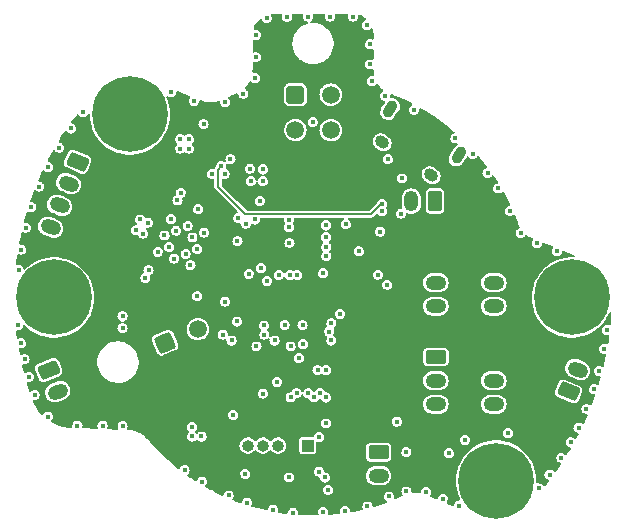
<source format=gbr>
G04 #@! TF.GenerationSoftware,KiCad,Pcbnew,(6.0.0)*
G04 #@! TF.CreationDate,2022-02-27T12:15:00+01:00*
G04 #@! TF.ProjectId,MiniAB-CAN-Board,4d696e69-4142-42d4-9341-4e2d426f6172,1*
G04 #@! TF.SameCoordinates,Original*
G04 #@! TF.FileFunction,Copper,L2,Inr*
G04 #@! TF.FilePolarity,Positive*
%FSLAX46Y46*%
G04 Gerber Fmt 4.6, Leading zero omitted, Abs format (unit mm)*
G04 Created by KiCad (PCBNEW (6.0.0)) date 2022-02-27 12:15:00*
%MOMM*%
%LPD*%
G01*
G04 APERTURE LIST*
G04 Aperture macros list*
%AMRoundRect*
0 Rectangle with rounded corners*
0 $1 Rounding radius*
0 $2 $3 $4 $5 $6 $7 $8 $9 X,Y pos of 4 corners*
0 Add a 4 corners polygon primitive as box body*
4,1,4,$2,$3,$4,$5,$6,$7,$8,$9,$2,$3,0*
0 Add four circle primitives for the rounded corners*
1,1,$1+$1,$2,$3*
1,1,$1+$1,$4,$5*
1,1,$1+$1,$6,$7*
1,1,$1+$1,$8,$9*
0 Add four rect primitives between the rounded corners*
20,1,$1+$1,$2,$3,$4,$5,0*
20,1,$1+$1,$4,$5,$6,$7,0*
20,1,$1+$1,$6,$7,$8,$9,0*
20,1,$1+$1,$8,$9,$2,$3,0*%
%AMHorizOval*
0 Thick line with rounded ends*
0 $1 width*
0 $2 $3 position (X,Y) of the first rounded end (center of the circle)*
0 $4 $5 position (X,Y) of the second rounded end (center of the circle)*
0 Add line between two ends*
20,1,$1,$2,$3,$4,$5,0*
0 Add two circle primitives to create the rounded ends*
1,1,$1,$2,$3*
1,1,$1,$4,$5*%
G04 Aperture macros list end*
G04 #@! TA.AperFunction,ComponentPad*
%ADD10C,0.800000*%
G04 #@! TD*
G04 #@! TA.AperFunction,ComponentPad*
%ADD11C,6.400000*%
G04 #@! TD*
G04 #@! TA.AperFunction,ComponentPad*
%ADD12RoundRect,0.250000X-0.625000X0.350000X-0.625000X-0.350000X0.625000X-0.350000X0.625000X0.350000X0*%
G04 #@! TD*
G04 #@! TA.AperFunction,ComponentPad*
%ADD13O,1.750000X1.200000*%
G04 #@! TD*
G04 #@! TA.AperFunction,ComponentPad*
%ADD14RoundRect,0.250000X0.350000X0.625000X-0.350000X0.625000X-0.350000X-0.625000X0.350000X-0.625000X0*%
G04 #@! TD*
G04 #@! TA.AperFunction,ComponentPad*
%ADD15O,1.200000X1.750000*%
G04 #@! TD*
G04 #@! TA.AperFunction,ComponentPad*
%ADD16R,1.000000X1.000000*%
G04 #@! TD*
G04 #@! TA.AperFunction,ComponentPad*
%ADD17O,1.000000X1.000000*%
G04 #@! TD*
G04 #@! TA.AperFunction,ComponentPad*
%ADD18RoundRect,0.250001X-0.499999X-0.499999X0.499999X-0.499999X0.499999X0.499999X-0.499999X0.499999X0*%
G04 #@! TD*
G04 #@! TA.AperFunction,ComponentPad*
%ADD19C,1.500000*%
G04 #@! TD*
G04 #@! TA.AperFunction,ComponentPad*
%ADD20RoundRect,0.250001X0.653280X-0.270598X0.270598X0.653280X-0.653280X0.270598X-0.270598X-0.653280X0*%
G04 #@! TD*
G04 #@! TA.AperFunction,ComponentPad*
%ADD21RoundRect,0.250000X-0.443486X0.562535X-0.711364X-0.084181X0.443486X-0.562535X0.711364X0.084181X0*%
G04 #@! TD*
G04 #@! TA.AperFunction,ComponentPad*
%ADD22HorizOval,1.200000X-0.254067X0.105238X0.254067X-0.105238X0*%
G04 #@! TD*
G04 #@! TA.AperFunction,ComponentPad*
%ADD23RoundRect,0.250000X-0.711364X0.084181X-0.443486X-0.562535X0.711364X-0.084181X0.443486X0.562535X0*%
G04 #@! TD*
G04 #@! TA.AperFunction,ComponentPad*
%ADD24HorizOval,1.200000X-0.254067X-0.105238X0.254067X0.105238X0*%
G04 #@! TD*
G04 #@! TA.AperFunction,ComponentPad*
%ADD25HorizOval,0.890000X-0.184534X-0.273582X0.184534X0.273582X0*%
G04 #@! TD*
G04 #@! TA.AperFunction,ComponentPad*
%ADD26HorizOval,0.950000X0.124356X-0.083879X-0.124356X0.083879X0*%
G04 #@! TD*
G04 #@! TA.AperFunction,ComponentPad*
%ADD27RoundRect,0.250000X0.443486X-0.562535X0.711364X0.084181X-0.443486X0.562535X-0.711364X-0.084181X0*%
G04 #@! TD*
G04 #@! TA.AperFunction,ViaPad*
%ADD28C,0.450000*%
G04 #@! TD*
G04 #@! TA.AperFunction,Conductor*
%ADD29C,0.200000*%
G04 #@! TD*
G04 APERTURE END LIST*
D10*
X127747679Y-98159769D03*
X125347679Y-100559769D03*
X122947679Y-98159769D03*
X127044735Y-96462713D03*
X127044735Y-99856825D03*
X123650623Y-99856825D03*
X123650623Y-96462713D03*
X125347679Y-95759769D03*
D11*
X125347679Y-98159769D03*
D12*
X120250000Y-79400000D03*
D13*
X120250000Y-81400000D03*
X120250000Y-83400000D03*
D10*
X92651061Y-68857263D03*
X94348117Y-69560207D03*
X96045173Y-65463151D03*
X96748117Y-67160207D03*
X94348117Y-64760207D03*
D11*
X94348117Y-67160207D03*
D10*
X91948117Y-67160207D03*
X96045173Y-68857263D03*
X92651061Y-65463151D03*
D14*
X120175000Y-74500000D03*
D15*
X118175000Y-74500000D03*
D12*
X120250000Y-87700000D03*
D13*
X120250000Y-89700000D03*
X120250000Y-91700000D03*
D16*
X109400000Y-95200000D03*
D17*
X108130000Y-95200000D03*
X106860000Y-95200000D03*
X105590000Y-95200000D03*
X104320000Y-95200000D03*
D18*
X108350000Y-65485000D03*
D19*
X111350000Y-65485000D03*
X108350000Y-68485000D03*
X111350000Y-68485000D03*
D20*
X97325000Y-86475000D03*
D19*
X100096639Y-85326950D03*
D10*
X90327898Y-82659988D03*
X89624954Y-80962932D03*
D11*
X87927898Y-82659988D03*
D10*
X85527898Y-82659988D03*
X87927898Y-85059988D03*
X87927898Y-80259988D03*
X89624954Y-84357044D03*
X86230842Y-80962932D03*
X86230842Y-84357044D03*
D12*
X115400000Y-95750000D03*
D13*
X115400000Y-97750000D03*
D10*
X131767898Y-80259988D03*
D11*
X131767898Y-82659988D03*
D10*
X130070842Y-80962932D03*
X133464954Y-80962932D03*
X130070842Y-84357044D03*
X129367898Y-82659988D03*
X133464954Y-84357044D03*
X131767898Y-85059988D03*
X134167898Y-82659988D03*
D12*
X125150000Y-87700000D03*
D13*
X125150000Y-89700000D03*
X125150000Y-91700000D03*
D12*
X125150000Y-79400000D03*
D13*
X125150000Y-81400000D03*
X125150000Y-83400000D03*
D21*
X89918754Y-71169177D03*
D22*
X89153387Y-73016936D03*
X88388020Y-74864695D03*
X87622653Y-76712454D03*
D23*
X87459183Y-88786597D03*
D24*
X88224550Y-90634356D03*
D25*
X116375319Y-66715076D03*
D26*
X119839724Y-72308635D03*
D25*
X122178582Y-70629426D03*
D26*
X115694536Y-69512670D03*
D27*
X131490000Y-90620000D03*
D22*
X132255367Y-88772241D03*
D28*
X113225000Y-58875000D03*
X108998500Y-86625000D03*
X104400000Y-80650001D03*
X111300000Y-58875000D03*
X89900000Y-93500000D03*
X105593000Y-71802000D03*
X130875000Y-96225000D03*
X130500000Y-78750000D03*
X102358500Y-72200000D03*
X115950000Y-65575000D03*
X114425000Y-59600000D03*
X114850000Y-64350000D03*
X97270078Y-77405897D03*
X85150000Y-78600000D03*
X110975000Y-78400000D03*
X108125000Y-100875000D03*
X104925000Y-64075000D03*
X107825000Y-76725000D03*
X107650000Y-58900000D03*
X102380000Y-83010000D03*
X99467691Y-79939767D03*
X126510000Y-75330000D03*
X117750000Y-99075000D03*
X106471530Y-100616330D03*
X86275000Y-90925000D03*
X131675000Y-94925000D03*
X114675000Y-61225000D03*
X100400000Y-94425000D03*
X105925000Y-59025000D03*
X110975000Y-79175000D03*
X85125000Y-86525000D03*
X121910000Y-69190000D03*
X114675000Y-62925000D03*
X110700000Y-100800000D03*
X105000000Y-60425000D03*
X85525000Y-76750000D03*
X109825000Y-67825000D03*
X93725000Y-93550000D03*
X97675975Y-78385819D03*
X125525000Y-73425000D03*
X116300000Y-99510000D03*
X100123500Y-75184000D03*
X99600000Y-94425000D03*
X113720000Y-78750000D03*
X112140000Y-84040000D03*
X87400000Y-71600000D03*
X107900000Y-80750000D03*
X90375000Y-66950000D03*
X118410000Y-66760000D03*
X127425000Y-77225000D03*
X102700000Y-99425000D03*
X103420000Y-84690000D03*
X99600000Y-93625000D03*
X96696052Y-78791716D03*
X84875000Y-85000000D03*
X88350000Y-69975000D03*
X117375000Y-72575000D03*
X105000000Y-62325000D03*
X98975000Y-97275000D03*
X122225000Y-100275000D03*
X87400000Y-92740000D03*
X100041716Y-78553948D03*
X128950000Y-98825000D03*
X105600000Y-90796980D03*
X104960000Y-76051500D03*
X99061794Y-78959844D03*
X110700000Y-80610000D03*
X92025000Y-93500000D03*
X123375000Y-70500000D03*
X84925000Y-80350000D03*
X102420000Y-66140000D03*
X104577000Y-72818000D03*
X105700000Y-85025000D03*
X103950000Y-65400000D03*
X112575000Y-100725000D03*
X100575000Y-68000000D03*
X119425000Y-99150000D03*
X133650000Y-90425000D03*
X97850000Y-65275000D03*
X104500000Y-71750000D03*
X112614970Y-76448500D03*
X99770000Y-66010000D03*
X104250000Y-100025000D03*
X107800000Y-97890000D03*
X128800000Y-78075000D03*
X115330000Y-80730000D03*
X134500000Y-87000000D03*
X85775000Y-89375000D03*
X109425000Y-58875000D03*
X105593000Y-72818000D03*
X85425000Y-87875000D03*
X89350000Y-68350000D03*
X101278879Y-72196121D03*
X98081872Y-79365741D03*
X97844103Y-76020078D03*
X120825000Y-99700000D03*
X100615741Y-77168128D03*
X99635819Y-77574025D03*
X114450000Y-100350000D03*
X132325000Y-93675000D03*
X98250000Y-77000000D03*
X134750000Y-85425000D03*
X86000000Y-75025000D03*
X103100000Y-92600000D03*
X129875000Y-97650000D03*
X115525000Y-77075000D03*
X134075000Y-88875000D03*
X99229922Y-76594103D03*
X117290000Y-75560000D03*
X100425000Y-98250000D03*
X102200000Y-85800000D03*
X86650000Y-73275000D03*
X124625000Y-72125000D03*
X133000000Y-92075000D03*
X111400000Y-86300000D03*
X111140000Y-98940000D03*
X116175000Y-70950000D03*
X102075000Y-71550000D03*
X117750000Y-95750000D03*
X115690000Y-75340000D03*
X115690000Y-74760000D03*
X116950000Y-93170000D03*
X111228500Y-85550000D03*
X95214118Y-76055797D03*
X95860834Y-76323676D03*
X98640162Y-73794782D03*
X98372286Y-74441500D03*
X94831436Y-76979680D03*
X95478151Y-77247558D03*
X95655231Y-81001040D03*
X95923113Y-80354325D03*
X126350000Y-94131500D03*
X122710000Y-94710000D03*
X121350000Y-95850000D03*
X106800000Y-89800000D03*
X110950000Y-93320000D03*
X110950000Y-91123500D03*
X111400000Y-84850000D03*
X116129423Y-81574974D03*
X102948500Y-86300000D03*
X103450000Y-77900000D03*
X107825000Y-76075000D03*
X109950000Y-91125000D03*
X109450000Y-90775000D03*
X107850000Y-78025000D03*
X108508500Y-80754259D03*
X107950000Y-86800000D03*
X106590000Y-86300000D03*
X106950000Y-80750000D03*
X105060000Y-86800000D03*
X105450000Y-80151698D03*
X105730000Y-85800000D03*
X105950000Y-81250000D03*
X110850000Y-97900000D03*
X110442534Y-90775000D03*
X103526606Y-75928234D03*
X107440000Y-84980000D03*
X108960000Y-84976500D03*
X104150000Y-76400000D03*
X104114970Y-97585030D03*
X108640000Y-87790000D03*
X110350000Y-94475000D03*
X110340000Y-97400000D03*
X110940000Y-77560000D03*
X110940000Y-76540000D03*
X116070000Y-78020000D03*
X114380000Y-81420000D03*
X103450000Y-82380000D03*
X98225000Y-82198500D03*
X119970000Y-67620000D03*
X113100000Y-91400000D03*
X103100000Y-91670000D03*
X112475000Y-80925000D03*
X115470000Y-78020000D03*
X104600000Y-84260000D03*
X112000000Y-91400000D03*
X101198500Y-75650000D03*
X105684259Y-78095741D03*
X114190000Y-92320000D03*
X106980000Y-97264989D03*
X111850000Y-80925000D03*
X112900000Y-95261500D03*
X93720000Y-85230000D03*
X98610000Y-70050000D03*
X99340000Y-70050000D03*
X93720000Y-84230000D03*
X99340000Y-69250000D03*
X98610000Y-69250000D03*
X102860000Y-70960000D03*
X100040000Y-82560000D03*
X105339764Y-74484847D03*
X107950000Y-91120000D03*
X108450000Y-90770000D03*
X110930000Y-88820000D03*
X110231500Y-88820000D03*
D29*
X114775000Y-75600000D02*
X104125000Y-75600000D01*
X104125000Y-75600000D02*
X101800000Y-73275000D01*
X101800000Y-71825000D02*
X102075000Y-71550000D01*
X115600000Y-74775000D02*
X114775000Y-75600000D01*
X101800000Y-73275000D02*
X101800000Y-71825000D01*
G04 #@! TA.AperFunction,Conductor*
G36*
X107211761Y-58638895D02*
G01*
X107247725Y-58688395D01*
X107247725Y-58749581D01*
X107245203Y-58755667D01*
X107243816Y-58759936D01*
X107240281Y-58766874D01*
X107219196Y-58900000D01*
X107220415Y-58907696D01*
X107237421Y-59015066D01*
X107240281Y-59033126D01*
X107243817Y-59040065D01*
X107243817Y-59040066D01*
X107296223Y-59142918D01*
X107301472Y-59153220D01*
X107396780Y-59248528D01*
X107403717Y-59252063D01*
X107403719Y-59252064D01*
X107470201Y-59285938D01*
X107516874Y-59309719D01*
X107524568Y-59310938D01*
X107524569Y-59310938D01*
X107642304Y-59329585D01*
X107650000Y-59330804D01*
X107657696Y-59329585D01*
X107775431Y-59310938D01*
X107775432Y-59310938D01*
X107783126Y-59309719D01*
X107829799Y-59285938D01*
X107896281Y-59252064D01*
X107896283Y-59252063D01*
X107903220Y-59248528D01*
X107998528Y-59153220D01*
X108003778Y-59142918D01*
X108056183Y-59040066D01*
X108056183Y-59040065D01*
X108059719Y-59033126D01*
X108062580Y-59015066D01*
X108079585Y-58907696D01*
X108080804Y-58900000D01*
X108059719Y-58766874D01*
X108056183Y-58759934D01*
X108053774Y-58752520D01*
X108056286Y-58751704D01*
X108048647Y-58703514D01*
X108076417Y-58648994D01*
X108130930Y-58621209D01*
X108146430Y-58619988D01*
X108919904Y-58619988D01*
X108978095Y-58638895D01*
X109014059Y-58688395D01*
X109014059Y-58741680D01*
X109015281Y-58741874D01*
X108994196Y-58875000D01*
X108995415Y-58882696D01*
X109013397Y-58996229D01*
X109015281Y-59008126D01*
X109018817Y-59015065D01*
X109018817Y-59015066D01*
X109061104Y-59098058D01*
X109076472Y-59128220D01*
X109171780Y-59223528D01*
X109178717Y-59227063D01*
X109178719Y-59227064D01*
X109237429Y-59256978D01*
X109291874Y-59284719D01*
X109299568Y-59285938D01*
X109299569Y-59285938D01*
X109314918Y-59288369D01*
X109333352Y-59291288D01*
X109387868Y-59319065D01*
X109415646Y-59373581D01*
X109406075Y-59434013D01*
X109362811Y-59477278D01*
X109343785Y-59484158D01*
X109343862Y-59484411D01*
X109340352Y-59485484D01*
X109336768Y-59486295D01*
X109333347Y-59487625D01*
X109333345Y-59487626D01*
X109297085Y-59501727D01*
X109094277Y-59580595D01*
X108868388Y-59709701D01*
X108865498Y-59711980D01*
X108865497Y-59711980D01*
X108829870Y-59740066D01*
X108664064Y-59870777D01*
X108661550Y-59873450D01*
X108661544Y-59873455D01*
X108488306Y-60057613D01*
X108488303Y-60057617D01*
X108485792Y-60060286D01*
X108337489Y-60274063D01*
X108222414Y-60507413D01*
X108143094Y-60755208D01*
X108142505Y-60758825D01*
X108142504Y-60758829D01*
X108115782Y-60922913D01*
X108101272Y-61012006D01*
X108097866Y-61272165D01*
X108098360Y-61275793D01*
X108098360Y-61275797D01*
X108109565Y-61358126D01*
X108132952Y-61529970D01*
X108205758Y-61779757D01*
X108207297Y-61783095D01*
X108313148Y-62012704D01*
X108313151Y-62012710D01*
X108314686Y-62016039D01*
X108457341Y-62233625D01*
X108630591Y-62427735D01*
X108633413Y-62430082D01*
X108633414Y-62430083D01*
X108748612Y-62525892D01*
X108830629Y-62594105D01*
X109053061Y-62729080D01*
X109293001Y-62829695D01*
X109296563Y-62830599D01*
X109296564Y-62830600D01*
X109541616Y-62892835D01*
X109541621Y-62892836D01*
X109545177Y-62893739D01*
X109761286Y-62915500D01*
X109916044Y-62915500D01*
X110002885Y-62909046D01*
X110105812Y-62901398D01*
X110105818Y-62901397D01*
X110109466Y-62901126D01*
X110363232Y-62843705D01*
X110399259Y-62829695D01*
X110476727Y-62799569D01*
X110605723Y-62749405D01*
X110831612Y-62620299D01*
X110867823Y-62591753D01*
X111033045Y-62461502D01*
X111035936Y-62459223D01*
X111038450Y-62456550D01*
X111038456Y-62456545D01*
X111211694Y-62272387D01*
X111211697Y-62272383D01*
X111214208Y-62269714D01*
X111362511Y-62055937D01*
X111477586Y-61822587D01*
X111556906Y-61574792D01*
X111558009Y-61568022D01*
X111598139Y-61321613D01*
X111598139Y-61321608D01*
X111598728Y-61317994D01*
X111602134Y-61057835D01*
X111595405Y-61008387D01*
X111575852Y-60864722D01*
X111567048Y-60800030D01*
X111494242Y-60550243D01*
X111449606Y-60453420D01*
X111386852Y-60317296D01*
X111386849Y-60317290D01*
X111385314Y-60313961D01*
X111242659Y-60096375D01*
X111166404Y-60010938D01*
X111071852Y-59905002D01*
X111071851Y-59905001D01*
X111069409Y-59902265D01*
X111059080Y-59893674D01*
X110872199Y-59738247D01*
X110869371Y-59735895D01*
X110646939Y-59600920D01*
X110406999Y-59500305D01*
X110403436Y-59499400D01*
X110158384Y-59437165D01*
X110158379Y-59437164D01*
X110154823Y-59436261D01*
X109938714Y-59414500D01*
X109783956Y-59414500D01*
X109712104Y-59419840D01*
X109652673Y-59405297D01*
X109613140Y-59358599D01*
X109608605Y-59297582D01*
X109640801Y-59245552D01*
X109659822Y-59232903D01*
X109671278Y-59227066D01*
X109671282Y-59227063D01*
X109678220Y-59223528D01*
X109773528Y-59128220D01*
X109788897Y-59098058D01*
X109831183Y-59015066D01*
X109831183Y-59015065D01*
X109834719Y-59008126D01*
X109836604Y-58996229D01*
X109854585Y-58882696D01*
X109855804Y-58875000D01*
X109834719Y-58741874D01*
X109835941Y-58741680D01*
X109835942Y-58688394D01*
X109871906Y-58638895D01*
X109930096Y-58619988D01*
X110794904Y-58619988D01*
X110853095Y-58638895D01*
X110889059Y-58688395D01*
X110889059Y-58741680D01*
X110890281Y-58741874D01*
X110869196Y-58875000D01*
X110870415Y-58882696D01*
X110888397Y-58996229D01*
X110890281Y-59008126D01*
X110893817Y-59015065D01*
X110893817Y-59015066D01*
X110936104Y-59098058D01*
X110951472Y-59128220D01*
X111046780Y-59223528D01*
X111053717Y-59227063D01*
X111053719Y-59227064D01*
X111112429Y-59256978D01*
X111166874Y-59284719D01*
X111174568Y-59285938D01*
X111174569Y-59285938D01*
X111292304Y-59304585D01*
X111300000Y-59305804D01*
X111307696Y-59304585D01*
X111425431Y-59285938D01*
X111425432Y-59285938D01*
X111433126Y-59284719D01*
X111487571Y-59256978D01*
X111546281Y-59227064D01*
X111546283Y-59227063D01*
X111553220Y-59223528D01*
X111648528Y-59128220D01*
X111663897Y-59098058D01*
X111706183Y-59015066D01*
X111706183Y-59015065D01*
X111709719Y-59008126D01*
X111711604Y-58996229D01*
X111729585Y-58882696D01*
X111730804Y-58875000D01*
X111709719Y-58741874D01*
X111710941Y-58741680D01*
X111710942Y-58688394D01*
X111746906Y-58638895D01*
X111805096Y-58619988D01*
X112719904Y-58619988D01*
X112778095Y-58638895D01*
X112814059Y-58688395D01*
X112814059Y-58741680D01*
X112815281Y-58741874D01*
X112794196Y-58875000D01*
X112795415Y-58882696D01*
X112813397Y-58996229D01*
X112815281Y-59008126D01*
X112818817Y-59015065D01*
X112818817Y-59015066D01*
X112861104Y-59098058D01*
X112876472Y-59128220D01*
X112971780Y-59223528D01*
X112978717Y-59227063D01*
X112978719Y-59227064D01*
X113037429Y-59256978D01*
X113091874Y-59284719D01*
X113099568Y-59285938D01*
X113099569Y-59285938D01*
X113217304Y-59304585D01*
X113225000Y-59305804D01*
X113232696Y-59304585D01*
X113350431Y-59285938D01*
X113350432Y-59285938D01*
X113358126Y-59284719D01*
X113412571Y-59256978D01*
X113471281Y-59227064D01*
X113471283Y-59227063D01*
X113478220Y-59223528D01*
X113573528Y-59128220D01*
X113588897Y-59098058D01*
X113631183Y-59015066D01*
X113631183Y-59015065D01*
X113634719Y-59008126D01*
X113636604Y-58996229D01*
X113654585Y-58882696D01*
X113655804Y-58875000D01*
X113650001Y-58838361D01*
X113659572Y-58777929D01*
X113702837Y-58734664D01*
X113763269Y-58725093D01*
X113779604Y-58729128D01*
X113855588Y-58754921D01*
X113867551Y-58759877D01*
X113897436Y-58774614D01*
X114067078Y-58858272D01*
X114078284Y-58864741D01*
X114263283Y-58988353D01*
X114273546Y-58996229D01*
X114310407Y-59028556D01*
X114341690Y-59081139D01*
X114336091Y-59142068D01*
X114295748Y-59188069D01*
X114290076Y-59191197D01*
X114178719Y-59247936D01*
X114178717Y-59247937D01*
X114171780Y-59251472D01*
X114076472Y-59346780D01*
X114072937Y-59353717D01*
X114072936Y-59353719D01*
X114020921Y-59455804D01*
X114015281Y-59466874D01*
X114014062Y-59474568D01*
X114014062Y-59474569D01*
X114005947Y-59525808D01*
X113994196Y-59600000D01*
X114015281Y-59733126D01*
X114076472Y-59853220D01*
X114171780Y-59948528D01*
X114178717Y-59952063D01*
X114178719Y-59952064D01*
X114284934Y-60006183D01*
X114291874Y-60009719D01*
X114299568Y-60010938D01*
X114299569Y-60010938D01*
X114417304Y-60029585D01*
X114425000Y-60030804D01*
X114432696Y-60029585D01*
X114550431Y-60010938D01*
X114550432Y-60010938D01*
X114558126Y-60009719D01*
X114565066Y-60006183D01*
X114671281Y-59952064D01*
X114671283Y-59952063D01*
X114678220Y-59948528D01*
X114738438Y-59888310D01*
X114792955Y-59860533D01*
X114853387Y-59870104D01*
X114896652Y-59913369D01*
X114902187Y-59926489D01*
X114909478Y-59947966D01*
X114912830Y-59960472D01*
X114954862Y-60171780D01*
X114956234Y-60178679D01*
X114957923Y-60191511D01*
X114970789Y-60387804D01*
X114969999Y-60397616D01*
X114970273Y-60397616D01*
X114970253Y-60408766D01*
X114967755Y-60419630D01*
X114970215Y-60430502D01*
X114970215Y-60430504D01*
X114970457Y-60431571D01*
X114972898Y-60453420D01*
X114972898Y-60737683D01*
X114953991Y-60795874D01*
X114904491Y-60831838D01*
X114843305Y-60831838D01*
X114828953Y-60825892D01*
X114815072Y-60818819D01*
X114815066Y-60818817D01*
X114808126Y-60815281D01*
X114800432Y-60814062D01*
X114800431Y-60814062D01*
X114689610Y-60796510D01*
X114675000Y-60794196D01*
X114660390Y-60796510D01*
X114549569Y-60814062D01*
X114549568Y-60814062D01*
X114541874Y-60815281D01*
X114534935Y-60818817D01*
X114534934Y-60818817D01*
X114428719Y-60872936D01*
X114428717Y-60872937D01*
X114421780Y-60876472D01*
X114326472Y-60971780D01*
X114322937Y-60978717D01*
X114322936Y-60978719D01*
X114305976Y-61012006D01*
X114265281Y-61091874D01*
X114244196Y-61225000D01*
X114265281Y-61358126D01*
X114326472Y-61478220D01*
X114421780Y-61573528D01*
X114428717Y-61577063D01*
X114428719Y-61577064D01*
X114534930Y-61631181D01*
X114541874Y-61634719D01*
X114549568Y-61635938D01*
X114549569Y-61635938D01*
X114667304Y-61654585D01*
X114675000Y-61655804D01*
X114682696Y-61654585D01*
X114800431Y-61635938D01*
X114800432Y-61635938D01*
X114808126Y-61634719D01*
X114815066Y-61631183D01*
X114815072Y-61631181D01*
X114828953Y-61624108D01*
X114889385Y-61614536D01*
X114943901Y-61642313D01*
X114971679Y-61696830D01*
X114972898Y-61712317D01*
X114972898Y-62437683D01*
X114953991Y-62495874D01*
X114904491Y-62531838D01*
X114843305Y-62531838D01*
X114828953Y-62525892D01*
X114815072Y-62518819D01*
X114815066Y-62518817D01*
X114808126Y-62515281D01*
X114800432Y-62514062D01*
X114800431Y-62514062D01*
X114711978Y-62500053D01*
X114675000Y-62494196D01*
X114638022Y-62500053D01*
X114549569Y-62514062D01*
X114549568Y-62514062D01*
X114541874Y-62515281D01*
X114534935Y-62518817D01*
X114534934Y-62518817D01*
X114428719Y-62572936D01*
X114428717Y-62572937D01*
X114421780Y-62576472D01*
X114326472Y-62671780D01*
X114322937Y-62678717D01*
X114322936Y-62678719D01*
X114268817Y-62784934D01*
X114265281Y-62791874D01*
X114264062Y-62799568D01*
X114264062Y-62799569D01*
X114257072Y-62843705D01*
X114244196Y-62925000D01*
X114265281Y-63058126D01*
X114326472Y-63178220D01*
X114421780Y-63273528D01*
X114428717Y-63277063D01*
X114428719Y-63277064D01*
X114516050Y-63321561D01*
X114541874Y-63334719D01*
X114549568Y-63335938D01*
X114549569Y-63335938D01*
X114667304Y-63354585D01*
X114675000Y-63355804D01*
X114682696Y-63354585D01*
X114800431Y-63335938D01*
X114800432Y-63335938D01*
X114808126Y-63334719D01*
X114828878Y-63324145D01*
X114889311Y-63314573D01*
X114943828Y-63342350D01*
X114971606Y-63396866D01*
X114972643Y-63406370D01*
X114984947Y-63609778D01*
X114985486Y-63612718D01*
X114985486Y-63612720D01*
X115022183Y-63812964D01*
X115014075Y-63873610D01*
X114971869Y-63917908D01*
X114909318Y-63928591D01*
X114857697Y-63920415D01*
X114857696Y-63920415D01*
X114850000Y-63919196D01*
X114842304Y-63920415D01*
X114724569Y-63939062D01*
X114724568Y-63939062D01*
X114716874Y-63940281D01*
X114709935Y-63943817D01*
X114709934Y-63943817D01*
X114603719Y-63997936D01*
X114603717Y-63997937D01*
X114596780Y-64001472D01*
X114501472Y-64096780D01*
X114440281Y-64216874D01*
X114419196Y-64350000D01*
X114420415Y-64357696D01*
X114429970Y-64418022D01*
X114440281Y-64483126D01*
X114443817Y-64490065D01*
X114443817Y-64490066D01*
X114497873Y-64596156D01*
X114501472Y-64603220D01*
X114596780Y-64698528D01*
X114603717Y-64702063D01*
X114603719Y-64702064D01*
X114709934Y-64756183D01*
X114716874Y-64759719D01*
X114724568Y-64760938D01*
X114724569Y-64760938D01*
X114842304Y-64779585D01*
X114850000Y-64780804D01*
X114857696Y-64779585D01*
X114975431Y-64760938D01*
X114975432Y-64760938D01*
X114983126Y-64759719D01*
X114990066Y-64756183D01*
X115096281Y-64702064D01*
X115096283Y-64702063D01*
X115103220Y-64698528D01*
X115198528Y-64603220D01*
X115201272Y-64597834D01*
X115250057Y-64562390D01*
X115311243Y-64562390D01*
X115357820Y-64597112D01*
X115359040Y-64596156D01*
X115520789Y-64802608D01*
X115523186Y-64805668D01*
X115525306Y-64807788D01*
X115539905Y-64822386D01*
X115711391Y-64993866D01*
X115713750Y-64995714D01*
X115713751Y-64995715D01*
X115763386Y-65034600D01*
X115797533Y-65085370D01*
X115795317Y-65146515D01*
X115757583Y-65194680D01*
X115747278Y-65200741D01*
X115703722Y-65222934D01*
X115703718Y-65222937D01*
X115696780Y-65226472D01*
X115601472Y-65321780D01*
X115597937Y-65328717D01*
X115597936Y-65328719D01*
X115554536Y-65413897D01*
X115540281Y-65441874D01*
X115539062Y-65449568D01*
X115539062Y-65449569D01*
X115529666Y-65508894D01*
X115519196Y-65575000D01*
X115520415Y-65582696D01*
X115538456Y-65696601D01*
X115540281Y-65708126D01*
X115543817Y-65715065D01*
X115543817Y-65715066D01*
X115590244Y-65806183D01*
X115601472Y-65828220D01*
X115696780Y-65923528D01*
X115703717Y-65927063D01*
X115703719Y-65927064D01*
X115786159Y-65969069D01*
X115816874Y-65984719D01*
X115824568Y-65985938D01*
X115824569Y-65985938D01*
X115909554Y-65999398D01*
X115964071Y-66027175D01*
X115991848Y-66081692D01*
X115982277Y-66142124D01*
X115976145Y-66152535D01*
X115884477Y-66288437D01*
X115634868Y-66658497D01*
X115632934Y-66661364D01*
X115577855Y-66770402D01*
X115576518Y-66776484D01*
X115576517Y-66776486D01*
X115567637Y-66816874D01*
X115542833Y-66929689D01*
X115548524Y-67092681D01*
X115594572Y-67249136D01*
X115678081Y-67389225D01*
X115682496Y-67393610D01*
X115682499Y-67393613D01*
X115789384Y-67499754D01*
X115793806Y-67504145D01*
X115799177Y-67507296D01*
X115799178Y-67507297D01*
X115835058Y-67528348D01*
X115934473Y-67586675D01*
X115940458Y-67588391D01*
X115940460Y-67588392D01*
X116085258Y-67629912D01*
X116085260Y-67629912D01*
X116091247Y-67631629D01*
X116172761Y-67633906D01*
X116248044Y-67636009D01*
X116254274Y-67636183D01*
X116260348Y-67634803D01*
X116260349Y-67634803D01*
X116298969Y-67626029D01*
X116413313Y-67600051D01*
X116418847Y-67597207D01*
X116418852Y-67597205D01*
X116502398Y-67554267D01*
X116558368Y-67525502D01*
X116563023Y-67521369D01*
X116563026Y-67521367D01*
X116675671Y-67421357D01*
X116675672Y-67421355D01*
X116680328Y-67417222D01*
X116829357Y-67196279D01*
X117115971Y-66771358D01*
X117115974Y-66771352D01*
X117117704Y-66768788D01*
X117172783Y-66659750D01*
X117178320Y-66634569D01*
X117206467Y-66506547D01*
X117207805Y-66500463D01*
X117207389Y-66488528D01*
X117204253Y-66398726D01*
X117202114Y-66337471D01*
X117156067Y-66181016D01*
X117092268Y-66073993D01*
X117075746Y-66046276D01*
X117075745Y-66046274D01*
X117072557Y-66040927D01*
X117068142Y-66036542D01*
X117068139Y-66036539D01*
X116961254Y-65930398D01*
X116961253Y-65930397D01*
X116956832Y-65926007D01*
X116951460Y-65922855D01*
X116821531Y-65846625D01*
X116821529Y-65846624D01*
X116816165Y-65843477D01*
X116659391Y-65798522D01*
X116653164Y-65798348D01*
X116653163Y-65798348D01*
X116502594Y-65794143D01*
X116496364Y-65793969D01*
X116483103Y-65796982D01*
X116422171Y-65791437D01*
X116376134Y-65751135D01*
X116362577Y-65691471D01*
X116363389Y-65684955D01*
X116379585Y-65582697D01*
X116379585Y-65582696D01*
X116380804Y-65575000D01*
X116377966Y-65557081D01*
X116387538Y-65496649D01*
X116430802Y-65453384D01*
X116491234Y-65443813D01*
X116512930Y-65449842D01*
X116806850Y-65568965D01*
X117163603Y-65713554D01*
X117167709Y-65715327D01*
X117921571Y-66061284D01*
X117925593Y-66063241D01*
X118208688Y-66208981D01*
X118251771Y-66252427D01*
X118261089Y-66312898D01*
X118233084Y-66367298D01*
X118208318Y-66385212D01*
X118163721Y-66407935D01*
X118163719Y-66407936D01*
X118156780Y-66411472D01*
X118061472Y-66506780D01*
X118057937Y-66513717D01*
X118057936Y-66513719D01*
X118006772Y-66614134D01*
X118000281Y-66626874D01*
X117999062Y-66634568D01*
X117999062Y-66634569D01*
X117995272Y-66658497D01*
X117979196Y-66760000D01*
X117980415Y-66767696D01*
X117993791Y-66852147D01*
X118000281Y-66893126D01*
X118061472Y-67013220D01*
X118156780Y-67108528D01*
X118163717Y-67112063D01*
X118163719Y-67112064D01*
X118260996Y-67161629D01*
X118276874Y-67169719D01*
X118284568Y-67170938D01*
X118284569Y-67170938D01*
X118402304Y-67189585D01*
X118410000Y-67190804D01*
X118417696Y-67189585D01*
X118535431Y-67170938D01*
X118535432Y-67170938D01*
X118543126Y-67169719D01*
X118559004Y-67161629D01*
X118656281Y-67112064D01*
X118656283Y-67112063D01*
X118663220Y-67108528D01*
X118758528Y-67013220D01*
X118819719Y-66893126D01*
X118826210Y-66852147D01*
X118839585Y-66767696D01*
X118840804Y-66760000D01*
X118835641Y-66727402D01*
X118845212Y-66666970D01*
X118888477Y-66623705D01*
X118948909Y-66614134D01*
X118982665Y-66626031D01*
X119054066Y-66666970D01*
X119277508Y-66795084D01*
X119386546Y-66857603D01*
X119390367Y-66859910D01*
X119890311Y-67177397D01*
X120090555Y-67304561D01*
X120094274Y-67307042D01*
X120773703Y-67782893D01*
X120777277Y-67785519D01*
X121434499Y-68291555D01*
X121437955Y-68294343D01*
X121734766Y-68545024D01*
X121812788Y-68610920D01*
X121845045Y-68662912D01*
X121840581Y-68723934D01*
X121801101Y-68770679D01*
X121782260Y-68779428D01*
X121776874Y-68780281D01*
X121769933Y-68783818D01*
X121769932Y-68783818D01*
X121663719Y-68837936D01*
X121663717Y-68837937D01*
X121656780Y-68841472D01*
X121561472Y-68936780D01*
X121557937Y-68943717D01*
X121557936Y-68943719D01*
X121527365Y-69003719D01*
X121500281Y-69056874D01*
X121479196Y-69190000D01*
X121483711Y-69218509D01*
X121495605Y-69293600D01*
X121500281Y-69323126D01*
X121503817Y-69330065D01*
X121503817Y-69330066D01*
X121555331Y-69431167D01*
X121561472Y-69443220D01*
X121656780Y-69538528D01*
X121663717Y-69542063D01*
X121663719Y-69542064D01*
X121764492Y-69593410D01*
X121776874Y-69599719D01*
X121784568Y-69600938D01*
X121784569Y-69600938D01*
X121902304Y-69619585D01*
X121910000Y-69620804D01*
X121917696Y-69619585D01*
X121917697Y-69619585D01*
X121980609Y-69609621D01*
X122041042Y-69619193D01*
X122084306Y-69662457D01*
X122093877Y-69722890D01*
X122066099Y-69777406D01*
X122041348Y-69795454D01*
X122001072Y-69816153D01*
X122001070Y-69816154D01*
X121995533Y-69819000D01*
X121990879Y-69823132D01*
X121885293Y-69916874D01*
X121873573Y-69927279D01*
X121794330Y-70044761D01*
X121439584Y-70570693D01*
X121436197Y-70575714D01*
X121381118Y-70684752D01*
X121379781Y-70690834D01*
X121379780Y-70690836D01*
X121365126Y-70757485D01*
X121346096Y-70844039D01*
X121351787Y-71007031D01*
X121397835Y-71163486D01*
X121481344Y-71303575D01*
X121485759Y-71307960D01*
X121485762Y-71307963D01*
X121585471Y-71406978D01*
X121597069Y-71418495D01*
X121602440Y-71421646D01*
X121602441Y-71421647D01*
X121638321Y-71442698D01*
X121737736Y-71501025D01*
X121743721Y-71502741D01*
X121743723Y-71502742D01*
X121888521Y-71544262D01*
X121888523Y-71544262D01*
X121894510Y-71545979D01*
X121976023Y-71548256D01*
X122051307Y-71550359D01*
X122057537Y-71550533D01*
X122063611Y-71549153D01*
X122063612Y-71549153D01*
X122115251Y-71537421D01*
X122216576Y-71514401D01*
X122222110Y-71511557D01*
X122222115Y-71511555D01*
X122309052Y-71466874D01*
X122361631Y-71439852D01*
X122366286Y-71435719D01*
X122366289Y-71435717D01*
X122478934Y-71335707D01*
X122478935Y-71335705D01*
X122483591Y-71331572D01*
X122868910Y-70760315D01*
X122917124Y-70722646D01*
X122978272Y-70720511D01*
X123025860Y-70753832D01*
X123026472Y-70753220D01*
X123121780Y-70848528D01*
X123128717Y-70852063D01*
X123128719Y-70852064D01*
X123231250Y-70904306D01*
X123241874Y-70909719D01*
X123249568Y-70910938D01*
X123249569Y-70910938D01*
X123367304Y-70929585D01*
X123375000Y-70930804D01*
X123382696Y-70929585D01*
X123500431Y-70910938D01*
X123500432Y-70910938D01*
X123508126Y-70909719D01*
X123518750Y-70904306D01*
X123621281Y-70852064D01*
X123621283Y-70852063D01*
X123628220Y-70848528D01*
X123723528Y-70753220D01*
X123727063Y-70746282D01*
X123727066Y-70746278D01*
X123740728Y-70719465D01*
X123783993Y-70676201D01*
X123844425Y-70666630D01*
X123898941Y-70694408D01*
X123905369Y-70701489D01*
X124000353Y-70816874D01*
X124358579Y-71252040D01*
X124361343Y-71255557D01*
X124584797Y-71553470D01*
X124604588Y-71611366D01*
X124586568Y-71669838D01*
X124537621Y-71706551D01*
X124521087Y-71710654D01*
X124499568Y-71714062D01*
X124499566Y-71714063D01*
X124491874Y-71715281D01*
X124484935Y-71718817D01*
X124484934Y-71718817D01*
X124378719Y-71772936D01*
X124378717Y-71772937D01*
X124371780Y-71776472D01*
X124276472Y-71871780D01*
X124272937Y-71878717D01*
X124272936Y-71878719D01*
X124237367Y-71948528D01*
X124215281Y-71991874D01*
X124214062Y-71999568D01*
X124214062Y-71999569D01*
X124209308Y-72029585D01*
X124194196Y-72125000D01*
X124195415Y-72132696D01*
X124212410Y-72239996D01*
X124215281Y-72258126D01*
X124218817Y-72265065D01*
X124218817Y-72265066D01*
X124272934Y-72371276D01*
X124276472Y-72378220D01*
X124371780Y-72473528D01*
X124378717Y-72477063D01*
X124378719Y-72477064D01*
X124484934Y-72531183D01*
X124491874Y-72534719D01*
X124499568Y-72535938D01*
X124499569Y-72535938D01*
X124566850Y-72546594D01*
X124601387Y-72552064D01*
X124617304Y-72554585D01*
X124625000Y-72555804D01*
X124632696Y-72554585D01*
X124648614Y-72552064D01*
X124683150Y-72546594D01*
X124750431Y-72535938D01*
X124750432Y-72535938D01*
X124758126Y-72534719D01*
X124765066Y-72531183D01*
X124871281Y-72477064D01*
X124871283Y-72477063D01*
X124878220Y-72473528D01*
X124973528Y-72378220D01*
X124977064Y-72371280D01*
X124977067Y-72371276D01*
X124982617Y-72360384D01*
X125025881Y-72317119D01*
X125086313Y-72307548D01*
X125140830Y-72335326D01*
X125152626Y-72349564D01*
X125328857Y-72608070D01*
X125331292Y-72611821D01*
X125485494Y-72861547D01*
X125499980Y-72920993D01*
X125476757Y-72977600D01*
X125424697Y-73009747D01*
X125416749Y-73011341D01*
X125409737Y-73012452D01*
X125399569Y-73014062D01*
X125399568Y-73014062D01*
X125391874Y-73015281D01*
X125384935Y-73018817D01*
X125384934Y-73018817D01*
X125278719Y-73072936D01*
X125278717Y-73072937D01*
X125271780Y-73076472D01*
X125176472Y-73171780D01*
X125172937Y-73178717D01*
X125172936Y-73178719D01*
X125146633Y-73230342D01*
X125115281Y-73291874D01*
X125114062Y-73299568D01*
X125114062Y-73299569D01*
X125112001Y-73312583D01*
X125094196Y-73425000D01*
X125096582Y-73440064D01*
X125113757Y-73548501D01*
X125115281Y-73558126D01*
X125118817Y-73565065D01*
X125118817Y-73565066D01*
X125171671Y-73668797D01*
X125176472Y-73678220D01*
X125271780Y-73773528D01*
X125278717Y-73777063D01*
X125278719Y-73777064D01*
X125369838Y-73823491D01*
X125391874Y-73834719D01*
X125399568Y-73835938D01*
X125399569Y-73835938D01*
X125517304Y-73854585D01*
X125525000Y-73855804D01*
X125532696Y-73854585D01*
X125650431Y-73835938D01*
X125650432Y-73835938D01*
X125658126Y-73834719D01*
X125680162Y-73823491D01*
X125771281Y-73777064D01*
X125771283Y-73777063D01*
X125778220Y-73773528D01*
X125841482Y-73710266D01*
X125895999Y-73682489D01*
X125956431Y-73692060D01*
X125997985Y-73732114D01*
X126172815Y-74046147D01*
X126174901Y-74050103D01*
X126371900Y-74444926D01*
X126529108Y-74760000D01*
X126531774Y-74765344D01*
X126540836Y-74825855D01*
X126512600Y-74880135D01*
X126458676Y-74907325D01*
X126435091Y-74911060D01*
X126384569Y-74919062D01*
X126384568Y-74919062D01*
X126376874Y-74920281D01*
X126369935Y-74923817D01*
X126369934Y-74923817D01*
X126263719Y-74977936D01*
X126263717Y-74977937D01*
X126256780Y-74981472D01*
X126161472Y-75076780D01*
X126157937Y-75083717D01*
X126157936Y-75083719D01*
X126120024Y-75158126D01*
X126100281Y-75196874D01*
X126099062Y-75204568D01*
X126099062Y-75204569D01*
X126097969Y-75211472D01*
X126079196Y-75330000D01*
X126080415Y-75337696D01*
X126098448Y-75451550D01*
X126100281Y-75463126D01*
X126103817Y-75470065D01*
X126103817Y-75470066D01*
X126157880Y-75576170D01*
X126161472Y-75583220D01*
X126256780Y-75678528D01*
X126263717Y-75682063D01*
X126263719Y-75682064D01*
X126313187Y-75707269D01*
X126376874Y-75739719D01*
X126384568Y-75740938D01*
X126384569Y-75740938D01*
X126502304Y-75759585D01*
X126510000Y-75760804D01*
X126517696Y-75759585D01*
X126635431Y-75740938D01*
X126635432Y-75740938D01*
X126643126Y-75739719D01*
X126706813Y-75707269D01*
X126756281Y-75682064D01*
X126756283Y-75682063D01*
X126763220Y-75678528D01*
X126777561Y-75664187D01*
X126832078Y-75636410D01*
X126892510Y-75645981D01*
X126935775Y-75689246D01*
X126939778Y-75698166D01*
X127175777Y-76302243D01*
X127181826Y-76326206D01*
X127182143Y-76328787D01*
X127182829Y-76334374D01*
X127183074Y-76335047D01*
X127186103Y-76339730D01*
X127187935Y-76343412D01*
X127190129Y-76348129D01*
X127287916Y-76573725D01*
X127336398Y-76656978D01*
X127345702Y-76672955D01*
X127358647Y-76732755D01*
X127333969Y-76788744D01*
X127293720Y-76814989D01*
X127291874Y-76815281D01*
X127284933Y-76818818D01*
X127284932Y-76818818D01*
X127178719Y-76872936D01*
X127178717Y-76872937D01*
X127171780Y-76876472D01*
X127076472Y-76971780D01*
X127072937Y-76978717D01*
X127072936Y-76978719D01*
X127049402Y-77024907D01*
X127015281Y-77091874D01*
X127014062Y-77099568D01*
X127014062Y-77099569D01*
X127004342Y-77160938D01*
X126994196Y-77225000D01*
X126996189Y-77237582D01*
X127012375Y-77339776D01*
X127015281Y-77358126D01*
X127018817Y-77365065D01*
X127018817Y-77365066D01*
X127061377Y-77448594D01*
X127076472Y-77478220D01*
X127171780Y-77573528D01*
X127178717Y-77577063D01*
X127178719Y-77577064D01*
X127284934Y-77631183D01*
X127291874Y-77634719D01*
X127299568Y-77635938D01*
X127299569Y-77635938D01*
X127417304Y-77654585D01*
X127425000Y-77655804D01*
X127432696Y-77654585D01*
X127550431Y-77635938D01*
X127550432Y-77635938D01*
X127558126Y-77634719D01*
X127565066Y-77631183D01*
X127671281Y-77577064D01*
X127671283Y-77577063D01*
X127678220Y-77573528D01*
X127773528Y-77478220D01*
X127788624Y-77448594D01*
X127814306Y-77398189D01*
X127857571Y-77354924D01*
X127918003Y-77345353D01*
X127956984Y-77361527D01*
X127957413Y-77360857D01*
X128174343Y-77499958D01*
X128174350Y-77499962D01*
X128176797Y-77501531D01*
X128397244Y-77608525D01*
X128402105Y-77611054D01*
X128405547Y-77612968D01*
X128410104Y-77616224D01*
X128410765Y-77616499D01*
X128422573Y-77618506D01*
X128443863Y-77624642D01*
X128451757Y-77627912D01*
X128498281Y-77667649D01*
X128512564Y-77727145D01*
X128489148Y-77783672D01*
X128483873Y-77789379D01*
X128451472Y-77821780D01*
X128447937Y-77828717D01*
X128447936Y-77828719D01*
X128398324Y-77926089D01*
X128390281Y-77941874D01*
X128389062Y-77949568D01*
X128389062Y-77949569D01*
X128383803Y-77982772D01*
X128369196Y-78075000D01*
X128370415Y-78082696D01*
X128388015Y-78193817D01*
X128390281Y-78208126D01*
X128393817Y-78215065D01*
X128393817Y-78215066D01*
X128441000Y-78307667D01*
X128451472Y-78328220D01*
X128546780Y-78423528D01*
X128553717Y-78427063D01*
X128553719Y-78427064D01*
X128656223Y-78479292D01*
X128666874Y-78484719D01*
X128674568Y-78485938D01*
X128674569Y-78485938D01*
X128792304Y-78504585D01*
X128800000Y-78505804D01*
X128807696Y-78504585D01*
X128925431Y-78485938D01*
X128925432Y-78485938D01*
X128933126Y-78484719D01*
X128943777Y-78479292D01*
X129046281Y-78427064D01*
X129046283Y-78427063D01*
X129053220Y-78423528D01*
X129148528Y-78328220D01*
X129159001Y-78307667D01*
X129206183Y-78215066D01*
X129206183Y-78215065D01*
X129209719Y-78208126D01*
X129211986Y-78193817D01*
X129229648Y-78082297D01*
X129257425Y-78027781D01*
X129311942Y-78000003D01*
X129365314Y-78006320D01*
X129587494Y-78098350D01*
X130131133Y-78323533D01*
X130177658Y-78363270D01*
X130191942Y-78422765D01*
X130168527Y-78479292D01*
X130163251Y-78485001D01*
X130151472Y-78496780D01*
X130147937Y-78503717D01*
X130147936Y-78503719D01*
X130122343Y-78553948D01*
X130090281Y-78616874D01*
X130069196Y-78750000D01*
X130070415Y-78757696D01*
X130079123Y-78812674D01*
X130090281Y-78883126D01*
X130093817Y-78890065D01*
X130093817Y-78890066D01*
X130131319Y-78963667D01*
X130151472Y-79003220D01*
X130246780Y-79098528D01*
X130253717Y-79102063D01*
X130253719Y-79102064D01*
X130287861Y-79119460D01*
X130366874Y-79159719D01*
X130374568Y-79160938D01*
X130374569Y-79160938D01*
X130492304Y-79179585D01*
X130500000Y-79180804D01*
X130507696Y-79179585D01*
X130625431Y-79160938D01*
X130625432Y-79160938D01*
X130633126Y-79159719D01*
X130712139Y-79119460D01*
X130746281Y-79102064D01*
X130746283Y-79102063D01*
X130753220Y-79098528D01*
X130848528Y-79003220D01*
X130868682Y-78963667D01*
X130906183Y-78890066D01*
X130906183Y-78890065D01*
X130909719Y-78883126D01*
X130917435Y-78834413D01*
X130925314Y-78784664D01*
X130953092Y-78730147D01*
X131007608Y-78702370D01*
X131060980Y-78708687D01*
X131848610Y-79034934D01*
X131931401Y-79069227D01*
X131977926Y-79108964D01*
X131992210Y-79168458D01*
X131968795Y-79224986D01*
X131916626Y-79256956D01*
X131893342Y-79259691D01*
X131807523Y-79259541D01*
X131589668Y-79259161D01*
X131587003Y-79259446D01*
X131586999Y-79259446D01*
X131226090Y-79298016D01*
X131226088Y-79298016D01*
X131223424Y-79298301D01*
X131220809Y-79298871D01*
X131220804Y-79298872D01*
X131113332Y-79322305D01*
X130863548Y-79376767D01*
X130514252Y-79493640D01*
X130179621Y-79647553D01*
X130177317Y-79648932D01*
X130177315Y-79648933D01*
X129865860Y-79835335D01*
X129865854Y-79835339D01*
X129863570Y-79836706D01*
X129861443Y-79838315D01*
X129861441Y-79838316D01*
X129632711Y-80011303D01*
X129569796Y-80058885D01*
X129442125Y-80179196D01*
X129312368Y-80301473D01*
X129301735Y-80311493D01*
X129221248Y-80405731D01*
X129068274Y-80584841D01*
X129062524Y-80591573D01*
X128854960Y-80895850D01*
X128853702Y-80898206D01*
X128853699Y-80898211D01*
X128682742Y-81218385D01*
X128681472Y-81220764D01*
X128680474Y-81223247D01*
X128680472Y-81223251D01*
X128545090Y-81560026D01*
X128544090Y-81562514D01*
X128543364Y-81565098D01*
X128543363Y-81565100D01*
X128533967Y-81598528D01*
X128444419Y-81917103D01*
X128383627Y-82280381D01*
X128383473Y-82283052D01*
X128383472Y-82283061D01*
X128374737Y-82434569D01*
X128362425Y-82648101D01*
X128362560Y-82650766D01*
X128362560Y-82650771D01*
X128379786Y-82990804D01*
X128381060Y-83015959D01*
X128381484Y-83018606D01*
X128436497Y-83362064D01*
X128439314Y-83379653D01*
X128440020Y-83382233D01*
X128440020Y-83382234D01*
X128524618Y-83691472D01*
X128536506Y-83734929D01*
X128537486Y-83737416D01*
X128537488Y-83737423D01*
X128569647Y-83819062D01*
X128671500Y-84077630D01*
X128672742Y-84079996D01*
X128672744Y-84080000D01*
X128728157Y-84185546D01*
X128842715Y-84403747D01*
X128844207Y-84405967D01*
X128844208Y-84405969D01*
X129040242Y-84697696D01*
X129048150Y-84709465D01*
X129049876Y-84711515D01*
X129049877Y-84711516D01*
X129279495Y-84984196D01*
X129285400Y-84991209D01*
X129287339Y-84993062D01*
X129527726Y-85222781D01*
X129551690Y-85245682D01*
X129553810Y-85247309D01*
X129553815Y-85247313D01*
X129736430Y-85387438D01*
X129843906Y-85469907D01*
X130158629Y-85661262D01*
X130161054Y-85662398D01*
X130161056Y-85662399D01*
X130473581Y-85808796D01*
X130492177Y-85817507D01*
X130494718Y-85818377D01*
X130494723Y-85818379D01*
X130715857Y-85894090D01*
X130840649Y-85936816D01*
X131199968Y-86017792D01*
X131565931Y-86059488D01*
X131934256Y-86061416D01*
X132300635Y-86023555D01*
X132614122Y-85956349D01*
X132658170Y-85946906D01*
X132658171Y-85946906D01*
X132660782Y-85946346D01*
X132663317Y-85945508D01*
X132663323Y-85945506D01*
X133007942Y-85831534D01*
X133007947Y-85831532D01*
X133010484Y-85830693D01*
X133345650Y-85677949D01*
X133662359Y-85489901D01*
X133956907Y-85268748D01*
X133988990Y-85238726D01*
X134223885Y-85018914D01*
X134223886Y-85018913D01*
X134225848Y-85017077D01*
X134337751Y-84886978D01*
X134464286Y-84739869D01*
X134464289Y-84739865D01*
X134466036Y-84737834D01*
X134670710Y-84440030D01*
X134673148Y-84436483D01*
X134674660Y-84434283D01*
X134849281Y-84109977D01*
X134861454Y-84080000D01*
X134902846Y-83978062D01*
X134918503Y-83939504D01*
X134957912Y-83892703D01*
X135017306Y-83878004D01*
X135073996Y-83901024D01*
X135106329Y-83952968D01*
X135109072Y-83982302D01*
X135088118Y-84355431D01*
X135082876Y-84448779D01*
X135077259Y-84548792D01*
X135076984Y-84552477D01*
X135040994Y-84936281D01*
X135040336Y-84943293D01*
X135016078Y-84999464D01*
X134963437Y-85030650D01*
X134902518Y-85024937D01*
X134896823Y-85022260D01*
X134890066Y-85018817D01*
X134890065Y-85018817D01*
X134883126Y-85015281D01*
X134875432Y-85014062D01*
X134875431Y-85014062D01*
X134757696Y-84995415D01*
X134750000Y-84994196D01*
X134742304Y-84995415D01*
X134624569Y-85014062D01*
X134624568Y-85014062D01*
X134616874Y-85015281D01*
X134609935Y-85018817D01*
X134609934Y-85018817D01*
X134503719Y-85072936D01*
X134503717Y-85072937D01*
X134496780Y-85076472D01*
X134401472Y-85171780D01*
X134397937Y-85178717D01*
X134397936Y-85178719D01*
X134350774Y-85271281D01*
X134340281Y-85291874D01*
X134339062Y-85299568D01*
X134339062Y-85299569D01*
X134328996Y-85363126D01*
X134319196Y-85425000D01*
X134320415Y-85432696D01*
X134337181Y-85538551D01*
X134340281Y-85558126D01*
X134343817Y-85565065D01*
X134343817Y-85565066D01*
X134393411Y-85662399D01*
X134401472Y-85678220D01*
X134496780Y-85773528D01*
X134503717Y-85777063D01*
X134503719Y-85777064D01*
X134609934Y-85831183D01*
X134616874Y-85834719D01*
X134624568Y-85835938D01*
X134624569Y-85835938D01*
X134742304Y-85854585D01*
X134750000Y-85855804D01*
X134757696Y-85854585D01*
X134814135Y-85845646D01*
X134874567Y-85855217D01*
X134917832Y-85898482D01*
X134927775Y-85956349D01*
X134865559Y-86428926D01*
X134865007Y-86432587D01*
X134844431Y-86553688D01*
X134816044Y-86607890D01*
X134761219Y-86635054D01*
X134701885Y-86625315D01*
X134640067Y-86593817D01*
X134640064Y-86593816D01*
X134633126Y-86590281D01*
X134625432Y-86589062D01*
X134625431Y-86589062D01*
X134507696Y-86570415D01*
X134500000Y-86569196D01*
X134492304Y-86570415D01*
X134374569Y-86589062D01*
X134374568Y-86589062D01*
X134366874Y-86590281D01*
X134359935Y-86593817D01*
X134359934Y-86593817D01*
X134253719Y-86647936D01*
X134253717Y-86647937D01*
X134246780Y-86651472D01*
X134151472Y-86746780D01*
X134147937Y-86753717D01*
X134147936Y-86753719D01*
X134108208Y-86831690D01*
X134090281Y-86866874D01*
X134089062Y-86874568D01*
X134089062Y-86874569D01*
X134077921Y-86944915D01*
X134069196Y-87000000D01*
X134070415Y-87007696D01*
X134088576Y-87122358D01*
X134090281Y-87133126D01*
X134093817Y-87140065D01*
X134093817Y-87140066D01*
X134145020Y-87240557D01*
X134151472Y-87253220D01*
X134246780Y-87348528D01*
X134253717Y-87352063D01*
X134253719Y-87352064D01*
X134359934Y-87406183D01*
X134366874Y-87409719D01*
X134374568Y-87410938D01*
X134374569Y-87410938D01*
X134492304Y-87429585D01*
X134500000Y-87430804D01*
X134557682Y-87421668D01*
X134618114Y-87431239D01*
X134661379Y-87474504D01*
X134670082Y-87539670D01*
X134514374Y-88285938D01*
X134513951Y-88287963D01*
X134513134Y-88291540D01*
X134488613Y-88390415D01*
X134470595Y-88463067D01*
X134438236Y-88514995D01*
X134381535Y-88537986D01*
X134328993Y-88524955D01*
X134328220Y-88526472D01*
X134215066Y-88468817D01*
X134215065Y-88468817D01*
X134208126Y-88465281D01*
X134200432Y-88464062D01*
X134200431Y-88464062D01*
X134082696Y-88445415D01*
X134075000Y-88444196D01*
X134067304Y-88445415D01*
X133949569Y-88464062D01*
X133949568Y-88464062D01*
X133941874Y-88465281D01*
X133934935Y-88468817D01*
X133934934Y-88468817D01*
X133828719Y-88522936D01*
X133828717Y-88522937D01*
X133821780Y-88526472D01*
X133726472Y-88621780D01*
X133722937Y-88628717D01*
X133722936Y-88628719D01*
X133705876Y-88662201D01*
X133665281Y-88741874D01*
X133664062Y-88749568D01*
X133664062Y-88749569D01*
X133654126Y-88812304D01*
X133644196Y-88875000D01*
X133645415Y-88882696D01*
X133660705Y-88979231D01*
X133665281Y-89008126D01*
X133668817Y-89015065D01*
X133668817Y-89015066D01*
X133701254Y-89078726D01*
X133726472Y-89128220D01*
X133821780Y-89223528D01*
X133828717Y-89227063D01*
X133828719Y-89227064D01*
X133907634Y-89267273D01*
X133941874Y-89284719D01*
X133949568Y-89285938D01*
X133949569Y-89285938D01*
X134067304Y-89304585D01*
X134075000Y-89305804D01*
X134082696Y-89304585D01*
X134112712Y-89299831D01*
X134173144Y-89309402D01*
X134216409Y-89352667D01*
X134225980Y-89413099D01*
X134223330Y-89425019D01*
X134098899Y-89856931D01*
X134076899Y-89933297D01*
X134051459Y-90021600D01*
X134017181Y-90072282D01*
X133959660Y-90093137D01*
X133903497Y-90075928D01*
X133903220Y-90076472D01*
X133896279Y-90072935D01*
X133896277Y-90072934D01*
X133790066Y-90018817D01*
X133790065Y-90018817D01*
X133783126Y-90015281D01*
X133775432Y-90014062D01*
X133775431Y-90014062D01*
X133657696Y-89995415D01*
X133650000Y-89994196D01*
X133642304Y-89995415D01*
X133524569Y-90014062D01*
X133524568Y-90014062D01*
X133516874Y-90015281D01*
X133509935Y-90018817D01*
X133509934Y-90018817D01*
X133403719Y-90072936D01*
X133403717Y-90072937D01*
X133396780Y-90076472D01*
X133301472Y-90171780D01*
X133297937Y-90178717D01*
X133297936Y-90178719D01*
X133260722Y-90251756D01*
X133240281Y-90291874D01*
X133239062Y-90299568D01*
X133239062Y-90299569D01*
X133228513Y-90366176D01*
X133219196Y-90425000D01*
X133220415Y-90432696D01*
X133238006Y-90543760D01*
X133240281Y-90558126D01*
X133243817Y-90565065D01*
X133243817Y-90565066D01*
X133282953Y-90641874D01*
X133301472Y-90678220D01*
X133396780Y-90773528D01*
X133403717Y-90777063D01*
X133403719Y-90777064D01*
X133442807Y-90796980D01*
X133516874Y-90834719D01*
X133524568Y-90835938D01*
X133524569Y-90835938D01*
X133613022Y-90849947D01*
X133646546Y-90855257D01*
X133650000Y-90855804D01*
X133649913Y-90856351D01*
X133702669Y-90873492D01*
X133738633Y-90922992D01*
X133738517Y-90984532D01*
X133728723Y-91014293D01*
X133727501Y-91017785D01*
X133461044Y-91735910D01*
X133423074Y-91783889D01*
X133364155Y-91800387D01*
X133306791Y-91779103D01*
X133298223Y-91771475D01*
X133253220Y-91726472D01*
X133246283Y-91722937D01*
X133246281Y-91722936D01*
X133140066Y-91668817D01*
X133140065Y-91668817D01*
X133133126Y-91665281D01*
X133125432Y-91664062D01*
X133125431Y-91664062D01*
X133007696Y-91645415D01*
X133000000Y-91644196D01*
X132992304Y-91645415D01*
X132874569Y-91664062D01*
X132874568Y-91664062D01*
X132866874Y-91665281D01*
X132859935Y-91668817D01*
X132859934Y-91668817D01*
X132753719Y-91722936D01*
X132753717Y-91722937D01*
X132746780Y-91726472D01*
X132651472Y-91821780D01*
X132647937Y-91828717D01*
X132647936Y-91828719D01*
X132619794Y-91883951D01*
X132590281Y-91941874D01*
X132569196Y-92075000D01*
X132570415Y-92082696D01*
X132588015Y-92193817D01*
X132590281Y-92208126D01*
X132593817Y-92215065D01*
X132593817Y-92215066D01*
X132641779Y-92309196D01*
X132651472Y-92328220D01*
X132746780Y-92423528D01*
X132753717Y-92427063D01*
X132753719Y-92427064D01*
X132859742Y-92481085D01*
X132866874Y-92484719D01*
X132874568Y-92485938D01*
X132874569Y-92485938D01*
X132963022Y-92499947D01*
X133000000Y-92505804D01*
X133003667Y-92505223D01*
X133059894Y-92523492D01*
X133095858Y-92572992D01*
X133095858Y-92634178D01*
X133093167Y-92641470D01*
X133037635Y-92775537D01*
X133036154Y-92778931D01*
X132779300Y-93338840D01*
X132737852Y-93383848D01*
X132677865Y-93395896D01*
X132619313Y-93367565D01*
X132578220Y-93326472D01*
X132571283Y-93322937D01*
X132571281Y-93322936D01*
X132465066Y-93268817D01*
X132465065Y-93268817D01*
X132458126Y-93265281D01*
X132450432Y-93264062D01*
X132450431Y-93264062D01*
X132361978Y-93250053D01*
X132325000Y-93244196D01*
X132288022Y-93250053D01*
X132199569Y-93264062D01*
X132199568Y-93264062D01*
X132191874Y-93265281D01*
X132184935Y-93268817D01*
X132184934Y-93268817D01*
X132078719Y-93322936D01*
X132078717Y-93322937D01*
X132071780Y-93326472D01*
X131976472Y-93421780D01*
X131972937Y-93428717D01*
X131972936Y-93428719D01*
X131932695Y-93507697D01*
X131915281Y-93541874D01*
X131914062Y-93549568D01*
X131914062Y-93549569D01*
X131905947Y-93600804D01*
X131894196Y-93675000D01*
X131895415Y-93682696D01*
X131909334Y-93770575D01*
X131915281Y-93808126D01*
X131918817Y-93815065D01*
X131918817Y-93815066D01*
X131964638Y-93904994D01*
X131976472Y-93928220D01*
X132071780Y-94023528D01*
X132078717Y-94027063D01*
X132078719Y-94027064D01*
X132175688Y-94076472D01*
X132191874Y-94084719D01*
X132199568Y-94085938D01*
X132199569Y-94085938D01*
X132265827Y-94096432D01*
X132320344Y-94124209D01*
X132348121Y-94178726D01*
X132338717Y-94238828D01*
X132315442Y-94284934D01*
X132216838Y-94480258D01*
X132215132Y-94483485D01*
X132143538Y-94613025D01*
X132098843Y-94654808D01*
X132038123Y-94662341D01*
X131986888Y-94635140D01*
X131928220Y-94576472D01*
X131921283Y-94572937D01*
X131921281Y-94572936D01*
X131815066Y-94518817D01*
X131815065Y-94518817D01*
X131808126Y-94515281D01*
X131800432Y-94514062D01*
X131800431Y-94514062D01*
X131682696Y-94495415D01*
X131675000Y-94494196D01*
X131667304Y-94495415D01*
X131549569Y-94514062D01*
X131549568Y-94514062D01*
X131541874Y-94515281D01*
X131534935Y-94518817D01*
X131534934Y-94518817D01*
X131428719Y-94572936D01*
X131428717Y-94572937D01*
X131421780Y-94576472D01*
X131326472Y-94671780D01*
X131322937Y-94678717D01*
X131322936Y-94678719D01*
X131281733Y-94759585D01*
X131265281Y-94791874D01*
X131264062Y-94799568D01*
X131264062Y-94799569D01*
X131254227Y-94861665D01*
X131244196Y-94925000D01*
X131265281Y-95058126D01*
X131268817Y-95065065D01*
X131268817Y-95065066D01*
X131313569Y-95152896D01*
X131326472Y-95178220D01*
X131421780Y-95273528D01*
X131428717Y-95277063D01*
X131428719Y-95277064D01*
X131491274Y-95308937D01*
X131541874Y-95334719D01*
X131549568Y-95335938D01*
X131549569Y-95335938D01*
X131580716Y-95340871D01*
X131635233Y-95368648D01*
X131663010Y-95423165D01*
X131653439Y-95483597D01*
X131650027Y-95489743D01*
X131534477Y-95681508D01*
X131373734Y-95948276D01*
X131327507Y-95988360D01*
X131266548Y-95993617D01*
X131218934Y-95967186D01*
X131128220Y-95876472D01*
X131121283Y-95872937D01*
X131121281Y-95872936D01*
X131015066Y-95818817D01*
X131015065Y-95818817D01*
X131008126Y-95815281D01*
X131000432Y-95814062D01*
X131000431Y-95814062D01*
X130882696Y-95795415D01*
X130875000Y-95794196D01*
X130867304Y-95795415D01*
X130749569Y-95814062D01*
X130749568Y-95814062D01*
X130741874Y-95815281D01*
X130734935Y-95818817D01*
X130734934Y-95818817D01*
X130628719Y-95872936D01*
X130628717Y-95872937D01*
X130621780Y-95876472D01*
X130526472Y-95971780D01*
X130522937Y-95978717D01*
X130522936Y-95978719D01*
X130507647Y-96008726D01*
X130465281Y-96091874D01*
X130464062Y-96099568D01*
X130464062Y-96099569D01*
X130455095Y-96156183D01*
X130444196Y-96225000D01*
X130445415Y-96232696D01*
X130459106Y-96319136D01*
X130465281Y-96358126D01*
X130468817Y-96365065D01*
X130468817Y-96365066D01*
X130499945Y-96426157D01*
X130526472Y-96478220D01*
X130621780Y-96573528D01*
X130628717Y-96577063D01*
X130628719Y-96577064D01*
X130734934Y-96631183D01*
X130741874Y-96634719D01*
X130749566Y-96635937D01*
X130749568Y-96635938D01*
X130764105Y-96638240D01*
X130818621Y-96666018D01*
X130846398Y-96720534D01*
X130836826Y-96780967D01*
X130831443Y-96790250D01*
X130752743Y-96910451D01*
X130750685Y-96913471D01*
X130395203Y-97414475D01*
X130346111Y-97450990D01*
X130284930Y-97451677D01*
X130235029Y-97416271D01*
X130228275Y-97405387D01*
X130227065Y-97403721D01*
X130223528Y-97396780D01*
X130128220Y-97301472D01*
X130121283Y-97297937D01*
X130121281Y-97297936D01*
X130015066Y-97243817D01*
X130015065Y-97243817D01*
X130008126Y-97240281D01*
X130000432Y-97239062D01*
X130000431Y-97239062D01*
X129882696Y-97220415D01*
X129875000Y-97219196D01*
X129867304Y-97220415D01*
X129749569Y-97239062D01*
X129749568Y-97239062D01*
X129741874Y-97240281D01*
X129734935Y-97243817D01*
X129734934Y-97243817D01*
X129628719Y-97297936D01*
X129628717Y-97297937D01*
X129621780Y-97301472D01*
X129526472Y-97396780D01*
X129522937Y-97403717D01*
X129522936Y-97403719D01*
X129484547Y-97479062D01*
X129465281Y-97516874D01*
X129464062Y-97524568D01*
X129464062Y-97524569D01*
X129463484Y-97528220D01*
X129444196Y-97650000D01*
X129445415Y-97657696D01*
X129463926Y-97774569D01*
X129465281Y-97783126D01*
X129468817Y-97790065D01*
X129468817Y-97790066D01*
X129515815Y-97882304D01*
X129526472Y-97903220D01*
X129621780Y-97998528D01*
X129628717Y-98002063D01*
X129628719Y-98002064D01*
X129734932Y-98056182D01*
X129741874Y-98059719D01*
X129748833Y-98060821D01*
X129798027Y-98096562D01*
X129816935Y-98154753D01*
X129796477Y-98215021D01*
X129642813Y-98415281D01*
X129629370Y-98432800D01*
X129627061Y-98435695D01*
X129476773Y-98617085D01*
X129425088Y-98649831D01*
X129364027Y-98645944D01*
X129316912Y-98606907D01*
X129312330Y-98598868D01*
X129302064Y-98578719D01*
X129302063Y-98578717D01*
X129298528Y-98571780D01*
X129203220Y-98476472D01*
X129196283Y-98472937D01*
X129196281Y-98472936D01*
X129090066Y-98418817D01*
X129090065Y-98418817D01*
X129083126Y-98415281D01*
X129075432Y-98414062D01*
X129075431Y-98414062D01*
X128957696Y-98395415D01*
X128950000Y-98394196D01*
X128859985Y-98408453D01*
X128799554Y-98398882D01*
X128756289Y-98355617D01*
X128745684Y-98304628D01*
X128745985Y-98299719D01*
X128753090Y-98183544D01*
X128753173Y-98159769D01*
X128739184Y-97901472D01*
X128733399Y-97794646D01*
X128733398Y-97794637D01*
X128733254Y-97791978D01*
X128732823Y-97789345D01*
X128674163Y-97431126D01*
X128674162Y-97431123D01*
X128673731Y-97428489D01*
X128575299Y-97073555D01*
X128556596Y-97026555D01*
X128440102Y-96733820D01*
X128439110Y-96731327D01*
X128433402Y-96720545D01*
X128276770Y-96424721D01*
X128266757Y-96405810D01*
X128259866Y-96395631D01*
X128061761Y-96103031D01*
X128061758Y-96103028D01*
X128060257Y-96100810D01*
X127822025Y-95819897D01*
X127554847Y-95566355D01*
X127261851Y-95343151D01*
X127258072Y-95340871D01*
X126948758Y-95154281D01*
X126948757Y-95154281D01*
X126946462Y-95152896D01*
X126612370Y-94997816D01*
X126609847Y-94996962D01*
X126609842Y-94996960D01*
X126419981Y-94932696D01*
X126263484Y-94879725D01*
X125903885Y-94800003D01*
X125612928Y-94767881D01*
X125540434Y-94759878D01*
X125540432Y-94759878D01*
X125537779Y-94759585D01*
X125535117Y-94759580D01*
X125535111Y-94759580D01*
X125348384Y-94759254D01*
X125169449Y-94758942D01*
X125166784Y-94759227D01*
X125166780Y-94759227D01*
X124805871Y-94797797D01*
X124805869Y-94797797D01*
X124803205Y-94798082D01*
X124800590Y-94798652D01*
X124800585Y-94798653D01*
X124635173Y-94834719D01*
X124443329Y-94876548D01*
X124094033Y-94993421D01*
X123759402Y-95147334D01*
X123757098Y-95148713D01*
X123757096Y-95148714D01*
X123445641Y-95335116D01*
X123445635Y-95335120D01*
X123443351Y-95336487D01*
X123441224Y-95338096D01*
X123441222Y-95338097D01*
X123200232Y-95520356D01*
X123149577Y-95558666D01*
X123046151Y-95656130D01*
X122899639Y-95794196D01*
X122881516Y-95811274D01*
X122764505Y-95948276D01*
X122717579Y-96003220D01*
X122642305Y-96091354D01*
X122434741Y-96395631D01*
X122433483Y-96397987D01*
X122433480Y-96397992D01*
X122262515Y-96718181D01*
X122261253Y-96720545D01*
X122260255Y-96723028D01*
X122260253Y-96723032D01*
X122162470Y-96966276D01*
X122123871Y-97062295D01*
X122123145Y-97064879D01*
X122123144Y-97064881D01*
X122120706Y-97073555D01*
X122024200Y-97416884D01*
X121963408Y-97780162D01*
X121963254Y-97782833D01*
X121963253Y-97782842D01*
X121954240Y-97939160D01*
X121942206Y-98147882D01*
X121942341Y-98150547D01*
X121942341Y-98150552D01*
X121960486Y-98508726D01*
X121960841Y-98515740D01*
X121961265Y-98518387D01*
X122008360Y-98812411D01*
X122019095Y-98879434D01*
X122019801Y-98882014D01*
X122019801Y-98882015D01*
X122108536Y-99206376D01*
X122116287Y-99234710D01*
X122117267Y-99237197D01*
X122117269Y-99237204D01*
X122192234Y-99427511D01*
X122251281Y-99577411D01*
X122315850Y-99700397D01*
X122326159Y-99760706D01*
X122299050Y-99815558D01*
X122244877Y-99844000D01*
X122231127Y-99845166D01*
X122225000Y-99844196D01*
X122217304Y-99845415D01*
X122099569Y-99864062D01*
X122099568Y-99864062D01*
X122091874Y-99865281D01*
X122084935Y-99868817D01*
X122084934Y-99868817D01*
X121978719Y-99922936D01*
X121978717Y-99922937D01*
X121971780Y-99926472D01*
X121876472Y-100021780D01*
X121872937Y-100028717D01*
X121872936Y-100028719D01*
X121818817Y-100134934D01*
X121815281Y-100141874D01*
X121814062Y-100149568D01*
X121814062Y-100149569D01*
X121812707Y-100158126D01*
X121804502Y-100209934D01*
X121803236Y-100217925D01*
X121775459Y-100272441D01*
X121720942Y-100300219D01*
X121667570Y-100293902D01*
X121212416Y-100105372D01*
X121165890Y-100065636D01*
X121151606Y-100006141D01*
X121169726Y-99957022D01*
X121173528Y-99953220D01*
X121226957Y-99848359D01*
X121231183Y-99840066D01*
X121231183Y-99840065D01*
X121234719Y-99833126D01*
X121237502Y-99815558D01*
X121254585Y-99707696D01*
X121255804Y-99700000D01*
X121242193Y-99614062D01*
X121235938Y-99574569D01*
X121235938Y-99574568D01*
X121234719Y-99566874D01*
X121226341Y-99550431D01*
X121177064Y-99453719D01*
X121177063Y-99453717D01*
X121173528Y-99446780D01*
X121078220Y-99351472D01*
X121071283Y-99347937D01*
X121071281Y-99347936D01*
X120965066Y-99293817D01*
X120965065Y-99293817D01*
X120958126Y-99290281D01*
X120950432Y-99289062D01*
X120950431Y-99289062D01*
X120861978Y-99275053D01*
X120825000Y-99269196D01*
X120788022Y-99275053D01*
X120699569Y-99289062D01*
X120699568Y-99289062D01*
X120691874Y-99290281D01*
X120684935Y-99293817D01*
X120684934Y-99293817D01*
X120578719Y-99347936D01*
X120578717Y-99347937D01*
X120571780Y-99351472D01*
X120476472Y-99446780D01*
X120472937Y-99453717D01*
X120472936Y-99453719D01*
X120423659Y-99550431D01*
X120415281Y-99566874D01*
X120414062Y-99574568D01*
X120414062Y-99574569D01*
X120407961Y-99613092D01*
X120404991Y-99631846D01*
X120403964Y-99638328D01*
X120376187Y-99692844D01*
X120321670Y-99720622D01*
X120268297Y-99714305D01*
X120019350Y-99611188D01*
X119827814Y-99531851D01*
X119781290Y-99492115D01*
X119767006Y-99432621D01*
X119777491Y-99395443D01*
X119831183Y-99290066D01*
X119831183Y-99290065D01*
X119834719Y-99283126D01*
X119836645Y-99270970D01*
X119854585Y-99157696D01*
X119855804Y-99150000D01*
X119845144Y-99082695D01*
X119835938Y-99024569D01*
X119835938Y-99024568D01*
X119834719Y-99016874D01*
X119823164Y-98994196D01*
X119777064Y-98903719D01*
X119777063Y-98903717D01*
X119773528Y-98896780D01*
X119678220Y-98801472D01*
X119671283Y-98797937D01*
X119671281Y-98797936D01*
X119565066Y-98743817D01*
X119565065Y-98743817D01*
X119558126Y-98740281D01*
X119550432Y-98739062D01*
X119550431Y-98739062D01*
X119461978Y-98725053D01*
X119425000Y-98719196D01*
X119388022Y-98725053D01*
X119299569Y-98739062D01*
X119299568Y-98739062D01*
X119291874Y-98740281D01*
X119284935Y-98743817D01*
X119284934Y-98743817D01*
X119178719Y-98797936D01*
X119178717Y-98797937D01*
X119171780Y-98801472D01*
X119076472Y-98896780D01*
X119072937Y-98903717D01*
X119072936Y-98903719D01*
X119026836Y-98994196D01*
X119015281Y-99016874D01*
X119014062Y-99024568D01*
X119014062Y-99024569D01*
X118997710Y-99127811D01*
X118969932Y-99182328D01*
X118915416Y-99210105D01*
X118890353Y-99210860D01*
X118783061Y-99200431D01*
X118649734Y-99187471D01*
X118649727Y-99187471D01*
X118646818Y-99187188D01*
X118545377Y-99189362D01*
X118389199Y-99192708D01*
X118389196Y-99192708D01*
X118386267Y-99192771D01*
X118289546Y-99206376D01*
X118229290Y-99195758D01*
X118186782Y-99151750D01*
X118177976Y-99092853D01*
X118179585Y-99082695D01*
X118180804Y-99075000D01*
X118171598Y-99016874D01*
X118160938Y-98949569D01*
X118160938Y-98949568D01*
X118159719Y-98941874D01*
X118140278Y-98903719D01*
X118102064Y-98828719D01*
X118102063Y-98828717D01*
X118098528Y-98821780D01*
X118003220Y-98726472D01*
X117996283Y-98722937D01*
X117996281Y-98722936D01*
X117890066Y-98668817D01*
X117890065Y-98668817D01*
X117883126Y-98665281D01*
X117875432Y-98664062D01*
X117875431Y-98664062D01*
X117757696Y-98645415D01*
X117750000Y-98644196D01*
X117742304Y-98645415D01*
X117624569Y-98664062D01*
X117624568Y-98664062D01*
X117616874Y-98665281D01*
X117609935Y-98668817D01*
X117609934Y-98668817D01*
X117503719Y-98722936D01*
X117503717Y-98722937D01*
X117496780Y-98726472D01*
X117401472Y-98821780D01*
X117397937Y-98828717D01*
X117397936Y-98828719D01*
X117359722Y-98903719D01*
X117340281Y-98941874D01*
X117339062Y-98949568D01*
X117339062Y-98949569D01*
X117328402Y-99016874D01*
X117319196Y-99075000D01*
X117320415Y-99082695D01*
X117320415Y-99082696D01*
X117338401Y-99196253D01*
X117340281Y-99208126D01*
X117343817Y-99215065D01*
X117343817Y-99215066D01*
X117386874Y-99299569D01*
X117401472Y-99328220D01*
X117416652Y-99343400D01*
X117444429Y-99397917D01*
X117434858Y-99458349D01*
X117386396Y-99504074D01*
X116880273Y-99725946D01*
X116876189Y-99727629D01*
X116844934Y-99739692D01*
X116783839Y-99743006D01*
X116732464Y-99709777D01*
X116710432Y-99652696D01*
X116711506Y-99631846D01*
X116729585Y-99517697D01*
X116729585Y-99517696D01*
X116730804Y-99510000D01*
X116718560Y-99432696D01*
X116710938Y-99384569D01*
X116710938Y-99384568D01*
X116709719Y-99376874D01*
X116706005Y-99369585D01*
X116652064Y-99263719D01*
X116652063Y-99263717D01*
X116648528Y-99256780D01*
X116553220Y-99161472D01*
X116546283Y-99157937D01*
X116546281Y-99157936D01*
X116440066Y-99103817D01*
X116440065Y-99103817D01*
X116433126Y-99100281D01*
X116425432Y-99099062D01*
X116425431Y-99099062D01*
X116307696Y-99080415D01*
X116300000Y-99079196D01*
X116292304Y-99080415D01*
X116174569Y-99099062D01*
X116174568Y-99099062D01*
X116166874Y-99100281D01*
X116159935Y-99103817D01*
X116159934Y-99103817D01*
X116053719Y-99157936D01*
X116053717Y-99157937D01*
X116046780Y-99161472D01*
X115951472Y-99256780D01*
X115947937Y-99263717D01*
X115947936Y-99263719D01*
X115893995Y-99369585D01*
X115890281Y-99376874D01*
X115889062Y-99384568D01*
X115889062Y-99384569D01*
X115881440Y-99432696D01*
X115869196Y-99510000D01*
X115870415Y-99517696D01*
X115885223Y-99611188D01*
X115890281Y-99643126D01*
X115893817Y-99650065D01*
X115893817Y-99650066D01*
X115945220Y-99750949D01*
X115951472Y-99763220D01*
X116046780Y-99858528D01*
X116053721Y-99862064D01*
X116053720Y-99862064D01*
X116056989Y-99863730D01*
X116059582Y-99866323D01*
X116060025Y-99866645D01*
X116059974Y-99866715D01*
X116100253Y-99906996D01*
X116109823Y-99967428D01*
X116082044Y-100021944D01*
X116043519Y-100045801D01*
X115325089Y-100286719D01*
X115320896Y-100288020D01*
X114998024Y-100380429D01*
X114936877Y-100378264D01*
X114888681Y-100340570D01*
X114873002Y-100300738D01*
X114860938Y-100224569D01*
X114860938Y-100224568D01*
X114859719Y-100216874D01*
X114853869Y-100205392D01*
X114802064Y-100103719D01*
X114802063Y-100103717D01*
X114798528Y-100096780D01*
X114703220Y-100001472D01*
X114696283Y-99997937D01*
X114696281Y-99997936D01*
X114590066Y-99943817D01*
X114590065Y-99943817D01*
X114583126Y-99940281D01*
X114575432Y-99939062D01*
X114575431Y-99939062D01*
X114486978Y-99925053D01*
X114450000Y-99919196D01*
X114413022Y-99925053D01*
X114324569Y-99939062D01*
X114324568Y-99939062D01*
X114316874Y-99940281D01*
X114309935Y-99943817D01*
X114309934Y-99943817D01*
X114203719Y-99997936D01*
X114203717Y-99997937D01*
X114196780Y-100001472D01*
X114101472Y-100096780D01*
X114097937Y-100103717D01*
X114097936Y-100103719D01*
X114046131Y-100205392D01*
X114040281Y-100216874D01*
X114039062Y-100224568D01*
X114039062Y-100224569D01*
X114026998Y-100300738D01*
X114019196Y-100350000D01*
X114020415Y-100357696D01*
X114038015Y-100468817D01*
X114040281Y-100483126D01*
X114043817Y-100490065D01*
X114043817Y-100490066D01*
X114050441Y-100503066D01*
X114060012Y-100563498D01*
X114032235Y-100618014D01*
X113985183Y-100644314D01*
X113890521Y-100666874D01*
X113726019Y-100706079D01*
X113721684Y-100707010D01*
X113122201Y-100821782D01*
X113061493Y-100814154D01*
X113016862Y-100772299D01*
X113005384Y-100727654D01*
X113005804Y-100725000D01*
X112990555Y-100628719D01*
X112985938Y-100599569D01*
X112985938Y-100599568D01*
X112984719Y-100591874D01*
X112965278Y-100553719D01*
X112927064Y-100478719D01*
X112927063Y-100478717D01*
X112923528Y-100471780D01*
X112828220Y-100376472D01*
X112821283Y-100372937D01*
X112821281Y-100372936D01*
X112715066Y-100318817D01*
X112715065Y-100318817D01*
X112708126Y-100315281D01*
X112700432Y-100314062D01*
X112700431Y-100314062D01*
X112582696Y-100295415D01*
X112575000Y-100294196D01*
X112567304Y-100295415D01*
X112449569Y-100314062D01*
X112449568Y-100314062D01*
X112441874Y-100315281D01*
X112434935Y-100318817D01*
X112434934Y-100318817D01*
X112328719Y-100372936D01*
X112328717Y-100372937D01*
X112321780Y-100376472D01*
X112226472Y-100471780D01*
X112222937Y-100478717D01*
X112222936Y-100478719D01*
X112184722Y-100553719D01*
X112165281Y-100591874D01*
X112164062Y-100599568D01*
X112164062Y-100599569D01*
X112159445Y-100628719D01*
X112144196Y-100725000D01*
X112164963Y-100856118D01*
X112165281Y-100858126D01*
X112164963Y-100858176D01*
X112164963Y-100914387D01*
X112128999Y-100963887D01*
X112080650Y-100982304D01*
X111822169Y-101008126D01*
X111273128Y-101062975D01*
X111268707Y-101063317D01*
X111229652Y-101065459D01*
X111206664Y-101066719D01*
X111147526Y-101051026D01*
X111108906Y-101003569D01*
X111107115Y-100938236D01*
X111109719Y-100933126D01*
X111130804Y-100800000D01*
X111116010Y-100706593D01*
X111110938Y-100674569D01*
X111110938Y-100674568D01*
X111109719Y-100666874D01*
X111090278Y-100628719D01*
X111052064Y-100553719D01*
X111052063Y-100553717D01*
X111048528Y-100546780D01*
X110953220Y-100451472D01*
X110946283Y-100447937D01*
X110946281Y-100447936D01*
X110840066Y-100393817D01*
X110840065Y-100393817D01*
X110833126Y-100390281D01*
X110825432Y-100389062D01*
X110825431Y-100389062D01*
X110736978Y-100375053D01*
X110700000Y-100369196D01*
X110663022Y-100375053D01*
X110574569Y-100389062D01*
X110574568Y-100389062D01*
X110566874Y-100390281D01*
X110559935Y-100393817D01*
X110559934Y-100393817D01*
X110453719Y-100447936D01*
X110453717Y-100447937D01*
X110446780Y-100451472D01*
X110351472Y-100546780D01*
X110347937Y-100553717D01*
X110347936Y-100553719D01*
X110309722Y-100628719D01*
X110290281Y-100666874D01*
X110289062Y-100674568D01*
X110289062Y-100674569D01*
X110283990Y-100706593D01*
X110269196Y-100800000D01*
X110270415Y-100807696D01*
X110289062Y-100925427D01*
X110290281Y-100933126D01*
X110293817Y-100940065D01*
X110293817Y-100940066D01*
X110307421Y-100966765D01*
X110316992Y-101027197D01*
X110289215Y-101081713D01*
X110234698Y-101109491D01*
X110220199Y-101110705D01*
X109763637Y-101115260D01*
X109620820Y-101116685D01*
X109616399Y-101116630D01*
X108794514Y-101088000D01*
X108790098Y-101087746D01*
X108632094Y-101075140D01*
X108575593Y-101051665D01*
X108543680Y-100999461D01*
X108542188Y-100960967D01*
X108545499Y-100940066D01*
X108555804Y-100875000D01*
X108534719Y-100741874D01*
X108516955Y-100707010D01*
X108477064Y-100628719D01*
X108477063Y-100628717D01*
X108473528Y-100621780D01*
X108378220Y-100526472D01*
X108371283Y-100522937D01*
X108371281Y-100522936D01*
X108265066Y-100468817D01*
X108265065Y-100468817D01*
X108258126Y-100465281D01*
X108250432Y-100464062D01*
X108250431Y-100464062D01*
X108161978Y-100450053D01*
X108125000Y-100444196D01*
X108088022Y-100450053D01*
X107999569Y-100464062D01*
X107999568Y-100464062D01*
X107991874Y-100465281D01*
X107984935Y-100468817D01*
X107984934Y-100468817D01*
X107878719Y-100522936D01*
X107878717Y-100522937D01*
X107871780Y-100526472D01*
X107776472Y-100621780D01*
X107772937Y-100628717D01*
X107772936Y-100628719D01*
X107733045Y-100707010D01*
X107715281Y-100741874D01*
X107694196Y-100875000D01*
X107694692Y-100878131D01*
X107676508Y-100934097D01*
X107627008Y-100970061D01*
X107584130Y-100974141D01*
X107429885Y-100954851D01*
X107149903Y-100919836D01*
X107145565Y-100919194D01*
X107002406Y-100894736D01*
X106954549Y-100886560D01*
X106900374Y-100858123D01*
X106873260Y-100803273D01*
X106877067Y-100758382D01*
X106877711Y-100756399D01*
X106881249Y-100749456D01*
X106902334Y-100616330D01*
X106893966Y-100563498D01*
X106882468Y-100490899D01*
X106882468Y-100490898D01*
X106881249Y-100483204D01*
X106877713Y-100476264D01*
X106823594Y-100370049D01*
X106823593Y-100370047D01*
X106820058Y-100363110D01*
X106724750Y-100267802D01*
X106717813Y-100264267D01*
X106717811Y-100264266D01*
X106611596Y-100210147D01*
X106611595Y-100210147D01*
X106604656Y-100206611D01*
X106596962Y-100205392D01*
X106596961Y-100205392D01*
X106479226Y-100186745D01*
X106471530Y-100185526D01*
X106463834Y-100186745D01*
X106346099Y-100205392D01*
X106346098Y-100205392D01*
X106338404Y-100206611D01*
X106331465Y-100210147D01*
X106331464Y-100210147D01*
X106225249Y-100264266D01*
X106225247Y-100264267D01*
X106218310Y-100267802D01*
X106123002Y-100363110D01*
X106119467Y-100370047D01*
X106119466Y-100370049D01*
X106065347Y-100476264D01*
X106061811Y-100483204D01*
X106060592Y-100490898D01*
X106060592Y-100490899D01*
X106041728Y-100610004D01*
X106013951Y-100664520D01*
X105959434Y-100692298D01*
X105922922Y-100691259D01*
X105526969Y-100605204D01*
X105522657Y-100604165D01*
X104764450Y-100403436D01*
X104727676Y-100393701D01*
X104723419Y-100392470D01*
X104677323Y-100378029D01*
X104627445Y-100342591D01*
X104607925Y-100284603D01*
X104618710Y-100238612D01*
X104656181Y-100165072D01*
X104656183Y-100165066D01*
X104659719Y-100158126D01*
X104661075Y-100149569D01*
X104677509Y-100045802D01*
X104680804Y-100025000D01*
X104664639Y-99922936D01*
X104660938Y-99899569D01*
X104660938Y-99899568D01*
X104659719Y-99891874D01*
X104645361Y-99863695D01*
X104602064Y-99778719D01*
X104602063Y-99778717D01*
X104598528Y-99771780D01*
X104503220Y-99676472D01*
X104496283Y-99672937D01*
X104496281Y-99672936D01*
X104390066Y-99618817D01*
X104390065Y-99618817D01*
X104383126Y-99615281D01*
X104375432Y-99614062D01*
X104375431Y-99614062D01*
X104257696Y-99595415D01*
X104250000Y-99594196D01*
X104242304Y-99595415D01*
X104124569Y-99614062D01*
X104124568Y-99614062D01*
X104116874Y-99615281D01*
X104109935Y-99618817D01*
X104109934Y-99618817D01*
X104003719Y-99672936D01*
X104003717Y-99672937D01*
X103996780Y-99676472D01*
X103901472Y-99771780D01*
X103897937Y-99778717D01*
X103897936Y-99778719D01*
X103854639Y-99863695D01*
X103840281Y-99891874D01*
X103839062Y-99899568D01*
X103839062Y-99899569D01*
X103826239Y-99980531D01*
X103798461Y-100035048D01*
X103743945Y-100062825D01*
X103694661Y-100058096D01*
X103161513Y-99864449D01*
X103157386Y-99862844D01*
X103122465Y-99848359D01*
X103085444Y-99833003D01*
X103038938Y-99793244D01*
X103024684Y-99733742D01*
X103043225Y-99683523D01*
X103048528Y-99678220D01*
X103059432Y-99656821D01*
X103106183Y-99565066D01*
X103106183Y-99565065D01*
X103109719Y-99558126D01*
X103113881Y-99531852D01*
X103129585Y-99432696D01*
X103130804Y-99425000D01*
X103122027Y-99369585D01*
X103110938Y-99299569D01*
X103110938Y-99299568D01*
X103109719Y-99291874D01*
X103098785Y-99270415D01*
X103052064Y-99178719D01*
X103052063Y-99178717D01*
X103048528Y-99171780D01*
X102953220Y-99076472D01*
X102946283Y-99072937D01*
X102946281Y-99072936D01*
X102840066Y-99018817D01*
X102840065Y-99018817D01*
X102833126Y-99015281D01*
X102825432Y-99014062D01*
X102825431Y-99014062D01*
X102707696Y-98995415D01*
X102700000Y-98994196D01*
X102692304Y-98995415D01*
X102574569Y-99014062D01*
X102574568Y-99014062D01*
X102566874Y-99015281D01*
X102559935Y-99018817D01*
X102559934Y-99018817D01*
X102453719Y-99072936D01*
X102453717Y-99072937D01*
X102446780Y-99076472D01*
X102351472Y-99171780D01*
X102347937Y-99178717D01*
X102347936Y-99178719D01*
X102301215Y-99270415D01*
X102290281Y-99291874D01*
X102289062Y-99299568D01*
X102289062Y-99299569D01*
X102280545Y-99353343D01*
X102252767Y-99407860D01*
X102198251Y-99435637D01*
X102140777Y-99427511D01*
X101648986Y-99197191D01*
X101645036Y-99195232D01*
X101263823Y-98995415D01*
X101158102Y-98940000D01*
X110709196Y-98940000D01*
X110710415Y-98947696D01*
X110721372Y-99016874D01*
X110730281Y-99073126D01*
X110733817Y-99080065D01*
X110733817Y-99080066D01*
X110780659Y-99171998D01*
X110791472Y-99193220D01*
X110886780Y-99288528D01*
X110893717Y-99292063D01*
X110893719Y-99292064D01*
X110975486Y-99333726D01*
X111006874Y-99349719D01*
X111014568Y-99350938D01*
X111014569Y-99350938D01*
X111132304Y-99369585D01*
X111140000Y-99370804D01*
X111147696Y-99369585D01*
X111265431Y-99350938D01*
X111265432Y-99350938D01*
X111273126Y-99349719D01*
X111304514Y-99333726D01*
X111386281Y-99292064D01*
X111386283Y-99292063D01*
X111393220Y-99288528D01*
X111488528Y-99193220D01*
X111499342Y-99171998D01*
X111546183Y-99080066D01*
X111546183Y-99080065D01*
X111549719Y-99073126D01*
X111558629Y-99016874D01*
X111569585Y-98947696D01*
X111570804Y-98940000D01*
X111549719Y-98806874D01*
X111545165Y-98797936D01*
X111492064Y-98693719D01*
X111492063Y-98693717D01*
X111488528Y-98686780D01*
X111393220Y-98591472D01*
X111386283Y-98587937D01*
X111386281Y-98587936D01*
X111280066Y-98533817D01*
X111280065Y-98533817D01*
X111273126Y-98530281D01*
X111265432Y-98529062D01*
X111265431Y-98529062D01*
X111147696Y-98510415D01*
X111140000Y-98509196D01*
X111132304Y-98510415D01*
X111014569Y-98529062D01*
X111014568Y-98529062D01*
X111006874Y-98530281D01*
X110999935Y-98533817D01*
X110999934Y-98533817D01*
X110893719Y-98587936D01*
X110893717Y-98587937D01*
X110886780Y-98591472D01*
X110791472Y-98686780D01*
X110787937Y-98693717D01*
X110787936Y-98693719D01*
X110734835Y-98797936D01*
X110730281Y-98806874D01*
X110709196Y-98940000D01*
X101158102Y-98940000D01*
X100916649Y-98813439D01*
X100912769Y-98811293D01*
X100741156Y-98711298D01*
X100700396Y-98665665D01*
X100694243Y-98604790D01*
X100720993Y-98555755D01*
X100773528Y-98503220D01*
X100784352Y-98481978D01*
X100831183Y-98390066D01*
X100831183Y-98390065D01*
X100834719Y-98383126D01*
X100846346Y-98309719D01*
X100854585Y-98257696D01*
X100855804Y-98250000D01*
X100845503Y-98184964D01*
X100835938Y-98124569D01*
X100835938Y-98124568D01*
X100834719Y-98116874D01*
X100827719Y-98103136D01*
X100777064Y-98003719D01*
X100777063Y-98003717D01*
X100773528Y-97996780D01*
X100678220Y-97901472D01*
X100671283Y-97897937D01*
X100671281Y-97897936D01*
X100565066Y-97843817D01*
X100565065Y-97843817D01*
X100558126Y-97840281D01*
X100550432Y-97839062D01*
X100550431Y-97839062D01*
X100432696Y-97820415D01*
X100425000Y-97819196D01*
X100417304Y-97820415D01*
X100299569Y-97839062D01*
X100299568Y-97839062D01*
X100291874Y-97840281D01*
X100284935Y-97843817D01*
X100284934Y-97843817D01*
X100178719Y-97897936D01*
X100178717Y-97897937D01*
X100171780Y-97901472D01*
X100076472Y-97996780D01*
X100072937Y-98003717D01*
X100072936Y-98003719D01*
X100022281Y-98103136D01*
X100015281Y-98116874D01*
X100014062Y-98124569D01*
X100013058Y-98127660D01*
X99977094Y-98177160D01*
X99918904Y-98196068D01*
X99865281Y-98180289D01*
X99507159Y-97949538D01*
X99503486Y-97947053D01*
X99441720Y-97903220D01*
X99248848Y-97766347D01*
X99212336Y-97717252D01*
X99211654Y-97656070D01*
X99236140Y-97615608D01*
X99266718Y-97585030D01*
X103684166Y-97585030D01*
X103685385Y-97592726D01*
X103695418Y-97656070D01*
X103705251Y-97718156D01*
X103708787Y-97725095D01*
X103708787Y-97725096D01*
X103757355Y-97820415D01*
X103766442Y-97838250D01*
X103861750Y-97933558D01*
X103868687Y-97937093D01*
X103868689Y-97937094D01*
X103888235Y-97947053D01*
X103981844Y-97994749D01*
X103989538Y-97995968D01*
X103989539Y-97995968D01*
X104107274Y-98014615D01*
X104114970Y-98015834D01*
X104122666Y-98014615D01*
X104240401Y-97995968D01*
X104240402Y-97995968D01*
X104248096Y-97994749D01*
X104341705Y-97947053D01*
X104361251Y-97937094D01*
X104361253Y-97937093D01*
X104368190Y-97933558D01*
X104411748Y-97890000D01*
X107369196Y-97890000D01*
X107370415Y-97897696D01*
X107385980Y-97995968D01*
X107390281Y-98023126D01*
X107393817Y-98030065D01*
X107393817Y-98030066D01*
X107443544Y-98127660D01*
X107451472Y-98143220D01*
X107546780Y-98238528D01*
X107553717Y-98242063D01*
X107553719Y-98242064D01*
X107635201Y-98283581D01*
X107666874Y-98299719D01*
X107674568Y-98300938D01*
X107674569Y-98300938D01*
X107792304Y-98319585D01*
X107800000Y-98320804D01*
X107807696Y-98319585D01*
X107925431Y-98300938D01*
X107925432Y-98300938D01*
X107933126Y-98299719D01*
X107964799Y-98283581D01*
X108046281Y-98242064D01*
X108046283Y-98242063D01*
X108053220Y-98238528D01*
X108148528Y-98143220D01*
X108156457Y-98127660D01*
X108206183Y-98030066D01*
X108206183Y-98030065D01*
X108209719Y-98023126D01*
X108214021Y-97995968D01*
X108229585Y-97897696D01*
X108230804Y-97890000D01*
X108219590Y-97819196D01*
X108210938Y-97764569D01*
X108210938Y-97764568D01*
X108209719Y-97756874D01*
X108206156Y-97749881D01*
X108152064Y-97643719D01*
X108152063Y-97643717D01*
X108148528Y-97636780D01*
X108053220Y-97541472D01*
X108046283Y-97537937D01*
X108046281Y-97537936D01*
X107940066Y-97483817D01*
X107940065Y-97483817D01*
X107933126Y-97480281D01*
X107925432Y-97479062D01*
X107925431Y-97479062D01*
X107807696Y-97460415D01*
X107800000Y-97459196D01*
X107792304Y-97460415D01*
X107674569Y-97479062D01*
X107674568Y-97479062D01*
X107666874Y-97480281D01*
X107659935Y-97483817D01*
X107659934Y-97483817D01*
X107553719Y-97537936D01*
X107553717Y-97537937D01*
X107546780Y-97541472D01*
X107451472Y-97636780D01*
X107447937Y-97643717D01*
X107447936Y-97643719D01*
X107393844Y-97749881D01*
X107390281Y-97756874D01*
X107389062Y-97764568D01*
X107389062Y-97764569D01*
X107380410Y-97819196D01*
X107369196Y-97890000D01*
X104411748Y-97890000D01*
X104463498Y-97838250D01*
X104472586Y-97820415D01*
X104521153Y-97725096D01*
X104521153Y-97725095D01*
X104524689Y-97718156D01*
X104534523Y-97656070D01*
X104544555Y-97592726D01*
X104545774Y-97585030D01*
X104536776Y-97528220D01*
X104525908Y-97459599D01*
X104525908Y-97459598D01*
X104524689Y-97451904D01*
X104514102Y-97431126D01*
X104498243Y-97400000D01*
X109909196Y-97400000D01*
X109911582Y-97415066D01*
X109928926Y-97524569D01*
X109930281Y-97533126D01*
X109933817Y-97540065D01*
X109933817Y-97540066D01*
X109972308Y-97615608D01*
X109991472Y-97653220D01*
X110086780Y-97748528D01*
X110093717Y-97752063D01*
X110093719Y-97752064D01*
X110199934Y-97806183D01*
X110206874Y-97809719D01*
X110214568Y-97810938D01*
X110214569Y-97810938D01*
X110338950Y-97830638D01*
X110393467Y-97858416D01*
X110421244Y-97912932D01*
X110434203Y-97994749D01*
X110440281Y-98033126D01*
X110443817Y-98040065D01*
X110443817Y-98040066D01*
X110497394Y-98145216D01*
X110501472Y-98153220D01*
X110596780Y-98248528D01*
X110603717Y-98252063D01*
X110603719Y-98252064D01*
X110665575Y-98283581D01*
X110716874Y-98309719D01*
X110724568Y-98310938D01*
X110724569Y-98310938D01*
X110842304Y-98329585D01*
X110850000Y-98330804D01*
X110857696Y-98329585D01*
X110975431Y-98310938D01*
X110975432Y-98310938D01*
X110983126Y-98309719D01*
X111034425Y-98283581D01*
X111096281Y-98252064D01*
X111096283Y-98252063D01*
X111103220Y-98248528D01*
X111198528Y-98153220D01*
X111202607Y-98145216D01*
X111256183Y-98040066D01*
X111256183Y-98040065D01*
X111259719Y-98033126D01*
X111280804Y-97900000D01*
X111271896Y-97843756D01*
X111260938Y-97774569D01*
X111260938Y-97774568D01*
X111259719Y-97766874D01*
X111248256Y-97744376D01*
X114319455Y-97744376D01*
X114338227Y-97922983D01*
X114340011Y-97928223D01*
X114340011Y-97928224D01*
X114391954Y-98080804D01*
X114396103Y-98092993D01*
X114399001Y-98097703D01*
X114399003Y-98097708D01*
X114447883Y-98177160D01*
X114490206Y-98245955D01*
X114494074Y-98249904D01*
X114494074Y-98249905D01*
X114502658Y-98258671D01*
X114615859Y-98374268D01*
X114766817Y-98471554D01*
X114935578Y-98532978D01*
X115074283Y-98550500D01*
X115720155Y-98550500D01*
X115722909Y-98550191D01*
X115722911Y-98550191D01*
X115750291Y-98547120D01*
X115853472Y-98535546D01*
X115910347Y-98515740D01*
X116017847Y-98478305D01*
X116017848Y-98478305D01*
X116023073Y-98476485D01*
X116154763Y-98394196D01*
X116170685Y-98384247D01*
X116170687Y-98384245D01*
X116175375Y-98381316D01*
X116273794Y-98283581D01*
X116298879Y-98258671D01*
X116298880Y-98258669D01*
X116302807Y-98254770D01*
X116305834Y-98250000D01*
X116396071Y-98107810D01*
X116396072Y-98107809D01*
X116399037Y-98103136D01*
X116459281Y-97933951D01*
X116459985Y-97928052D01*
X116479890Y-97761120D01*
X116479890Y-97761117D01*
X116480545Y-97755624D01*
X116461773Y-97577017D01*
X116447036Y-97533726D01*
X116405682Y-97412249D01*
X116405680Y-97412245D01*
X116403897Y-97407007D01*
X116400999Y-97402297D01*
X116400997Y-97402292D01*
X116312691Y-97258754D01*
X116309794Y-97254045D01*
X116275668Y-97219196D01*
X116188012Y-97129685D01*
X116184141Y-97125732D01*
X116033183Y-97028446D01*
X115864422Y-96967022D01*
X115725717Y-96949500D01*
X115079845Y-96949500D01*
X115077091Y-96949809D01*
X115077089Y-96949809D01*
X115049709Y-96952880D01*
X114946528Y-96964454D01*
X114941296Y-96966276D01*
X114872363Y-96990281D01*
X114776927Y-97023515D01*
X114772234Y-97026447D01*
X114772235Y-97026447D01*
X114629315Y-97115753D01*
X114629313Y-97115755D01*
X114624625Y-97118684D01*
X114620700Y-97122582D01*
X114502177Y-97240281D01*
X114497193Y-97245230D01*
X114494227Y-97249904D01*
X114494226Y-97249905D01*
X114404511Y-97391274D01*
X114400963Y-97396864D01*
X114399107Y-97402075D01*
X114399107Y-97402076D01*
X114394052Y-97416271D01*
X114340719Y-97566049D01*
X114340065Y-97571536D01*
X114340064Y-97571539D01*
X114321754Y-97725096D01*
X114319455Y-97744376D01*
X111248256Y-97744376D01*
X111234896Y-97718156D01*
X111202064Y-97653719D01*
X111202063Y-97653717D01*
X111198528Y-97646780D01*
X111103220Y-97551472D01*
X111096283Y-97547937D01*
X111096281Y-97547936D01*
X110990066Y-97493817D01*
X110990065Y-97493817D01*
X110983126Y-97490281D01*
X110975432Y-97489062D01*
X110975431Y-97489062D01*
X110851050Y-97469362D01*
X110796533Y-97441584D01*
X110768756Y-97387068D01*
X110750938Y-97274569D01*
X110750938Y-97274568D01*
X110749719Y-97266874D01*
X110704867Y-97178847D01*
X110692064Y-97153719D01*
X110692063Y-97153717D01*
X110688528Y-97146780D01*
X110593220Y-97051472D01*
X110586283Y-97047937D01*
X110586281Y-97047936D01*
X110480066Y-96993817D01*
X110480065Y-96993817D01*
X110473126Y-96990281D01*
X110465432Y-96989062D01*
X110465431Y-96989062D01*
X110347696Y-96970415D01*
X110340000Y-96969196D01*
X110332304Y-96970415D01*
X110214569Y-96989062D01*
X110214568Y-96989062D01*
X110206874Y-96990281D01*
X110199935Y-96993817D01*
X110199934Y-96993817D01*
X110093719Y-97047936D01*
X110093717Y-97047937D01*
X110086780Y-97051472D01*
X109991472Y-97146780D01*
X109987937Y-97153717D01*
X109987936Y-97153719D01*
X109975133Y-97178847D01*
X109930281Y-97266874D01*
X109909196Y-97400000D01*
X104498243Y-97400000D01*
X104467034Y-97338749D01*
X104467033Y-97338747D01*
X104463498Y-97331810D01*
X104368190Y-97236502D01*
X104361253Y-97232967D01*
X104361251Y-97232966D01*
X104255036Y-97178847D01*
X104255035Y-97178847D01*
X104248096Y-97175311D01*
X104240402Y-97174092D01*
X104240401Y-97174092D01*
X104122666Y-97155445D01*
X104114970Y-97154226D01*
X104107274Y-97155445D01*
X103989539Y-97174092D01*
X103989538Y-97174092D01*
X103981844Y-97175311D01*
X103974905Y-97178847D01*
X103974904Y-97178847D01*
X103868689Y-97232966D01*
X103868687Y-97232967D01*
X103861750Y-97236502D01*
X103766442Y-97331810D01*
X103762907Y-97338747D01*
X103762906Y-97338749D01*
X103715838Y-97431126D01*
X103705251Y-97451904D01*
X103704032Y-97459598D01*
X103704032Y-97459599D01*
X103693164Y-97528220D01*
X103684166Y-97585030D01*
X99266718Y-97585030D01*
X99323528Y-97528220D01*
X99332846Y-97509934D01*
X99381183Y-97415066D01*
X99381183Y-97415065D01*
X99384719Y-97408126D01*
X99405804Y-97275000D01*
X99399707Y-97236502D01*
X99385938Y-97149569D01*
X99385938Y-97149568D01*
X99384719Y-97141874D01*
X99381183Y-97134934D01*
X99327064Y-97028719D01*
X99327063Y-97028717D01*
X99323528Y-97021780D01*
X99228220Y-96926472D01*
X99221283Y-96922937D01*
X99221281Y-96922936D01*
X99115066Y-96868817D01*
X99115065Y-96868817D01*
X99108126Y-96865281D01*
X99100432Y-96864062D01*
X99100431Y-96864062D01*
X98982696Y-96845415D01*
X98975000Y-96844196D01*
X98967304Y-96845415D01*
X98849569Y-96864062D01*
X98849568Y-96864062D01*
X98841874Y-96865281D01*
X98834935Y-96868817D01*
X98834934Y-96868817D01*
X98728719Y-96922936D01*
X98728717Y-96922937D01*
X98721780Y-96926472D01*
X98626472Y-97021780D01*
X98622937Y-97028717D01*
X98622936Y-97028719D01*
X98575651Y-97121522D01*
X98532386Y-97164787D01*
X98471954Y-97174358D01*
X98426588Y-97154666D01*
X98268462Y-97031443D01*
X98180614Y-96962985D01*
X98177210Y-96960208D01*
X97551794Y-96426145D01*
X97548514Y-96423214D01*
X97260263Y-96153834D01*
X114324500Y-96153834D01*
X114324718Y-96156135D01*
X114324718Y-96156145D01*
X114326913Y-96179361D01*
X114327481Y-96185369D01*
X114372366Y-96313184D01*
X114376761Y-96319135D01*
X114376762Y-96319136D01*
X114439144Y-96403594D01*
X114452850Y-96422150D01*
X114458807Y-96426550D01*
X114536217Y-96483726D01*
X114561816Y-96502634D01*
X114689631Y-96547519D01*
X114695638Y-96548087D01*
X114695639Y-96548087D01*
X114718855Y-96550282D01*
X114718865Y-96550282D01*
X114721166Y-96550500D01*
X116078834Y-96550500D01*
X116081135Y-96550282D01*
X116081145Y-96550282D01*
X116104361Y-96548087D01*
X116104362Y-96548087D01*
X116110369Y-96547519D01*
X116238184Y-96502634D01*
X116263784Y-96483726D01*
X116341193Y-96426550D01*
X116347150Y-96422150D01*
X116360856Y-96403594D01*
X116423238Y-96319136D01*
X116423239Y-96319135D01*
X116427634Y-96313184D01*
X116472519Y-96185369D01*
X116473087Y-96179361D01*
X116475282Y-96156145D01*
X116475282Y-96156135D01*
X116475500Y-96153834D01*
X116475500Y-95750000D01*
X117319196Y-95750000D01*
X117320415Y-95757696D01*
X117337452Y-95865262D01*
X117340281Y-95883126D01*
X117343817Y-95890065D01*
X117343817Y-95890066D01*
X117394770Y-95990066D01*
X117401472Y-96003220D01*
X117496780Y-96098528D01*
X117503717Y-96102063D01*
X117503719Y-96102064D01*
X117609934Y-96156183D01*
X117616874Y-96159719D01*
X117624568Y-96160938D01*
X117624569Y-96160938D01*
X117713023Y-96174947D01*
X117740890Y-96179361D01*
X117742304Y-96179585D01*
X117750000Y-96180804D01*
X117757696Y-96179585D01*
X117759111Y-96179361D01*
X117786977Y-96174947D01*
X117875431Y-96160938D01*
X117875432Y-96160938D01*
X117883126Y-96159719D01*
X117890066Y-96156183D01*
X117996281Y-96102064D01*
X117996283Y-96102063D01*
X118003220Y-96098528D01*
X118098528Y-96003220D01*
X118105231Y-95990066D01*
X118156183Y-95890066D01*
X118156183Y-95890065D01*
X118159719Y-95883126D01*
X118162549Y-95865262D01*
X118164966Y-95850000D01*
X120919196Y-95850000D01*
X120940281Y-95983126D01*
X120943817Y-95990065D01*
X120943817Y-95990066D01*
X120997358Y-96095145D01*
X121001472Y-96103220D01*
X121096780Y-96198528D01*
X121103717Y-96202063D01*
X121103719Y-96202064D01*
X121148734Y-96225000D01*
X121216874Y-96259719D01*
X121224568Y-96260938D01*
X121224569Y-96260938D01*
X121342304Y-96279585D01*
X121350000Y-96280804D01*
X121357696Y-96279585D01*
X121475431Y-96260938D01*
X121475432Y-96260938D01*
X121483126Y-96259719D01*
X121551266Y-96225000D01*
X121596281Y-96202064D01*
X121596283Y-96202063D01*
X121603220Y-96198528D01*
X121698528Y-96103220D01*
X121702643Y-96095145D01*
X121756183Y-95990066D01*
X121756183Y-95990065D01*
X121759719Y-95983126D01*
X121780804Y-95850000D01*
X121769407Y-95778041D01*
X121760938Y-95724569D01*
X121760938Y-95724568D01*
X121759719Y-95716874D01*
X121731292Y-95661083D01*
X121702064Y-95603719D01*
X121702063Y-95603717D01*
X121698528Y-95596780D01*
X121603220Y-95501472D01*
X121596283Y-95497937D01*
X121596281Y-95497936D01*
X121490066Y-95443817D01*
X121490065Y-95443817D01*
X121483126Y-95440281D01*
X121475432Y-95439062D01*
X121475431Y-95439062D01*
X121357696Y-95420415D01*
X121350000Y-95419196D01*
X121342304Y-95420415D01*
X121224569Y-95439062D01*
X121224568Y-95439062D01*
X121216874Y-95440281D01*
X121209935Y-95443817D01*
X121209934Y-95443817D01*
X121103719Y-95497936D01*
X121103717Y-95497937D01*
X121096780Y-95501472D01*
X121001472Y-95596780D01*
X120997937Y-95603717D01*
X120997936Y-95603719D01*
X120968708Y-95661083D01*
X120940281Y-95716874D01*
X120939062Y-95724568D01*
X120939062Y-95724569D01*
X120930593Y-95778041D01*
X120919196Y-95850000D01*
X118164966Y-95850000D01*
X118179585Y-95757696D01*
X118180804Y-95750000D01*
X118159719Y-95616874D01*
X118149481Y-95596780D01*
X118102064Y-95503719D01*
X118102063Y-95503717D01*
X118098528Y-95496780D01*
X118003220Y-95401472D01*
X117996283Y-95397937D01*
X117996281Y-95397936D01*
X117890066Y-95343817D01*
X117890065Y-95343817D01*
X117883126Y-95340281D01*
X117875432Y-95339062D01*
X117875431Y-95339062D01*
X117786978Y-95325053D01*
X117750000Y-95319196D01*
X117713022Y-95325053D01*
X117624569Y-95339062D01*
X117624568Y-95339062D01*
X117616874Y-95340281D01*
X117609935Y-95343817D01*
X117609934Y-95343817D01*
X117503719Y-95397936D01*
X117503717Y-95397937D01*
X117496780Y-95401472D01*
X117401472Y-95496780D01*
X117397937Y-95503717D01*
X117397936Y-95503719D01*
X117350519Y-95596780D01*
X117340281Y-95616874D01*
X117319196Y-95750000D01*
X116475500Y-95750000D01*
X116475500Y-95346166D01*
X116475085Y-95341767D01*
X116473087Y-95320639D01*
X116473087Y-95320638D01*
X116472519Y-95314631D01*
X116427634Y-95186816D01*
X116392749Y-95139585D01*
X116351550Y-95083807D01*
X116347150Y-95077850D01*
X116284641Y-95031680D01*
X116244136Y-95001762D01*
X116244135Y-95001761D01*
X116238184Y-94997366D01*
X116110369Y-94952481D01*
X116104362Y-94951913D01*
X116104361Y-94951913D01*
X116081145Y-94949718D01*
X116081135Y-94949718D01*
X116078834Y-94949500D01*
X114721166Y-94949500D01*
X114718865Y-94949718D01*
X114718855Y-94949718D01*
X114695639Y-94951913D01*
X114695638Y-94951913D01*
X114689631Y-94952481D01*
X114561816Y-94997366D01*
X114555865Y-95001761D01*
X114555864Y-95001762D01*
X114515359Y-95031680D01*
X114452850Y-95077850D01*
X114448450Y-95083807D01*
X114407252Y-95139585D01*
X114372366Y-95186816D01*
X114327481Y-95314631D01*
X114326913Y-95320638D01*
X114326913Y-95320639D01*
X114324916Y-95341767D01*
X114324500Y-95346166D01*
X114324500Y-96153834D01*
X97260263Y-96153834D01*
X96947672Y-95861707D01*
X96944508Y-95858615D01*
X96905574Y-95818817D01*
X96369394Y-95270745D01*
X96366421Y-95267566D01*
X96299392Y-95192611D01*
X103614394Y-95192611D01*
X103615049Y-95198544D01*
X103615049Y-95198548D01*
X103631333Y-95346045D01*
X103632999Y-95361135D01*
X103691266Y-95520356D01*
X103694591Y-95525305D01*
X103694592Y-95525306D01*
X103721089Y-95564737D01*
X103785830Y-95661083D01*
X103911233Y-95775191D01*
X104060235Y-95856092D01*
X104095189Y-95865262D01*
X104218464Y-95897603D01*
X104218468Y-95897604D01*
X104224233Y-95899116D01*
X104230194Y-95899210D01*
X104230197Y-95899210D01*
X104308965Y-95900447D01*
X104393760Y-95901779D01*
X104399575Y-95900447D01*
X104399577Y-95900447D01*
X104553206Y-95865262D01*
X104553209Y-95865261D01*
X104559029Y-95863928D01*
X104566450Y-95860196D01*
X104695252Y-95795415D01*
X104710498Y-95787747D01*
X104715035Y-95783872D01*
X104715038Y-95783870D01*
X104834888Y-95681508D01*
X104834891Y-95681505D01*
X104839423Y-95677634D01*
X104851316Y-95661083D01*
X104873879Y-95629684D01*
X104923189Y-95593461D01*
X104984374Y-95593140D01*
X105036446Y-95632237D01*
X105055830Y-95661083D01*
X105181233Y-95775191D01*
X105330235Y-95856092D01*
X105365189Y-95865262D01*
X105488464Y-95897603D01*
X105488468Y-95897604D01*
X105494233Y-95899116D01*
X105500194Y-95899210D01*
X105500197Y-95899210D01*
X105578965Y-95900447D01*
X105663760Y-95901779D01*
X105669575Y-95900447D01*
X105669577Y-95900447D01*
X105823206Y-95865262D01*
X105823209Y-95865261D01*
X105829029Y-95863928D01*
X105836450Y-95860196D01*
X105965252Y-95795415D01*
X105980498Y-95787747D01*
X105985035Y-95783872D01*
X105985038Y-95783870D01*
X106104888Y-95681508D01*
X106104891Y-95681505D01*
X106109423Y-95677634D01*
X106121316Y-95661083D01*
X106143879Y-95629684D01*
X106193189Y-95593461D01*
X106254374Y-95593140D01*
X106306446Y-95632237D01*
X106325830Y-95661083D01*
X106451233Y-95775191D01*
X106600235Y-95856092D01*
X106635189Y-95865262D01*
X106758464Y-95897603D01*
X106758468Y-95897604D01*
X106764233Y-95899116D01*
X106770194Y-95899210D01*
X106770197Y-95899210D01*
X106848965Y-95900447D01*
X106933760Y-95901779D01*
X106939575Y-95900447D01*
X106939577Y-95900447D01*
X107093206Y-95865262D01*
X107093209Y-95865261D01*
X107099029Y-95863928D01*
X107106450Y-95860196D01*
X107235252Y-95795415D01*
X107250498Y-95787747D01*
X107255035Y-95783872D01*
X107255038Y-95783870D01*
X107330115Y-95719748D01*
X108699500Y-95719748D01*
X108700448Y-95724512D01*
X108705518Y-95750000D01*
X108711133Y-95778231D01*
X108755448Y-95844552D01*
X108821769Y-95888867D01*
X108831332Y-95890769D01*
X108831334Y-95890770D01*
X108854005Y-95895279D01*
X108880252Y-95900500D01*
X109919748Y-95900500D01*
X109945995Y-95895279D01*
X109968666Y-95890770D01*
X109968668Y-95890769D01*
X109978231Y-95888867D01*
X110044552Y-95844552D01*
X110088867Y-95778231D01*
X110094483Y-95750000D01*
X110099552Y-95724512D01*
X110100500Y-95719748D01*
X110100500Y-94981887D01*
X110119407Y-94923696D01*
X110168907Y-94887732D01*
X110216397Y-94887731D01*
X110216874Y-94884719D01*
X110350000Y-94905804D01*
X110357696Y-94904585D01*
X110475431Y-94885938D01*
X110475432Y-94885938D01*
X110483126Y-94884719D01*
X110490066Y-94881183D01*
X110596281Y-94827064D01*
X110596283Y-94827063D01*
X110603220Y-94823528D01*
X110698528Y-94728220D01*
X110703891Y-94717696D01*
X110707812Y-94710000D01*
X122279196Y-94710000D01*
X122280415Y-94717696D01*
X122293405Y-94799710D01*
X122300281Y-94843126D01*
X122303817Y-94850065D01*
X122303817Y-94850066D01*
X122355711Y-94951913D01*
X122361472Y-94963220D01*
X122456780Y-95058528D01*
X122463717Y-95062063D01*
X122463719Y-95062064D01*
X122569934Y-95116183D01*
X122576874Y-95119719D01*
X122584568Y-95120938D01*
X122584569Y-95120938D01*
X122702304Y-95139585D01*
X122710000Y-95140804D01*
X122717696Y-95139585D01*
X122835431Y-95120938D01*
X122835432Y-95120938D01*
X122843126Y-95119719D01*
X122850066Y-95116183D01*
X122956281Y-95062064D01*
X122956283Y-95062063D01*
X122963220Y-95058528D01*
X123058528Y-94963220D01*
X123064290Y-94951913D01*
X123116183Y-94850066D01*
X123116183Y-94850065D01*
X123119719Y-94843126D01*
X123126596Y-94799710D01*
X123139585Y-94717696D01*
X123140804Y-94710000D01*
X123132473Y-94657401D01*
X123120938Y-94584569D01*
X123120938Y-94584568D01*
X123119719Y-94576874D01*
X123111674Y-94561085D01*
X123062064Y-94463719D01*
X123062063Y-94463717D01*
X123058528Y-94456780D01*
X122963220Y-94361472D01*
X122956283Y-94357937D01*
X122956281Y-94357936D01*
X122850066Y-94303817D01*
X122850065Y-94303817D01*
X122843126Y-94300281D01*
X122835432Y-94299062D01*
X122835431Y-94299062D01*
X122746228Y-94284934D01*
X122710000Y-94279196D01*
X122673772Y-94284934D01*
X122584569Y-94299062D01*
X122584568Y-94299062D01*
X122576874Y-94300281D01*
X122569935Y-94303817D01*
X122569934Y-94303817D01*
X122463719Y-94357936D01*
X122463717Y-94357937D01*
X122456780Y-94361472D01*
X122361472Y-94456780D01*
X122357937Y-94463717D01*
X122357936Y-94463719D01*
X122308326Y-94561085D01*
X122300281Y-94576874D01*
X122299062Y-94584568D01*
X122299062Y-94584569D01*
X122287527Y-94657401D01*
X122279196Y-94710000D01*
X110707812Y-94710000D01*
X110756183Y-94615066D01*
X110756183Y-94615065D01*
X110759719Y-94608126D01*
X110763861Y-94581978D01*
X110779585Y-94482696D01*
X110780804Y-94475000D01*
X110759719Y-94341874D01*
X110740328Y-94303817D01*
X110702064Y-94228719D01*
X110702063Y-94228717D01*
X110698528Y-94221780D01*
X110608248Y-94131500D01*
X125919196Y-94131500D01*
X125940281Y-94264626D01*
X125943817Y-94271565D01*
X125943817Y-94271566D01*
X125989627Y-94361472D01*
X126001472Y-94384720D01*
X126096780Y-94480028D01*
X126103717Y-94483563D01*
X126103719Y-94483564D01*
X126209934Y-94537683D01*
X126216874Y-94541219D01*
X126224568Y-94542438D01*
X126224569Y-94542438D01*
X126342304Y-94561085D01*
X126350000Y-94562304D01*
X126357696Y-94561085D01*
X126475431Y-94542438D01*
X126475432Y-94542438D01*
X126483126Y-94541219D01*
X126490066Y-94537683D01*
X126596281Y-94483564D01*
X126596283Y-94483563D01*
X126603220Y-94480028D01*
X126698528Y-94384720D01*
X126710374Y-94361472D01*
X126756183Y-94271566D01*
X126756183Y-94271565D01*
X126759719Y-94264626D01*
X126780804Y-94131500D01*
X126772835Y-94081183D01*
X126760938Y-94006069D01*
X126760938Y-94006068D01*
X126759719Y-93998374D01*
X126747059Y-93973528D01*
X126702064Y-93885219D01*
X126702063Y-93885217D01*
X126698528Y-93878280D01*
X126603220Y-93782972D01*
X126596283Y-93779437D01*
X126596281Y-93779436D01*
X126490066Y-93725317D01*
X126490065Y-93725317D01*
X126483126Y-93721781D01*
X126475432Y-93720562D01*
X126475431Y-93720562D01*
X126357696Y-93701915D01*
X126350000Y-93700696D01*
X126342304Y-93701915D01*
X126224569Y-93720562D01*
X126224568Y-93720562D01*
X126216874Y-93721781D01*
X126209935Y-93725317D01*
X126209934Y-93725317D01*
X126103719Y-93779436D01*
X126103717Y-93779437D01*
X126096780Y-93782972D01*
X126001472Y-93878280D01*
X125997937Y-93885217D01*
X125997936Y-93885219D01*
X125952941Y-93973528D01*
X125940281Y-93998374D01*
X125939062Y-94006068D01*
X125939062Y-94006069D01*
X125927165Y-94081183D01*
X125919196Y-94131500D01*
X110608248Y-94131500D01*
X110603220Y-94126472D01*
X110596283Y-94122937D01*
X110596281Y-94122936D01*
X110490066Y-94068817D01*
X110490065Y-94068817D01*
X110483126Y-94065281D01*
X110475432Y-94064062D01*
X110475431Y-94064062D01*
X110357696Y-94045415D01*
X110350000Y-94044196D01*
X110342304Y-94045415D01*
X110224569Y-94064062D01*
X110224568Y-94064062D01*
X110216874Y-94065281D01*
X110209935Y-94068817D01*
X110209934Y-94068817D01*
X110103719Y-94122936D01*
X110103717Y-94122937D01*
X110096780Y-94126472D01*
X110001472Y-94221780D01*
X109997937Y-94228717D01*
X109997936Y-94228719D01*
X109959672Y-94303817D01*
X109940281Y-94341874D01*
X109939062Y-94349568D01*
X109939062Y-94349569D01*
X109928543Y-94415987D01*
X109900766Y-94470503D01*
X109846249Y-94498281D01*
X109830762Y-94499500D01*
X108880252Y-94499500D01*
X108854005Y-94504721D01*
X108831334Y-94509230D01*
X108831332Y-94509231D01*
X108821769Y-94511133D01*
X108755448Y-94555448D01*
X108711133Y-94621769D01*
X108709231Y-94631332D01*
X108709230Y-94631334D01*
X108705610Y-94649535D01*
X108699500Y-94680252D01*
X108699500Y-95719748D01*
X107330115Y-95719748D01*
X107374888Y-95681508D01*
X107374891Y-95681505D01*
X107379423Y-95677634D01*
X107417554Y-95624569D01*
X107474877Y-95544796D01*
X107474878Y-95544794D01*
X107478361Y-95539947D01*
X107489502Y-95512235D01*
X107539377Y-95388167D01*
X107539378Y-95388165D01*
X107541601Y-95382634D01*
X107542442Y-95376727D01*
X107565034Y-95217985D01*
X107565034Y-95217979D01*
X107565490Y-95214778D01*
X107565645Y-95200000D01*
X107548525Y-95058528D01*
X107545993Y-95037602D01*
X107545992Y-95037599D01*
X107545276Y-95031680D01*
X107485345Y-94873077D01*
X107459472Y-94835431D01*
X107392692Y-94738267D01*
X107389312Y-94733349D01*
X107262721Y-94620560D01*
X107112881Y-94541224D01*
X107004746Y-94514062D01*
X106954231Y-94501373D01*
X106954228Y-94501373D01*
X106948441Y-94499919D01*
X106862841Y-94499471D01*
X106784861Y-94499062D01*
X106784859Y-94499062D01*
X106778895Y-94499031D01*
X106773099Y-94500423D01*
X106773095Y-94500423D01*
X106711210Y-94515281D01*
X106614032Y-94538612D01*
X106540680Y-94576472D01*
X106468675Y-94613636D01*
X106468673Y-94613638D01*
X106463369Y-94616375D01*
X106335604Y-94727831D01*
X106332174Y-94732712D01*
X106332170Y-94732716D01*
X106306236Y-94769616D01*
X106257307Y-94806353D01*
X106196129Y-94807313D01*
X106143653Y-94768766D01*
X106119312Y-94733349D01*
X105992721Y-94620560D01*
X105842881Y-94541224D01*
X105734746Y-94514062D01*
X105684231Y-94501373D01*
X105684228Y-94501373D01*
X105678441Y-94499919D01*
X105592841Y-94499471D01*
X105514861Y-94499062D01*
X105514859Y-94499062D01*
X105508895Y-94499031D01*
X105503099Y-94500423D01*
X105503095Y-94500423D01*
X105441210Y-94515281D01*
X105344032Y-94538612D01*
X105270680Y-94576472D01*
X105198675Y-94613636D01*
X105198673Y-94613638D01*
X105193369Y-94616375D01*
X105065604Y-94727831D01*
X105062174Y-94732712D01*
X105062170Y-94732716D01*
X105036236Y-94769616D01*
X104987307Y-94806353D01*
X104926129Y-94807313D01*
X104873653Y-94768766D01*
X104849312Y-94733349D01*
X104722721Y-94620560D01*
X104572881Y-94541224D01*
X104464746Y-94514062D01*
X104414231Y-94501373D01*
X104414228Y-94501373D01*
X104408441Y-94499919D01*
X104322841Y-94499471D01*
X104244861Y-94499062D01*
X104244859Y-94499062D01*
X104238895Y-94499031D01*
X104233099Y-94500423D01*
X104233095Y-94500423D01*
X104171210Y-94515281D01*
X104074032Y-94538612D01*
X104000680Y-94576472D01*
X103928675Y-94613636D01*
X103928673Y-94613638D01*
X103923369Y-94616375D01*
X103795604Y-94727831D01*
X103792173Y-94732713D01*
X103792172Y-94732714D01*
X103709696Y-94850066D01*
X103698113Y-94866547D01*
X103675831Y-94923696D01*
X103647267Y-94996960D01*
X103636524Y-95024513D01*
X103614394Y-95192611D01*
X96299392Y-95192611D01*
X95838947Y-94677721D01*
X95824910Y-94657401D01*
X95823686Y-94655048D01*
X95821103Y-94650080D01*
X95820639Y-94649535D01*
X95816144Y-94646194D01*
X95813135Y-94643377D01*
X95809468Y-94639762D01*
X95640954Y-94464718D01*
X95640948Y-94464713D01*
X95638924Y-94462610D01*
X95592989Y-94425000D01*
X99169196Y-94425000D01*
X99170415Y-94432696D01*
X99188999Y-94550029D01*
X99190281Y-94558126D01*
X99193817Y-94565065D01*
X99193817Y-94565066D01*
X99247738Y-94670891D01*
X99251472Y-94678220D01*
X99346780Y-94773528D01*
X99353717Y-94777063D01*
X99353719Y-94777064D01*
X99451850Y-94827064D01*
X99466874Y-94834719D01*
X99474568Y-94835938D01*
X99474569Y-94835938D01*
X99592304Y-94854585D01*
X99600000Y-94855804D01*
X99607696Y-94854585D01*
X99725431Y-94835938D01*
X99725432Y-94835938D01*
X99733126Y-94834719D01*
X99748150Y-94827064D01*
X99846281Y-94777064D01*
X99846283Y-94777063D01*
X99853220Y-94773528D01*
X99929996Y-94696752D01*
X99984513Y-94668975D01*
X100044945Y-94678546D01*
X100070004Y-94696752D01*
X100146780Y-94773528D01*
X100153717Y-94777063D01*
X100153719Y-94777064D01*
X100251850Y-94827064D01*
X100266874Y-94834719D01*
X100274568Y-94835938D01*
X100274569Y-94835938D01*
X100392304Y-94854585D01*
X100400000Y-94855804D01*
X100407696Y-94854585D01*
X100525431Y-94835938D01*
X100525432Y-94835938D01*
X100533126Y-94834719D01*
X100548150Y-94827064D01*
X100646281Y-94777064D01*
X100646283Y-94777063D01*
X100653220Y-94773528D01*
X100748528Y-94678220D01*
X100752263Y-94670891D01*
X100806183Y-94565066D01*
X100806183Y-94565065D01*
X100809719Y-94558126D01*
X100811002Y-94550029D01*
X100829585Y-94432696D01*
X100830804Y-94425000D01*
X100809719Y-94291874D01*
X100799372Y-94271566D01*
X100752064Y-94178719D01*
X100752063Y-94178717D01*
X100748528Y-94171780D01*
X100653220Y-94076472D01*
X100646283Y-94072937D01*
X100646281Y-94072936D01*
X100540066Y-94018817D01*
X100540065Y-94018817D01*
X100533126Y-94015281D01*
X100525432Y-94014062D01*
X100525431Y-94014062D01*
X100407696Y-93995415D01*
X100400000Y-93994196D01*
X100392304Y-93995415D01*
X100274569Y-94014062D01*
X100274568Y-94014062D01*
X100266874Y-94015281D01*
X100259935Y-94018817D01*
X100259934Y-94018817D01*
X100153719Y-94072936D01*
X100153717Y-94072937D01*
X100146780Y-94076472D01*
X100070004Y-94153248D01*
X100015487Y-94181025D01*
X99955055Y-94171454D01*
X99929996Y-94153248D01*
X99871752Y-94095004D01*
X99843975Y-94040487D01*
X99853546Y-93980055D01*
X99871752Y-93954996D01*
X99948528Y-93878220D01*
X99964114Y-93847632D01*
X100006183Y-93765066D01*
X100006183Y-93765065D01*
X100009719Y-93758126D01*
X100014516Y-93727842D01*
X100029585Y-93632696D01*
X100030804Y-93625000D01*
X100009719Y-93491874D01*
X99986055Y-93445431D01*
X99952064Y-93378719D01*
X99952063Y-93378717D01*
X99948528Y-93371780D01*
X99896748Y-93320000D01*
X110519196Y-93320000D01*
X110520415Y-93327696D01*
X110526730Y-93367565D01*
X110540281Y-93453126D01*
X110543817Y-93460065D01*
X110543817Y-93460066D01*
X110589641Y-93550000D01*
X110601472Y-93573220D01*
X110696780Y-93668528D01*
X110703717Y-93672063D01*
X110703719Y-93672064D01*
X110809934Y-93726183D01*
X110816874Y-93729719D01*
X110824568Y-93730938D01*
X110824569Y-93730938D01*
X110903815Y-93743489D01*
X110937291Y-93748791D01*
X110942304Y-93749585D01*
X110950000Y-93750804D01*
X110957696Y-93749585D01*
X110962710Y-93748791D01*
X110996185Y-93743489D01*
X111075431Y-93730938D01*
X111075432Y-93730938D01*
X111083126Y-93729719D01*
X111090066Y-93726183D01*
X111196281Y-93672064D01*
X111196283Y-93672063D01*
X111203220Y-93668528D01*
X111298528Y-93573220D01*
X111310360Y-93550000D01*
X111356183Y-93460066D01*
X111356183Y-93460065D01*
X111359719Y-93453126D01*
X111373271Y-93367565D01*
X111379585Y-93327696D01*
X111380804Y-93320000D01*
X111366869Y-93232019D01*
X111360938Y-93194569D01*
X111360938Y-93194568D01*
X111359719Y-93186874D01*
X111351121Y-93170000D01*
X116519196Y-93170000D01*
X116520415Y-93177696D01*
X116531141Y-93245415D01*
X116540281Y-93303126D01*
X116543817Y-93310065D01*
X116543817Y-93310066D01*
X116597933Y-93416274D01*
X116601472Y-93423220D01*
X116696780Y-93518528D01*
X116703717Y-93522063D01*
X116703719Y-93522064D01*
X116757701Y-93549569D01*
X116816874Y-93579719D01*
X116824568Y-93580938D01*
X116824569Y-93580938D01*
X116913022Y-93594947D01*
X116917573Y-93595668D01*
X116942304Y-93599585D01*
X116950000Y-93600804D01*
X116957696Y-93599585D01*
X116982428Y-93595668D01*
X116986978Y-93594947D01*
X117075431Y-93580938D01*
X117075432Y-93580938D01*
X117083126Y-93579719D01*
X117142299Y-93549569D01*
X117196281Y-93522064D01*
X117196283Y-93522063D01*
X117203220Y-93518528D01*
X117298528Y-93423220D01*
X117302068Y-93416274D01*
X117356183Y-93310066D01*
X117356183Y-93310065D01*
X117359719Y-93303126D01*
X117368860Y-93245415D01*
X117379585Y-93177696D01*
X117380804Y-93170000D01*
X117372951Y-93120415D01*
X117360938Y-93044569D01*
X117360938Y-93044568D01*
X117359719Y-93036874D01*
X117333941Y-92986281D01*
X117302064Y-92923719D01*
X117302063Y-92923717D01*
X117298528Y-92916780D01*
X117203220Y-92821472D01*
X117196283Y-92817937D01*
X117196281Y-92817936D01*
X117090066Y-92763817D01*
X117090065Y-92763817D01*
X117083126Y-92760281D01*
X117075432Y-92759062D01*
X117075431Y-92759062D01*
X116957696Y-92740415D01*
X116950000Y-92739196D01*
X116942304Y-92740415D01*
X116824569Y-92759062D01*
X116824568Y-92759062D01*
X116816874Y-92760281D01*
X116809935Y-92763817D01*
X116809934Y-92763817D01*
X116703719Y-92817936D01*
X116703717Y-92817937D01*
X116696780Y-92821472D01*
X116601472Y-92916780D01*
X116597937Y-92923717D01*
X116597936Y-92923719D01*
X116566059Y-92986281D01*
X116540281Y-93036874D01*
X116539062Y-93044568D01*
X116539062Y-93044569D01*
X116527049Y-93120415D01*
X116519196Y-93170000D01*
X111351121Y-93170000D01*
X111339879Y-93147936D01*
X111302064Y-93073719D01*
X111302063Y-93073717D01*
X111298528Y-93066780D01*
X111203220Y-92971472D01*
X111196283Y-92967937D01*
X111196281Y-92967936D01*
X111090066Y-92913817D01*
X111090065Y-92913817D01*
X111083126Y-92910281D01*
X111075432Y-92909062D01*
X111075431Y-92909062D01*
X110957696Y-92890415D01*
X110950000Y-92889196D01*
X110942304Y-92890415D01*
X110824569Y-92909062D01*
X110824568Y-92909062D01*
X110816874Y-92910281D01*
X110809935Y-92913817D01*
X110809934Y-92913817D01*
X110703719Y-92967936D01*
X110703717Y-92967937D01*
X110696780Y-92971472D01*
X110601472Y-93066780D01*
X110597937Y-93073717D01*
X110597936Y-93073719D01*
X110560121Y-93147936D01*
X110540281Y-93186874D01*
X110539062Y-93194568D01*
X110539062Y-93194569D01*
X110533131Y-93232019D01*
X110519196Y-93320000D01*
X99896748Y-93320000D01*
X99853220Y-93276472D01*
X99846283Y-93272937D01*
X99846281Y-93272936D01*
X99740066Y-93218817D01*
X99740065Y-93218817D01*
X99733126Y-93215281D01*
X99725432Y-93214062D01*
X99725431Y-93214062D01*
X99636978Y-93200053D01*
X99600000Y-93194196D01*
X99563022Y-93200053D01*
X99474569Y-93214062D01*
X99474568Y-93214062D01*
X99466874Y-93215281D01*
X99459935Y-93218817D01*
X99459934Y-93218817D01*
X99353719Y-93272936D01*
X99353717Y-93272937D01*
X99346780Y-93276472D01*
X99251472Y-93371780D01*
X99247937Y-93378717D01*
X99247936Y-93378719D01*
X99213945Y-93445431D01*
X99190281Y-93491874D01*
X99169196Y-93625000D01*
X99170415Y-93632696D01*
X99185485Y-93727842D01*
X99190281Y-93758126D01*
X99193817Y-93765065D01*
X99193817Y-93765066D01*
X99235887Y-93847632D01*
X99251472Y-93878220D01*
X99328248Y-93954996D01*
X99356025Y-94009513D01*
X99346454Y-94069945D01*
X99328248Y-94095004D01*
X99251472Y-94171780D01*
X99247937Y-94178717D01*
X99247936Y-94178719D01*
X99200628Y-94271566D01*
X99190281Y-94291874D01*
X99169196Y-94425000D01*
X95592989Y-94425000D01*
X95437277Y-94297509D01*
X95423217Y-94288541D01*
X95220021Y-94158942D01*
X95217550Y-94157366D01*
X94982816Y-94044140D01*
X94736358Y-93959416D01*
X94481621Y-93904377D01*
X94237672Y-93881263D01*
X94232246Y-93880597D01*
X94228353Y-93880010D01*
X94222929Y-93878549D01*
X94222213Y-93878523D01*
X94215559Y-93879796D01*
X94213568Y-93880176D01*
X94211776Y-93879950D01*
X94211166Y-93879997D01*
X94211156Y-93879872D01*
X94152862Y-93872535D01*
X94108240Y-93830671D01*
X94096748Y-93770575D01*
X94106763Y-93737993D01*
X94131183Y-93690066D01*
X94131183Y-93690065D01*
X94134719Y-93683126D01*
X94139000Y-93656100D01*
X94154585Y-93557696D01*
X94155804Y-93550000D01*
X94134719Y-93416874D01*
X94124030Y-93395896D01*
X94077064Y-93303719D01*
X94077063Y-93303717D01*
X94073528Y-93296780D01*
X93978220Y-93201472D01*
X93971283Y-93197937D01*
X93971281Y-93197936D01*
X93865066Y-93143817D01*
X93865065Y-93143817D01*
X93858126Y-93140281D01*
X93850432Y-93139062D01*
X93850431Y-93139062D01*
X93732696Y-93120415D01*
X93725000Y-93119196D01*
X93717304Y-93120415D01*
X93599569Y-93139062D01*
X93599568Y-93139062D01*
X93591874Y-93140281D01*
X93584935Y-93143817D01*
X93584934Y-93143817D01*
X93478719Y-93197936D01*
X93478717Y-93197937D01*
X93471780Y-93201472D01*
X93376472Y-93296780D01*
X93372937Y-93303717D01*
X93372936Y-93303719D01*
X93325970Y-93395896D01*
X93315281Y-93416874D01*
X93294196Y-93550000D01*
X93295415Y-93557696D01*
X93311001Y-93656100D01*
X93315281Y-93683126D01*
X93318816Y-93690064D01*
X93318818Y-93690070D01*
X93326378Y-93704907D01*
X93335949Y-93765340D01*
X93308170Y-93819856D01*
X93253653Y-93847632D01*
X93234677Y-93848789D01*
X92496152Y-93822703D01*
X92438665Y-93801754D01*
X92404471Y-93751015D01*
X92406631Y-93689868D01*
X92411437Y-93678820D01*
X92431183Y-93640067D01*
X92431184Y-93640064D01*
X92434719Y-93633126D01*
X92437423Y-93616057D01*
X92453636Y-93513688D01*
X92455804Y-93500000D01*
X92439316Y-93395896D01*
X92435938Y-93374569D01*
X92435938Y-93374568D01*
X92434719Y-93366874D01*
X92414133Y-93326472D01*
X92377064Y-93253719D01*
X92377063Y-93253717D01*
X92373528Y-93246780D01*
X92278220Y-93151472D01*
X92271283Y-93147937D01*
X92271281Y-93147936D01*
X92165066Y-93093817D01*
X92165065Y-93093817D01*
X92158126Y-93090281D01*
X92150432Y-93089062D01*
X92150431Y-93089062D01*
X92032696Y-93070415D01*
X92025000Y-93069196D01*
X92017304Y-93070415D01*
X91899569Y-93089062D01*
X91899568Y-93089062D01*
X91891874Y-93090281D01*
X91884935Y-93093817D01*
X91884934Y-93093817D01*
X91778719Y-93147936D01*
X91778717Y-93147937D01*
X91771780Y-93151472D01*
X91676472Y-93246780D01*
X91672937Y-93253717D01*
X91672936Y-93253719D01*
X91635867Y-93326472D01*
X91615281Y-93366874D01*
X91614062Y-93374568D01*
X91614062Y-93374569D01*
X91610684Y-93395896D01*
X91594196Y-93500000D01*
X91596364Y-93513688D01*
X91612578Y-93616057D01*
X91615281Y-93633126D01*
X91618818Y-93640067D01*
X91621164Y-93644672D01*
X91630738Y-93705104D01*
X91602962Y-93759621D01*
X91548446Y-93787401D01*
X91529461Y-93788558D01*
X90403602Y-93748791D01*
X90346115Y-93727842D01*
X90311921Y-93677103D01*
X90312691Y-93633597D01*
X90309719Y-93633126D01*
X90328636Y-93513688D01*
X90330804Y-93500000D01*
X90314316Y-93395896D01*
X90310938Y-93374569D01*
X90310938Y-93374568D01*
X90309719Y-93366874D01*
X90289133Y-93326472D01*
X90252064Y-93253719D01*
X90252063Y-93253717D01*
X90248528Y-93246780D01*
X90153220Y-93151472D01*
X90146283Y-93147937D01*
X90146281Y-93147936D01*
X90040066Y-93093817D01*
X90040065Y-93093817D01*
X90033126Y-93090281D01*
X90025432Y-93089062D01*
X90025431Y-93089062D01*
X89907696Y-93070415D01*
X89900000Y-93069196D01*
X89892304Y-93070415D01*
X89774569Y-93089062D01*
X89774568Y-93089062D01*
X89766874Y-93090281D01*
X89759935Y-93093817D01*
X89759934Y-93093817D01*
X89653719Y-93147936D01*
X89653717Y-93147937D01*
X89646780Y-93151472D01*
X89551472Y-93246780D01*
X89547937Y-93253717D01*
X89547936Y-93253719D01*
X89510867Y-93326472D01*
X89490281Y-93366874D01*
X89489062Y-93374568D01*
X89489062Y-93374569D01*
X89485684Y-93395896D01*
X89469196Y-93500000D01*
X89470415Y-93507696D01*
X89470415Y-93507697D01*
X89484348Y-93595668D01*
X89474776Y-93656100D01*
X89431512Y-93699365D01*
X89384372Y-93709762D01*
X89375250Y-93707322D01*
X89364294Y-93709397D01*
X89355840Y-93709084D01*
X89342906Y-93709747D01*
X89220682Y-93699365D01*
X89020161Y-93682332D01*
X89010465Y-93681023D01*
X88823972Y-93646391D01*
X88665425Y-93616949D01*
X88655922Y-93614693D01*
X88318891Y-93516873D01*
X88309657Y-93513691D01*
X87983931Y-93383083D01*
X87975044Y-93378999D01*
X87974507Y-93378719D01*
X87847002Y-93312304D01*
X87692170Y-93231654D01*
X87649295Y-93188002D01*
X87640267Y-93127487D01*
X87667901Y-93073847D01*
X87748528Y-92993220D01*
X87759610Y-92971472D01*
X87806183Y-92880066D01*
X87806183Y-92880065D01*
X87809719Y-92873126D01*
X87830804Y-92740000D01*
X87823320Y-92692747D01*
X87810938Y-92614569D01*
X87810938Y-92614568D01*
X87809719Y-92606874D01*
X87806217Y-92600000D01*
X102669196Y-92600000D01*
X102674609Y-92634178D01*
X102683886Y-92692747D01*
X102690281Y-92733126D01*
X102693817Y-92740065D01*
X102693817Y-92740066D01*
X102735296Y-92821472D01*
X102751472Y-92853220D01*
X102846780Y-92948528D01*
X102853717Y-92952063D01*
X102853719Y-92952064D01*
X102884870Y-92967936D01*
X102966874Y-93009719D01*
X102974568Y-93010938D01*
X102974569Y-93010938D01*
X103092304Y-93029585D01*
X103100000Y-93030804D01*
X103107696Y-93029585D01*
X103225431Y-93010938D01*
X103225432Y-93010938D01*
X103233126Y-93009719D01*
X103315130Y-92967936D01*
X103346281Y-92952064D01*
X103346283Y-92952063D01*
X103353220Y-92948528D01*
X103448528Y-92853220D01*
X103464705Y-92821472D01*
X103506183Y-92740066D01*
X103506183Y-92740065D01*
X103509719Y-92733126D01*
X103516115Y-92692747D01*
X103525391Y-92634178D01*
X103530804Y-92600000D01*
X103520998Y-92538088D01*
X103510938Y-92474569D01*
X103510938Y-92474568D01*
X103509719Y-92466874D01*
X103487591Y-92423445D01*
X103452064Y-92353719D01*
X103452063Y-92353717D01*
X103448528Y-92346780D01*
X103353220Y-92251472D01*
X103346283Y-92247937D01*
X103346281Y-92247936D01*
X103240066Y-92193817D01*
X103240065Y-92193817D01*
X103233126Y-92190281D01*
X103225432Y-92189062D01*
X103225431Y-92189062D01*
X103107696Y-92170415D01*
X103100000Y-92169196D01*
X103092304Y-92170415D01*
X102974569Y-92189062D01*
X102974568Y-92189062D01*
X102966874Y-92190281D01*
X102959935Y-92193817D01*
X102959934Y-92193817D01*
X102853719Y-92247936D01*
X102853717Y-92247937D01*
X102846780Y-92251472D01*
X102751472Y-92346780D01*
X102747937Y-92353717D01*
X102747936Y-92353719D01*
X102712409Y-92423445D01*
X102690281Y-92466874D01*
X102689062Y-92474568D01*
X102689062Y-92474569D01*
X102679002Y-92538088D01*
X102669196Y-92600000D01*
X87806217Y-92600000D01*
X87782104Y-92552676D01*
X87752064Y-92493719D01*
X87752063Y-92493717D01*
X87748528Y-92486780D01*
X87653220Y-92391472D01*
X87646283Y-92387937D01*
X87646281Y-92387936D01*
X87540066Y-92333817D01*
X87540065Y-92333817D01*
X87533126Y-92330281D01*
X87525432Y-92329062D01*
X87525431Y-92329062D01*
X87407696Y-92310415D01*
X87400000Y-92309196D01*
X87392304Y-92310415D01*
X87274569Y-92329062D01*
X87274568Y-92329062D01*
X87266874Y-92330281D01*
X87259935Y-92333817D01*
X87259934Y-92333817D01*
X87153719Y-92387936D01*
X87153717Y-92387937D01*
X87146780Y-92391472D01*
X87051472Y-92486780D01*
X87047936Y-92493720D01*
X87047933Y-92493724D01*
X87017895Y-92552676D01*
X86974631Y-92595941D01*
X86914199Y-92605512D01*
X86860285Y-92578332D01*
X86822839Y-92541522D01*
X86816209Y-92534327D01*
X86591451Y-92264818D01*
X86585564Y-92257004D01*
X86388502Y-91966623D01*
X86383415Y-91958265D01*
X86240153Y-91694376D01*
X119169455Y-91694376D01*
X119188227Y-91872983D01*
X119190011Y-91878223D01*
X119190011Y-91878224D01*
X119220105Y-91966623D01*
X119246103Y-92042993D01*
X119249001Y-92047703D01*
X119249003Y-92047708D01*
X119270528Y-92082696D01*
X119340206Y-92195955D01*
X119465859Y-92324268D01*
X119616817Y-92421554D01*
X119785578Y-92482978D01*
X119924283Y-92500500D01*
X120570155Y-92500500D01*
X120572909Y-92500191D01*
X120572911Y-92500191D01*
X120600291Y-92497120D01*
X120703472Y-92485546D01*
X120873073Y-92426485D01*
X120920294Y-92396978D01*
X121020685Y-92334247D01*
X121020687Y-92334245D01*
X121025375Y-92331316D01*
X121100207Y-92257004D01*
X121148879Y-92208671D01*
X121148880Y-92208669D01*
X121152807Y-92204770D01*
X121155774Y-92200095D01*
X121246071Y-92057810D01*
X121246072Y-92057809D01*
X121249037Y-92053136D01*
X121309281Y-91883951D01*
X121316695Y-91821780D01*
X121329890Y-91711120D01*
X121329890Y-91711117D01*
X121330545Y-91705624D01*
X121329363Y-91694376D01*
X124069455Y-91694376D01*
X124088227Y-91872983D01*
X124090011Y-91878223D01*
X124090011Y-91878224D01*
X124120105Y-91966623D01*
X124146103Y-92042993D01*
X124149001Y-92047703D01*
X124149003Y-92047708D01*
X124170528Y-92082696D01*
X124240206Y-92195955D01*
X124365859Y-92324268D01*
X124516817Y-92421554D01*
X124685578Y-92482978D01*
X124824283Y-92500500D01*
X125470155Y-92500500D01*
X125472909Y-92500191D01*
X125472911Y-92500191D01*
X125500291Y-92497120D01*
X125603472Y-92485546D01*
X125773073Y-92426485D01*
X125820294Y-92396978D01*
X125920685Y-92334247D01*
X125920687Y-92334245D01*
X125925375Y-92331316D01*
X126000207Y-92257004D01*
X126048879Y-92208671D01*
X126048880Y-92208669D01*
X126052807Y-92204770D01*
X126055774Y-92200095D01*
X126146071Y-92057810D01*
X126146072Y-92057809D01*
X126149037Y-92053136D01*
X126209281Y-91883951D01*
X126216695Y-91821780D01*
X126229890Y-91711120D01*
X126229890Y-91711117D01*
X126230545Y-91705624D01*
X126211773Y-91527017D01*
X126206719Y-91512171D01*
X126155682Y-91362249D01*
X126155680Y-91362245D01*
X126153897Y-91357007D01*
X126150999Y-91352297D01*
X126150997Y-91352292D01*
X126062691Y-91208754D01*
X126059794Y-91204045D01*
X126055427Y-91199585D01*
X125938012Y-91079685D01*
X125934141Y-91075732D01*
X125783183Y-90978446D01*
X125614422Y-90917022D01*
X125475717Y-90899500D01*
X124829845Y-90899500D01*
X124827091Y-90899809D01*
X124827089Y-90899809D01*
X124799709Y-90902880D01*
X124696528Y-90914454D01*
X124526927Y-90973515D01*
X124514240Y-90981443D01*
X124379315Y-91065753D01*
X124379313Y-91065755D01*
X124374625Y-91068684D01*
X124370700Y-91072582D01*
X124254338Y-91188135D01*
X124247193Y-91195230D01*
X124244227Y-91199904D01*
X124244226Y-91199905D01*
X124173295Y-91311675D01*
X124150963Y-91346864D01*
X124149107Y-91352075D01*
X124149107Y-91352076D01*
X124141578Y-91373220D01*
X124090719Y-91516049D01*
X124090065Y-91521536D01*
X124090064Y-91521539D01*
X124070110Y-91688880D01*
X124069455Y-91694376D01*
X121329363Y-91694376D01*
X121311773Y-91527017D01*
X121306719Y-91512171D01*
X121255682Y-91362249D01*
X121255680Y-91362245D01*
X121253897Y-91357007D01*
X121250999Y-91352297D01*
X121250997Y-91352292D01*
X121162691Y-91208754D01*
X121159794Y-91204045D01*
X121155427Y-91199585D01*
X121038012Y-91079685D01*
X121034141Y-91075732D01*
X120883183Y-90978446D01*
X120714422Y-90917022D01*
X120575717Y-90899500D01*
X119929845Y-90899500D01*
X119927091Y-90899809D01*
X119927089Y-90899809D01*
X119899709Y-90902880D01*
X119796528Y-90914454D01*
X119626927Y-90973515D01*
X119614240Y-90981443D01*
X119479315Y-91065753D01*
X119479313Y-91065755D01*
X119474625Y-91068684D01*
X119470700Y-91072582D01*
X119354338Y-91188135D01*
X119347193Y-91195230D01*
X119344227Y-91199904D01*
X119344226Y-91199905D01*
X119273295Y-91311675D01*
X119250963Y-91346864D01*
X119249107Y-91352075D01*
X119249107Y-91352076D01*
X119241578Y-91373220D01*
X119190719Y-91516049D01*
X119190065Y-91521536D01*
X119190064Y-91521539D01*
X119170110Y-91688880D01*
X119169455Y-91694376D01*
X86240153Y-91694376D01*
X86215990Y-91649868D01*
X86211752Y-91641050D01*
X86147621Y-91488731D01*
X86142467Y-91427763D01*
X86174133Y-91375409D01*
X86230524Y-91351667D01*
X86254349Y-91352534D01*
X86267300Y-91354585D01*
X86267304Y-91354585D01*
X86275000Y-91355804D01*
X86282696Y-91354585D01*
X86400431Y-91335938D01*
X86400432Y-91335938D01*
X86408126Y-91334719D01*
X86416695Y-91330353D01*
X86521281Y-91277064D01*
X86521283Y-91277063D01*
X86528220Y-91273528D01*
X86623528Y-91178220D01*
X86638089Y-91149644D01*
X86681183Y-91065066D01*
X86681183Y-91065065D01*
X86684719Y-91058126D01*
X86685975Y-91050200D01*
X86704585Y-90932696D01*
X86705804Y-90925000D01*
X86694931Y-90856351D01*
X86685938Y-90799569D01*
X86685938Y-90799568D01*
X86684719Y-90791874D01*
X86681183Y-90784934D01*
X86633024Y-90690416D01*
X87166421Y-90690416D01*
X87175507Y-90869777D01*
X87224104Y-91042667D01*
X87226744Y-91047529D01*
X87307156Y-91195631D01*
X87307159Y-91195635D01*
X87309797Y-91200494D01*
X87313451Y-91204653D01*
X87360880Y-91258640D01*
X87428328Y-91335415D01*
X87432811Y-91338660D01*
X87432813Y-91338662D01*
X87555312Y-91427336D01*
X87573804Y-91440722D01*
X87578895Y-91442894D01*
X87578896Y-91442894D01*
X87634291Y-91466522D01*
X87738995Y-91511182D01*
X87744437Y-91512171D01*
X87910248Y-91542305D01*
X87910251Y-91542305D01*
X87915692Y-91543294D01*
X87921217Y-91543053D01*
X87921221Y-91543053D01*
X87997316Y-91539730D01*
X88095113Y-91535460D01*
X88100453Y-91533999D01*
X88100454Y-91533999D01*
X88145132Y-91521776D01*
X88229965Y-91498568D01*
X88826673Y-91251404D01*
X88944119Y-91186570D01*
X88948245Y-91182894D01*
X88948249Y-91182891D01*
X89074077Y-91070782D01*
X89074079Y-91070780D01*
X89078208Y-91067101D01*
X89182497Y-90920893D01*
X89234331Y-90796980D01*
X105169196Y-90796980D01*
X105170415Y-90804676D01*
X105188509Y-90918915D01*
X105190281Y-90930106D01*
X105193817Y-90937045D01*
X105193817Y-90937046D01*
X105247634Y-91042667D01*
X105251472Y-91050200D01*
X105346780Y-91145508D01*
X105353717Y-91149043D01*
X105353719Y-91149044D01*
X105440253Y-91193135D01*
X105466874Y-91206699D01*
X105474568Y-91207918D01*
X105474569Y-91207918D01*
X105592304Y-91226565D01*
X105600000Y-91227784D01*
X105607696Y-91226565D01*
X105725431Y-91207918D01*
X105725432Y-91207918D01*
X105733126Y-91206699D01*
X105759747Y-91193135D01*
X105846281Y-91149044D01*
X105846283Y-91149043D01*
X105853220Y-91145508D01*
X105878728Y-91120000D01*
X107519196Y-91120000D01*
X107520415Y-91127696D01*
X107529640Y-91185938D01*
X107540281Y-91253126D01*
X107543817Y-91260065D01*
X107543817Y-91260066D01*
X107590809Y-91352292D01*
X107601472Y-91373220D01*
X107696780Y-91468528D01*
X107703717Y-91472063D01*
X107703719Y-91472064D01*
X107757352Y-91499391D01*
X107816874Y-91529719D01*
X107824568Y-91530938D01*
X107824569Y-91530938D01*
X107942304Y-91549585D01*
X107950000Y-91550804D01*
X107957696Y-91549585D01*
X108075431Y-91530938D01*
X108075432Y-91530938D01*
X108083126Y-91529719D01*
X108142648Y-91499391D01*
X108196281Y-91472064D01*
X108196283Y-91472063D01*
X108203220Y-91468528D01*
X108298528Y-91373220D01*
X108309192Y-91352292D01*
X108352129Y-91268022D01*
X108359457Y-91253640D01*
X108402722Y-91210375D01*
X108445535Y-91200097D01*
X108450000Y-91200804D01*
X108457696Y-91199585D01*
X108575431Y-91180938D01*
X108575432Y-91180938D01*
X108583126Y-91179719D01*
X108590066Y-91176183D01*
X108696281Y-91122064D01*
X108696283Y-91122063D01*
X108703220Y-91118528D01*
X108798528Y-91023220D01*
X108802183Y-91016048D01*
X108859719Y-90903126D01*
X108861854Y-90904214D01*
X108891002Y-90864101D01*
X108949194Y-90845197D01*
X109007384Y-90864108D01*
X109039610Y-90908468D01*
X109040281Y-90908126D01*
X109069524Y-90965519D01*
X109095389Y-91016281D01*
X109101472Y-91028220D01*
X109196780Y-91123528D01*
X109203717Y-91127063D01*
X109203719Y-91127064D01*
X109248035Y-91149644D01*
X109316874Y-91184719D01*
X109324568Y-91185938D01*
X109324569Y-91185938D01*
X109410735Y-91199585D01*
X109450000Y-91205804D01*
X109454091Y-91205156D01*
X109510524Y-91223492D01*
X109540543Y-91258640D01*
X109543053Y-91263566D01*
X109595389Y-91366281D01*
X109601472Y-91378220D01*
X109696780Y-91473528D01*
X109703717Y-91477063D01*
X109703719Y-91477064D01*
X109791472Y-91521776D01*
X109816874Y-91534719D01*
X109824568Y-91535938D01*
X109824569Y-91535938D01*
X109910735Y-91549585D01*
X109940530Y-91554304D01*
X109942304Y-91554585D01*
X109950000Y-91555804D01*
X109957696Y-91554585D01*
X109959471Y-91554304D01*
X109989265Y-91549585D01*
X110075431Y-91535938D01*
X110075432Y-91535938D01*
X110083126Y-91534719D01*
X110108528Y-91521776D01*
X110196281Y-91477064D01*
X110196283Y-91477063D01*
X110203220Y-91473528D01*
X110298528Y-91378220D01*
X110304612Y-91366281D01*
X110356947Y-91263566D01*
X110359457Y-91258640D01*
X110402722Y-91215375D01*
X110442697Y-91205778D01*
X110450231Y-91204585D01*
X110453097Y-91204585D01*
X110511288Y-91223492D01*
X110541307Y-91258640D01*
X110594099Y-91362249D01*
X110601472Y-91376720D01*
X110696780Y-91472028D01*
X110703717Y-91475563D01*
X110703719Y-91475564D01*
X110794416Y-91521776D01*
X110816874Y-91533219D01*
X110824568Y-91534438D01*
X110824569Y-91534438D01*
X110942304Y-91553085D01*
X110950000Y-91554304D01*
X110957696Y-91553085D01*
X111075431Y-91534438D01*
X111075432Y-91534438D01*
X111083126Y-91533219D01*
X111105584Y-91521776D01*
X111196281Y-91475564D01*
X111196283Y-91475563D01*
X111203220Y-91472028D01*
X111298528Y-91376720D01*
X111305902Y-91362249D01*
X111356183Y-91263566D01*
X111356183Y-91263565D01*
X111359719Y-91256626D01*
X111366253Y-91215375D01*
X111379585Y-91131196D01*
X111380804Y-91123500D01*
X111373238Y-91075732D01*
X111360938Y-90998069D01*
X111360938Y-90998068D01*
X111359719Y-90990374D01*
X111356183Y-90983434D01*
X111302064Y-90877219D01*
X111302063Y-90877217D01*
X111298528Y-90870280D01*
X111203220Y-90774972D01*
X111196283Y-90771437D01*
X111196281Y-90771436D01*
X111148432Y-90747056D01*
X130325069Y-90747056D01*
X130339382Y-90804676D01*
X130354144Y-90864101D01*
X130357727Y-90878527D01*
X130361545Y-90884869D01*
X130361546Y-90884871D01*
X130390339Y-90932696D01*
X130427598Y-90994584D01*
X130433105Y-90999517D01*
X130433108Y-90999520D01*
X130481282Y-91042667D01*
X130528507Y-91084965D01*
X130556501Y-91099787D01*
X130558645Y-91100675D01*
X130558647Y-91100676D01*
X131808666Y-91618451D01*
X131808674Y-91618454D01*
X131810823Y-91619344D01*
X131841098Y-91628658D01*
X131847120Y-91628989D01*
X131847123Y-91628990D01*
X131939504Y-91634074D01*
X131976360Y-91636102D01*
X132047418Y-91618451D01*
X132100647Y-91605229D01*
X132100648Y-91605228D01*
X132107832Y-91603444D01*
X132223889Y-91533573D01*
X132228822Y-91528066D01*
X132228825Y-91528063D01*
X132305107Y-91442894D01*
X132314270Y-91432664D01*
X132329092Y-91404670D01*
X132342922Y-91371281D01*
X132637280Y-90660639D01*
X132637283Y-90660631D01*
X132638173Y-90658482D01*
X132647487Y-90628207D01*
X132648391Y-90611793D01*
X132654524Y-90500337D01*
X132654931Y-90492944D01*
X132631579Y-90398935D01*
X132624058Y-90368658D01*
X132624057Y-90368657D01*
X132622273Y-90361473D01*
X132612606Y-90345415D01*
X132556219Y-90251756D01*
X132552402Y-90245416D01*
X132546895Y-90240483D01*
X132546892Y-90240480D01*
X132477936Y-90178719D01*
X132451493Y-90155035D01*
X132423499Y-90140213D01*
X132368168Y-90117294D01*
X131171334Y-89621549D01*
X131171326Y-89621546D01*
X131169177Y-89620656D01*
X131138902Y-89611342D01*
X131132880Y-89611011D01*
X131132877Y-89611010D01*
X131040496Y-89605926D01*
X131003640Y-89603898D01*
X130973673Y-89611342D01*
X130879353Y-89634771D01*
X130879352Y-89634772D01*
X130872168Y-89636556D01*
X130865826Y-89640374D01*
X130865824Y-89640375D01*
X130798427Y-89680951D01*
X130756111Y-89706427D01*
X130751178Y-89711934D01*
X130751175Y-89711937D01*
X130708394Y-89759702D01*
X130665730Y-89807336D01*
X130650908Y-89835330D01*
X130650020Y-89837474D01*
X130650019Y-89837476D01*
X130343162Y-90578296D01*
X130341827Y-90581518D01*
X130332513Y-90611793D01*
X130332182Y-90617815D01*
X130332181Y-90617818D01*
X130327978Y-90694196D01*
X130325069Y-90747056D01*
X111148432Y-90747056D01*
X111090066Y-90717317D01*
X111090065Y-90717317D01*
X111083126Y-90713781D01*
X111075432Y-90712562D01*
X111075431Y-90712562D01*
X110970488Y-90695941D01*
X110950000Y-90692696D01*
X110942303Y-90693915D01*
X110939437Y-90693915D01*
X110881246Y-90675008D01*
X110851227Y-90639860D01*
X110794598Y-90528719D01*
X110794597Y-90528717D01*
X110791062Y-90521780D01*
X110695754Y-90426472D01*
X110688817Y-90422937D01*
X110688815Y-90422936D01*
X110582600Y-90368817D01*
X110582599Y-90368817D01*
X110575660Y-90365281D01*
X110567966Y-90364062D01*
X110567965Y-90364062D01*
X110450230Y-90345415D01*
X110442534Y-90344196D01*
X110434838Y-90345415D01*
X110317103Y-90364062D01*
X110317102Y-90364062D01*
X110309408Y-90365281D01*
X110302469Y-90368817D01*
X110302468Y-90368817D01*
X110196253Y-90422936D01*
X110196251Y-90422937D01*
X110189314Y-90426472D01*
X110094006Y-90521780D01*
X110090471Y-90528717D01*
X110090470Y-90528719D01*
X110034477Y-90638612D01*
X109991212Y-90681877D01*
X109930780Y-90691448D01*
X109876263Y-90663671D01*
X109858057Y-90638612D01*
X109802064Y-90528719D01*
X109802063Y-90528717D01*
X109798528Y-90521780D01*
X109703220Y-90426472D01*
X109696283Y-90422937D01*
X109696281Y-90422936D01*
X109590066Y-90368817D01*
X109590065Y-90368817D01*
X109583126Y-90365281D01*
X109575432Y-90364062D01*
X109575431Y-90364062D01*
X109457696Y-90345415D01*
X109450000Y-90344196D01*
X109442304Y-90345415D01*
X109324569Y-90364062D01*
X109324568Y-90364062D01*
X109316874Y-90365281D01*
X109309935Y-90368817D01*
X109309934Y-90368817D01*
X109203719Y-90422936D01*
X109203717Y-90422937D01*
X109196780Y-90426472D01*
X109101472Y-90521780D01*
X109097937Y-90528717D01*
X109097936Y-90528719D01*
X109069900Y-90583744D01*
X109040281Y-90641874D01*
X109038146Y-90640786D01*
X109008998Y-90680899D01*
X108950806Y-90699803D01*
X108892616Y-90680892D01*
X108860390Y-90636532D01*
X108859719Y-90636874D01*
X108806284Y-90532002D01*
X108802064Y-90523719D01*
X108802063Y-90523717D01*
X108798528Y-90516780D01*
X108703220Y-90421472D01*
X108696283Y-90417937D01*
X108696281Y-90417936D01*
X108590066Y-90363817D01*
X108590065Y-90363817D01*
X108583126Y-90360281D01*
X108575432Y-90359062D01*
X108575431Y-90359062D01*
X108481569Y-90344196D01*
X108450000Y-90339196D01*
X108418431Y-90344196D01*
X108324569Y-90359062D01*
X108324568Y-90359062D01*
X108316874Y-90360281D01*
X108309935Y-90363817D01*
X108309934Y-90363817D01*
X108203719Y-90417936D01*
X108203717Y-90417937D01*
X108196780Y-90421472D01*
X108101472Y-90516780D01*
X108097937Y-90523717D01*
X108097936Y-90523719D01*
X108040543Y-90636360D01*
X107997278Y-90679625D01*
X107954465Y-90689903D01*
X107950000Y-90689196D01*
X107927902Y-90692696D01*
X107824569Y-90709062D01*
X107824568Y-90709062D01*
X107816874Y-90710281D01*
X107809935Y-90713817D01*
X107809934Y-90713817D01*
X107703719Y-90767936D01*
X107703717Y-90767937D01*
X107696780Y-90771472D01*
X107601472Y-90866780D01*
X107597937Y-90873717D01*
X107597936Y-90873719D01*
X107548015Y-90971695D01*
X107540281Y-90986874D01*
X107519196Y-91120000D01*
X105878728Y-91120000D01*
X105948528Y-91050200D01*
X105952367Y-91042667D01*
X106006183Y-90937046D01*
X106006183Y-90937045D01*
X106009719Y-90930106D01*
X106011492Y-90918915D01*
X106029585Y-90804676D01*
X106030804Y-90796980D01*
X106016482Y-90706555D01*
X106010938Y-90671549D01*
X106010938Y-90671548D01*
X106009719Y-90663854D01*
X105997965Y-90640786D01*
X105952064Y-90550699D01*
X105952063Y-90550697D01*
X105948528Y-90543760D01*
X105853220Y-90448452D01*
X105846283Y-90444917D01*
X105846281Y-90444916D01*
X105740066Y-90390797D01*
X105740065Y-90390797D01*
X105733126Y-90387261D01*
X105725432Y-90386042D01*
X105725431Y-90386042D01*
X105636978Y-90372033D01*
X105600000Y-90366176D01*
X105563022Y-90372033D01*
X105474569Y-90386042D01*
X105474568Y-90386042D01*
X105466874Y-90387261D01*
X105459935Y-90390797D01*
X105459934Y-90390797D01*
X105353719Y-90444916D01*
X105353717Y-90444917D01*
X105346780Y-90448452D01*
X105251472Y-90543760D01*
X105247937Y-90550697D01*
X105247936Y-90550699D01*
X105202035Y-90640786D01*
X105190281Y-90663854D01*
X105189062Y-90671548D01*
X105189062Y-90671549D01*
X105183518Y-90706555D01*
X105169196Y-90796980D01*
X89234331Y-90796980D01*
X89251802Y-90755213D01*
X89260442Y-90705711D01*
X89281728Y-90583744D01*
X89282679Y-90578296D01*
X89273593Y-90398935D01*
X89229053Y-90240480D01*
X89226493Y-90231373D01*
X89226492Y-90231370D01*
X89224995Y-90226045D01*
X89179917Y-90143022D01*
X89141943Y-90073081D01*
X89141940Y-90073077D01*
X89139302Y-90068218D01*
X89020772Y-89933297D01*
X89016289Y-89930052D01*
X89016287Y-89930050D01*
X88879779Y-89831235D01*
X88879778Y-89831234D01*
X88875296Y-89827990D01*
X88844495Y-89814852D01*
X88739678Y-89770144D01*
X88710105Y-89757530D01*
X88704224Y-89756461D01*
X88538852Y-89726407D01*
X88538849Y-89726407D01*
X88533408Y-89725418D01*
X88527883Y-89725659D01*
X88527879Y-89725659D01*
X88451784Y-89728982D01*
X88353987Y-89733252D01*
X88348647Y-89734713D01*
X88348646Y-89734713D01*
X88316079Y-89743623D01*
X88219135Y-89770144D01*
X87622427Y-90017309D01*
X87620013Y-90018641D01*
X87620010Y-90018643D01*
X87521661Y-90072934D01*
X87504981Y-90082142D01*
X87500855Y-90085818D01*
X87500851Y-90085821D01*
X87382525Y-90191246D01*
X87370892Y-90201611D01*
X87266603Y-90347819D01*
X87197298Y-90513499D01*
X87196346Y-90518952D01*
X87196346Y-90518953D01*
X87189509Y-90558126D01*
X87166421Y-90690416D01*
X86633024Y-90690416D01*
X86627064Y-90678719D01*
X86627063Y-90678717D01*
X86623528Y-90671780D01*
X86528220Y-90576472D01*
X86521283Y-90572937D01*
X86521281Y-90572936D01*
X86415066Y-90518817D01*
X86415065Y-90518817D01*
X86408126Y-90515281D01*
X86400432Y-90514062D01*
X86400431Y-90514062D01*
X86282696Y-90495415D01*
X86275000Y-90494196D01*
X86267304Y-90495415D01*
X86149569Y-90514062D01*
X86149568Y-90514062D01*
X86141874Y-90515281D01*
X86134935Y-90518817D01*
X86134934Y-90518817D01*
X86028719Y-90572936D01*
X86028717Y-90572937D01*
X86021780Y-90576472D01*
X85984630Y-90613622D01*
X85930113Y-90641399D01*
X85869681Y-90631828D01*
X85826416Y-90588563D01*
X85820973Y-90575713D01*
X85764140Y-90409874D01*
X85762993Y-90406311D01*
X85749498Y-90361473D01*
X85618052Y-89924725D01*
X85619387Y-89863556D01*
X85656422Y-89814852D01*
X85715012Y-89797219D01*
X85728338Y-89798414D01*
X85767302Y-89804585D01*
X85767304Y-89804585D01*
X85775000Y-89805804D01*
X85782696Y-89804585D01*
X85900431Y-89785938D01*
X85900432Y-89785938D01*
X85908126Y-89784719D01*
X85936731Y-89770144D01*
X86021281Y-89727064D01*
X86021283Y-89727063D01*
X86028220Y-89723528D01*
X86123528Y-89628220D01*
X86135012Y-89605683D01*
X86181183Y-89515066D01*
X86181183Y-89515065D01*
X86184719Y-89508126D01*
X86205804Y-89375000D01*
X86199947Y-89338022D01*
X86185938Y-89249569D01*
X86185938Y-89249568D01*
X86184719Y-89241874D01*
X86163335Y-89199905D01*
X86127064Y-89128719D01*
X86127063Y-89128717D01*
X86123528Y-89121780D01*
X86028220Y-89026472D01*
X86021283Y-89022937D01*
X86021281Y-89022936D01*
X85915066Y-88968817D01*
X85915065Y-88968817D01*
X85908126Y-88965281D01*
X85900432Y-88964062D01*
X85900431Y-88964062D01*
X85811978Y-88950053D01*
X85775000Y-88944196D01*
X85738022Y-88950053D01*
X85649569Y-88964062D01*
X85649568Y-88964062D01*
X85641874Y-88965281D01*
X85634935Y-88968817D01*
X85634934Y-88968817D01*
X85528719Y-89022936D01*
X85528717Y-89022937D01*
X85521780Y-89026472D01*
X85516274Y-89031978D01*
X85509966Y-89036561D01*
X85508013Y-89033873D01*
X85466475Y-89055037D01*
X85406043Y-89045466D01*
X85362778Y-89002201D01*
X85355178Y-88982183D01*
X85304079Y-88785779D01*
X85271235Y-88659541D01*
X86294252Y-88659541D01*
X86294659Y-88666934D01*
X86300793Y-88778390D01*
X86301696Y-88794804D01*
X86311010Y-88825079D01*
X86311900Y-88827228D01*
X86311903Y-88827236D01*
X86609948Y-89546780D01*
X86620091Y-89571267D01*
X86634913Y-89599261D01*
X86653461Y-89619969D01*
X86720358Y-89694660D01*
X86720361Y-89694663D01*
X86725294Y-89700170D01*
X86841351Y-89770041D01*
X86848535Y-89771825D01*
X86848536Y-89771826D01*
X86901765Y-89785048D01*
X86972823Y-89802699D01*
X87009679Y-89800671D01*
X87102060Y-89795587D01*
X87102063Y-89795586D01*
X87108085Y-89795255D01*
X87138360Y-89785941D01*
X87140509Y-89785051D01*
X87140517Y-89785048D01*
X88390536Y-89267273D01*
X88390538Y-89267272D01*
X88392682Y-89266384D01*
X88420676Y-89251562D01*
X88458123Y-89218022D01*
X88516075Y-89166117D01*
X88516078Y-89166114D01*
X88521585Y-89161181D01*
X88538114Y-89133726D01*
X88587637Y-89051468D01*
X88587638Y-89051466D01*
X88591456Y-89045124D01*
X88600647Y-89008126D01*
X88622329Y-88920838D01*
X88624114Y-88913653D01*
X88619734Y-88834067D01*
X88617002Y-88784415D01*
X88617001Y-88784412D01*
X88616670Y-88778390D01*
X88607356Y-88748115D01*
X88605217Y-88742949D01*
X88394965Y-88235357D01*
X91581706Y-88235357D01*
X91582200Y-88238985D01*
X91582200Y-88238989D01*
X91597645Y-88352472D01*
X91616792Y-88493162D01*
X91689598Y-88742949D01*
X91705937Y-88778390D01*
X91796988Y-88975896D01*
X91796991Y-88975902D01*
X91798526Y-88979231D01*
X91864386Y-89079685D01*
X91937331Y-89190944D01*
X91941181Y-89196817D01*
X91943620Y-89199549D01*
X91943621Y-89199551D01*
X92109695Y-89385621D01*
X92114431Y-89390927D01*
X92117253Y-89393274D01*
X92117254Y-89393275D01*
X92222505Y-89480811D01*
X92314469Y-89557297D01*
X92536901Y-89692272D01*
X92776841Y-89792887D01*
X92780403Y-89793791D01*
X92780404Y-89793792D01*
X93025456Y-89856027D01*
X93025461Y-89856028D01*
X93029017Y-89856931D01*
X93245126Y-89878692D01*
X93399884Y-89878692D01*
X93486725Y-89872238D01*
X93589652Y-89864590D01*
X93589658Y-89864589D01*
X93593306Y-89864318D01*
X93847072Y-89806897D01*
X93853018Y-89804585D01*
X93864808Y-89800000D01*
X106369196Y-89800000D01*
X106370415Y-89807696D01*
X106388951Y-89924727D01*
X106390281Y-89933126D01*
X106393817Y-89940065D01*
X106393817Y-89940066D01*
X106435361Y-90021600D01*
X106451472Y-90053220D01*
X106546780Y-90148528D01*
X106553717Y-90152063D01*
X106553719Y-90152064D01*
X106643737Y-90197930D01*
X106666874Y-90209719D01*
X106674568Y-90210938D01*
X106674569Y-90210938D01*
X106792304Y-90229585D01*
X106800000Y-90230804D01*
X106807696Y-90229585D01*
X106925431Y-90210938D01*
X106925432Y-90210938D01*
X106933126Y-90209719D01*
X106956263Y-90197930D01*
X107046281Y-90152064D01*
X107046283Y-90152063D01*
X107053220Y-90148528D01*
X107148528Y-90053220D01*
X107164640Y-90021600D01*
X107206183Y-89940066D01*
X107206183Y-89940065D01*
X107209719Y-89933126D01*
X107211050Y-89924727D01*
X107229585Y-89807696D01*
X107230804Y-89800000D01*
X107219030Y-89725659D01*
X107214075Y-89694376D01*
X119169455Y-89694376D01*
X119188227Y-89872983D01*
X119190011Y-89878223D01*
X119190011Y-89878224D01*
X119237873Y-90018817D01*
X119246103Y-90042993D01*
X119249001Y-90047703D01*
X119249003Y-90047708D01*
X119313204Y-90152064D01*
X119340206Y-90195955D01*
X119344074Y-90199904D01*
X119344074Y-90199905D01*
X119374890Y-90231373D01*
X119465859Y-90324268D01*
X119616817Y-90421554D01*
X119785578Y-90482978D01*
X119924283Y-90500500D01*
X120570155Y-90500500D01*
X120572909Y-90500191D01*
X120572911Y-90500191D01*
X120615488Y-90495415D01*
X120703472Y-90485546D01*
X120820146Y-90444916D01*
X120867847Y-90428305D01*
X120867848Y-90428305D01*
X120873073Y-90426485D01*
X120930186Y-90390797D01*
X121020685Y-90334247D01*
X121020687Y-90334245D01*
X121025375Y-90331316D01*
X121105492Y-90251756D01*
X121148879Y-90208671D01*
X121148880Y-90208669D01*
X121152807Y-90204770D01*
X121155774Y-90200095D01*
X121246071Y-90057810D01*
X121246072Y-90057809D01*
X121249037Y-90053136D01*
X121260267Y-90021600D01*
X121291710Y-89933297D01*
X121309281Y-89883951D01*
X121315324Y-89833278D01*
X121329890Y-89711120D01*
X121329890Y-89711117D01*
X121330545Y-89705624D01*
X121329363Y-89694376D01*
X124069455Y-89694376D01*
X124088227Y-89872983D01*
X124090011Y-89878223D01*
X124090011Y-89878224D01*
X124137873Y-90018817D01*
X124146103Y-90042993D01*
X124149001Y-90047703D01*
X124149003Y-90047708D01*
X124213204Y-90152064D01*
X124240206Y-90195955D01*
X124244074Y-90199904D01*
X124244074Y-90199905D01*
X124274890Y-90231373D01*
X124365859Y-90324268D01*
X124516817Y-90421554D01*
X124685578Y-90482978D01*
X124824283Y-90500500D01*
X125470155Y-90500500D01*
X125472909Y-90500191D01*
X125472911Y-90500191D01*
X125515488Y-90495415D01*
X125603472Y-90485546D01*
X125720146Y-90444916D01*
X125767847Y-90428305D01*
X125767848Y-90428305D01*
X125773073Y-90426485D01*
X125830186Y-90390797D01*
X125920685Y-90334247D01*
X125920687Y-90334245D01*
X125925375Y-90331316D01*
X126005492Y-90251756D01*
X126048879Y-90208671D01*
X126048880Y-90208669D01*
X126052807Y-90204770D01*
X126055774Y-90200095D01*
X126146071Y-90057810D01*
X126146072Y-90057809D01*
X126149037Y-90053136D01*
X126160267Y-90021600D01*
X126191710Y-89933297D01*
X126209281Y-89883951D01*
X126215324Y-89833278D01*
X126229890Y-89711120D01*
X126229890Y-89711117D01*
X126230545Y-89705624D01*
X126211773Y-89527017D01*
X126205342Y-89508126D01*
X126155682Y-89362249D01*
X126155680Y-89362245D01*
X126153897Y-89357007D01*
X126150999Y-89352297D01*
X126150997Y-89352292D01*
X126062691Y-89208754D01*
X126059794Y-89204045D01*
X126051695Y-89195774D01*
X125938012Y-89079685D01*
X125934141Y-89075732D01*
X125783183Y-88978446D01*
X125614422Y-88917022D01*
X125475717Y-88899500D01*
X124829845Y-88899500D01*
X124827091Y-88899809D01*
X124827089Y-88899809D01*
X124799709Y-88902880D01*
X124696528Y-88914454D01*
X124691296Y-88916276D01*
X124585477Y-88953126D01*
X124526927Y-88973515D01*
X124522234Y-88976447D01*
X124522235Y-88976447D01*
X124379315Y-89065753D01*
X124379313Y-89065755D01*
X124374625Y-89068684D01*
X124367528Y-89075732D01*
X124279627Y-89163022D01*
X124247193Y-89195230D01*
X124244227Y-89199904D01*
X124244226Y-89199905D01*
X124177021Y-89305804D01*
X124150963Y-89346864D01*
X124090719Y-89516049D01*
X124090065Y-89521536D01*
X124090064Y-89521539D01*
X124070110Y-89688880D01*
X124069455Y-89694376D01*
X121329363Y-89694376D01*
X121311773Y-89527017D01*
X121305342Y-89508126D01*
X121255682Y-89362249D01*
X121255680Y-89362245D01*
X121253897Y-89357007D01*
X121250999Y-89352297D01*
X121250997Y-89352292D01*
X121162691Y-89208754D01*
X121159794Y-89204045D01*
X121151695Y-89195774D01*
X121038012Y-89079685D01*
X121034141Y-89075732D01*
X120883183Y-88978446D01*
X120714422Y-88917022D01*
X120575717Y-88899500D01*
X119929845Y-88899500D01*
X119927091Y-88899809D01*
X119927089Y-88899809D01*
X119899709Y-88902880D01*
X119796528Y-88914454D01*
X119791296Y-88916276D01*
X119685477Y-88953126D01*
X119626927Y-88973515D01*
X119622234Y-88976447D01*
X119622235Y-88976447D01*
X119479315Y-89065753D01*
X119479313Y-89065755D01*
X119474625Y-89068684D01*
X119467528Y-89075732D01*
X119379627Y-89163022D01*
X119347193Y-89195230D01*
X119344227Y-89199904D01*
X119344226Y-89199905D01*
X119277021Y-89305804D01*
X119250963Y-89346864D01*
X119190719Y-89516049D01*
X119190065Y-89521536D01*
X119190064Y-89521539D01*
X119170110Y-89688880D01*
X119169455Y-89694376D01*
X107214075Y-89694376D01*
X107210938Y-89674569D01*
X107210938Y-89674568D01*
X107209719Y-89666874D01*
X107202720Y-89653138D01*
X107152064Y-89553719D01*
X107152063Y-89553717D01*
X107148528Y-89546780D01*
X107053220Y-89451472D01*
X107046283Y-89447937D01*
X107046281Y-89447936D01*
X106940066Y-89393817D01*
X106940065Y-89393817D01*
X106933126Y-89390281D01*
X106925432Y-89389062D01*
X106925431Y-89389062D01*
X106807696Y-89370415D01*
X106800000Y-89369196D01*
X106792304Y-89370415D01*
X106674569Y-89389062D01*
X106674568Y-89389062D01*
X106666874Y-89390281D01*
X106659935Y-89393817D01*
X106659934Y-89393817D01*
X106553719Y-89447936D01*
X106553717Y-89447937D01*
X106546780Y-89451472D01*
X106451472Y-89546780D01*
X106447937Y-89553717D01*
X106447936Y-89553719D01*
X106397280Y-89653138D01*
X106390281Y-89666874D01*
X106389062Y-89674568D01*
X106389062Y-89674569D01*
X106380970Y-89725659D01*
X106369196Y-89800000D01*
X93864808Y-89800000D01*
X93915690Y-89780213D01*
X94089563Y-89712597D01*
X94315452Y-89583491D01*
X94351663Y-89554945D01*
X94516885Y-89424694D01*
X94519776Y-89422415D01*
X94522290Y-89419742D01*
X94522296Y-89419737D01*
X94695534Y-89235579D01*
X94695537Y-89235575D01*
X94698048Y-89232906D01*
X94846351Y-89019129D01*
X94944550Y-88820000D01*
X109800696Y-88820000D01*
X109801915Y-88827696D01*
X109820560Y-88945415D01*
X109821781Y-88953126D01*
X109825317Y-88960065D01*
X109825317Y-88960066D01*
X109871889Y-89051468D01*
X109882972Y-89073220D01*
X109978280Y-89168528D01*
X109985217Y-89172063D01*
X109985219Y-89172064D01*
X110040636Y-89200300D01*
X110098374Y-89229719D01*
X110106068Y-89230938D01*
X110106069Y-89230938D01*
X110175118Y-89241874D01*
X110223703Y-89249569D01*
X110223804Y-89249585D01*
X110231500Y-89250804D01*
X110239196Y-89249585D01*
X110239298Y-89249569D01*
X110287882Y-89241874D01*
X110356931Y-89230938D01*
X110356932Y-89230938D01*
X110364626Y-89229719D01*
X110422364Y-89200300D01*
X110477781Y-89172064D01*
X110477783Y-89172063D01*
X110484720Y-89168528D01*
X110510746Y-89142502D01*
X110565263Y-89114725D01*
X110625695Y-89124296D01*
X110650754Y-89142502D01*
X110676780Y-89168528D01*
X110683717Y-89172063D01*
X110683719Y-89172064D01*
X110739136Y-89200300D01*
X110796874Y-89229719D01*
X110804568Y-89230938D01*
X110804569Y-89230938D01*
X110873618Y-89241874D01*
X110922203Y-89249569D01*
X110922304Y-89249585D01*
X110930000Y-89250804D01*
X110937696Y-89249585D01*
X110937798Y-89249569D01*
X110986382Y-89241874D01*
X111055431Y-89230938D01*
X111055432Y-89230938D01*
X111063126Y-89229719D01*
X111120864Y-89200300D01*
X111176281Y-89172064D01*
X111176283Y-89172063D01*
X111183220Y-89168528D01*
X111278528Y-89073220D01*
X111289612Y-89051468D01*
X111336183Y-88960066D01*
X111336183Y-88960065D01*
X111339719Y-88953126D01*
X111340941Y-88945415D01*
X111359585Y-88827696D01*
X111360804Y-88820000D01*
X111347331Y-88734934D01*
X111342582Y-88704950D01*
X131196629Y-88704950D01*
X131197504Y-88710412D01*
X131197504Y-88710414D01*
X131219070Y-88845052D01*
X131225033Y-88882281D01*
X131292018Y-89048912D01*
X131295164Y-89053456D01*
X131295166Y-89053459D01*
X131310589Y-89075732D01*
X131394255Y-89196561D01*
X131443705Y-89241874D01*
X131517399Y-89309402D01*
X131526664Y-89317892D01*
X131648106Y-89387160D01*
X131650973Y-89388348D01*
X131650976Y-89388349D01*
X131733219Y-89422415D01*
X132244813Y-89634325D01*
X132247463Y-89635090D01*
X132247472Y-89635093D01*
X132368389Y-89669993D01*
X132368392Y-89669994D01*
X132373705Y-89671527D01*
X132552997Y-89681865D01*
X132684053Y-89659934D01*
X132724666Y-89653138D01*
X132724669Y-89653137D01*
X132730126Y-89652224D01*
X132735245Y-89650125D01*
X132735247Y-89650124D01*
X132804919Y-89621549D01*
X132896285Y-89584077D01*
X133043217Y-89480811D01*
X133104400Y-89413099D01*
X133159906Y-89351670D01*
X133159908Y-89351667D01*
X133163620Y-89347559D01*
X133219748Y-89247540D01*
X133248798Y-89195774D01*
X133248799Y-89195771D01*
X133251508Y-89190944D01*
X133284749Y-89078726D01*
X133300942Y-89024059D01*
X133300942Y-89024057D01*
X133302515Y-89018748D01*
X133314104Y-88839531D01*
X133313229Y-88834067D01*
X133286577Y-88667668D01*
X133286576Y-88667665D01*
X133285701Y-88662201D01*
X133281744Y-88652356D01*
X133234669Y-88535255D01*
X133218716Y-88495570D01*
X133116478Y-88347921D01*
X132997601Y-88238989D01*
X132988153Y-88230331D01*
X132988151Y-88230329D01*
X132984070Y-88226590D01*
X132862628Y-88157322D01*
X132823376Y-88141063D01*
X132636535Y-88063671D01*
X132265920Y-87910157D01*
X132263270Y-87909392D01*
X132263261Y-87909389D01*
X132142344Y-87874489D01*
X132142343Y-87874489D01*
X132137029Y-87872955D01*
X131957736Y-87862617D01*
X131886792Y-87874489D01*
X131786068Y-87891344D01*
X131786065Y-87891345D01*
X131780608Y-87892258D01*
X131775489Y-87894357D01*
X131775487Y-87894358D01*
X131619569Y-87958305D01*
X131614449Y-87960405D01*
X131467516Y-88063671D01*
X131463812Y-88067770D01*
X131463809Y-88067773D01*
X131350824Y-88192817D01*
X131347114Y-88196923D01*
X131344406Y-88201749D01*
X131262301Y-88348059D01*
X131259226Y-88353538D01*
X131208219Y-88525733D01*
X131207862Y-88531248D01*
X131207862Y-88531250D01*
X131199040Y-88667668D01*
X131196629Y-88704950D01*
X111342582Y-88704950D01*
X111340938Y-88694569D01*
X111340938Y-88694568D01*
X111339719Y-88686874D01*
X111329559Y-88666934D01*
X111282064Y-88573719D01*
X111282063Y-88573717D01*
X111278528Y-88566780D01*
X111183220Y-88471472D01*
X111176283Y-88467937D01*
X111176281Y-88467936D01*
X111070066Y-88413817D01*
X111070065Y-88413817D01*
X111063126Y-88410281D01*
X111055432Y-88409062D01*
X111055431Y-88409062D01*
X110937696Y-88390415D01*
X110930000Y-88389196D01*
X110922304Y-88390415D01*
X110804569Y-88409062D01*
X110804568Y-88409062D01*
X110796874Y-88410281D01*
X110789935Y-88413817D01*
X110789934Y-88413817D01*
X110683719Y-88467936D01*
X110683717Y-88467937D01*
X110676780Y-88471472D01*
X110650754Y-88497498D01*
X110596237Y-88525275D01*
X110535805Y-88515704D01*
X110510746Y-88497498D01*
X110484720Y-88471472D01*
X110477783Y-88467937D01*
X110477781Y-88467936D01*
X110371566Y-88413817D01*
X110371565Y-88413817D01*
X110364626Y-88410281D01*
X110356932Y-88409062D01*
X110356931Y-88409062D01*
X110239196Y-88390415D01*
X110231500Y-88389196D01*
X110223804Y-88390415D01*
X110106069Y-88409062D01*
X110106068Y-88409062D01*
X110098374Y-88410281D01*
X110091435Y-88413817D01*
X110091434Y-88413817D01*
X109985219Y-88467936D01*
X109985217Y-88467937D01*
X109978280Y-88471472D01*
X109882972Y-88566780D01*
X109879437Y-88573717D01*
X109879436Y-88573719D01*
X109831941Y-88666934D01*
X109821781Y-88686874D01*
X109820562Y-88694568D01*
X109820562Y-88694569D01*
X109814169Y-88734934D01*
X109800696Y-88820000D01*
X94944550Y-88820000D01*
X94961426Y-88785779D01*
X95001835Y-88659541D01*
X95039627Y-88541480D01*
X95039627Y-88541479D01*
X95040746Y-88537984D01*
X95047340Y-88497498D01*
X95081979Y-88284805D01*
X95081979Y-88284800D01*
X95082568Y-88281186D01*
X95083328Y-88223174D01*
X95085926Y-88024691D01*
X95085974Y-88021027D01*
X95084219Y-88008126D01*
X95066031Y-87874489D01*
X95054532Y-87790000D01*
X108209196Y-87790000D01*
X108210415Y-87797696D01*
X108228395Y-87911216D01*
X108230281Y-87923126D01*
X108233817Y-87930065D01*
X108233817Y-87930066D01*
X108277127Y-88015066D01*
X108291472Y-88043220D01*
X108386780Y-88138528D01*
X108393717Y-88142063D01*
X108393719Y-88142064D01*
X108493328Y-88192817D01*
X108506874Y-88199719D01*
X108514568Y-88200938D01*
X108514569Y-88200938D01*
X108632304Y-88219585D01*
X108640000Y-88220804D01*
X108647696Y-88219585D01*
X108765431Y-88200938D01*
X108765432Y-88200938D01*
X108773126Y-88199719D01*
X108786672Y-88192817D01*
X108886281Y-88142064D01*
X108886283Y-88142063D01*
X108893220Y-88138528D01*
X108927914Y-88103834D01*
X119174500Y-88103834D01*
X119177481Y-88135369D01*
X119222366Y-88263184D01*
X119226761Y-88269135D01*
X119226762Y-88269136D01*
X119289103Y-88353538D01*
X119302850Y-88372150D01*
X119308807Y-88376550D01*
X119365404Y-88418353D01*
X119411816Y-88452634D01*
X119539631Y-88497519D01*
X119545638Y-88498087D01*
X119545639Y-88498087D01*
X119568855Y-88500282D01*
X119568865Y-88500282D01*
X119571166Y-88500500D01*
X120928834Y-88500500D01*
X120931135Y-88500282D01*
X120931145Y-88500282D01*
X120954361Y-88498087D01*
X120954362Y-88498087D01*
X120960369Y-88497519D01*
X121088184Y-88452634D01*
X121134597Y-88418353D01*
X121191193Y-88376550D01*
X121197150Y-88372150D01*
X121210897Y-88353538D01*
X121273238Y-88269136D01*
X121273239Y-88269135D01*
X121277634Y-88263184D01*
X121322519Y-88135369D01*
X121325500Y-88103834D01*
X121325500Y-87296166D01*
X121323413Y-87274082D01*
X121323087Y-87270639D01*
X121323087Y-87270638D01*
X121322519Y-87264631D01*
X121277634Y-87136816D01*
X121219956Y-87058726D01*
X121201550Y-87033807D01*
X121197150Y-87027850D01*
X121128392Y-86977064D01*
X121094136Y-86951762D01*
X121094135Y-86951761D01*
X121088184Y-86947366D01*
X120960369Y-86902481D01*
X120954362Y-86901913D01*
X120954361Y-86901913D01*
X120931145Y-86899718D01*
X120931135Y-86899718D01*
X120928834Y-86899500D01*
X119571166Y-86899500D01*
X119568865Y-86899718D01*
X119568855Y-86899718D01*
X119545639Y-86901913D01*
X119545638Y-86901913D01*
X119539631Y-86902481D01*
X119411816Y-86947366D01*
X119405865Y-86951761D01*
X119405864Y-86951762D01*
X119371608Y-86977064D01*
X119302850Y-87027850D01*
X119298450Y-87033807D01*
X119280045Y-87058726D01*
X119222366Y-87136816D01*
X119177481Y-87264631D01*
X119176913Y-87270638D01*
X119176913Y-87270639D01*
X119176588Y-87274082D01*
X119174500Y-87296166D01*
X119174500Y-88103834D01*
X108927914Y-88103834D01*
X108988528Y-88043220D01*
X109002874Y-88015066D01*
X109046183Y-87930066D01*
X109046183Y-87930065D01*
X109049719Y-87923126D01*
X109051606Y-87911216D01*
X109069585Y-87797696D01*
X109070804Y-87790000D01*
X109058350Y-87711370D01*
X109050938Y-87664569D01*
X109050938Y-87664568D01*
X109049719Y-87656874D01*
X109029032Y-87616274D01*
X108992064Y-87543719D01*
X108992063Y-87543717D01*
X108988528Y-87536780D01*
X108893220Y-87441472D01*
X108886283Y-87437937D01*
X108886281Y-87437936D01*
X108780066Y-87383817D01*
X108780065Y-87383817D01*
X108773126Y-87380281D01*
X108765432Y-87379062D01*
X108765431Y-87379062D01*
X108647696Y-87360415D01*
X108640000Y-87359196D01*
X108632304Y-87360415D01*
X108514569Y-87379062D01*
X108514568Y-87379062D01*
X108506874Y-87380281D01*
X108499935Y-87383817D01*
X108499934Y-87383817D01*
X108393719Y-87437936D01*
X108393717Y-87437937D01*
X108386780Y-87441472D01*
X108291472Y-87536780D01*
X108287937Y-87543717D01*
X108287936Y-87543719D01*
X108250968Y-87616274D01*
X108230281Y-87656874D01*
X108229062Y-87664568D01*
X108229062Y-87664569D01*
X108221650Y-87711370D01*
X108209196Y-87790000D01*
X95054532Y-87790000D01*
X95050888Y-87763222D01*
X94978082Y-87513435D01*
X94946162Y-87444196D01*
X94870692Y-87280488D01*
X94870689Y-87280482D01*
X94869154Y-87277153D01*
X94726499Y-87059567D01*
X94723141Y-87055804D01*
X94555692Y-86868194D01*
X94555691Y-86868193D01*
X94553249Y-86865457D01*
X94353211Y-86699087D01*
X94130779Y-86564112D01*
X93890839Y-86463497D01*
X93887276Y-86462592D01*
X93642224Y-86400357D01*
X93642219Y-86400356D01*
X93638663Y-86399453D01*
X93422554Y-86377692D01*
X93267796Y-86377692D01*
X93180955Y-86384146D01*
X93078028Y-86391794D01*
X93078022Y-86391795D01*
X93074374Y-86392066D01*
X92820608Y-86449487D01*
X92817187Y-86450817D01*
X92817185Y-86450818D01*
X92780925Y-86464919D01*
X92578117Y-86543787D01*
X92352228Y-86672893D01*
X92349338Y-86675172D01*
X92349337Y-86675172D01*
X92278768Y-86730804D01*
X92147904Y-86833969D01*
X92145390Y-86836642D01*
X92145384Y-86836647D01*
X91972146Y-87020805D01*
X91972143Y-87020809D01*
X91969632Y-87023478D01*
X91821329Y-87237255D01*
X91706254Y-87470605D01*
X91626934Y-87718400D01*
X91626345Y-87722017D01*
X91626344Y-87722021D01*
X91587003Y-87963588D01*
X91585112Y-87975198D01*
X91581706Y-88235357D01*
X88394965Y-88235357D01*
X88299164Y-88004073D01*
X88299163Y-88004071D01*
X88298275Y-88001927D01*
X88283453Y-87973933D01*
X88231055Y-87915431D01*
X88198008Y-87878534D01*
X88198005Y-87878531D01*
X88193072Y-87873024D01*
X88175786Y-87862617D01*
X88083359Y-87806972D01*
X88083357Y-87806971D01*
X88077015Y-87803153D01*
X88069831Y-87801369D01*
X88069830Y-87801368D01*
X88010240Y-87786566D01*
X87945543Y-87770495D01*
X87908687Y-87772523D01*
X87816306Y-87777607D01*
X87816303Y-87777608D01*
X87810281Y-87777939D01*
X87780006Y-87787253D01*
X87777857Y-87788143D01*
X87777849Y-87788146D01*
X86527830Y-88305921D01*
X86525684Y-88306810D01*
X86497690Y-88321632D01*
X86472513Y-88344182D01*
X86402291Y-88407077D01*
X86402288Y-88407080D01*
X86396781Y-88412013D01*
X86392964Y-88418353D01*
X86334782Y-88514995D01*
X86326910Y-88528070D01*
X86325126Y-88535254D01*
X86325125Y-88535255D01*
X86317449Y-88566156D01*
X86294252Y-88659541D01*
X85271235Y-88659541D01*
X85247409Y-88567961D01*
X85246538Y-88564331D01*
X85240137Y-88535255D01*
X85212329Y-88408954D01*
X85218282Y-88348059D01*
X85258891Y-88302293D01*
X85324499Y-88289886D01*
X85425000Y-88305804D01*
X85432696Y-88304585D01*
X85447168Y-88302293D01*
X85461978Y-88299947D01*
X85550431Y-88285938D01*
X85550432Y-88285938D01*
X85558126Y-88284719D01*
X85572253Y-88277521D01*
X85671281Y-88227064D01*
X85671283Y-88227063D01*
X85678220Y-88223528D01*
X85773528Y-88128220D01*
X85785954Y-88103834D01*
X85831183Y-88015066D01*
X85831183Y-88015065D01*
X85834719Y-88008126D01*
X85840508Y-87971579D01*
X85854585Y-87882696D01*
X85855804Y-87875000D01*
X85849947Y-87838022D01*
X85835938Y-87749569D01*
X85835938Y-87749568D01*
X85834719Y-87741874D01*
X85831183Y-87734934D01*
X85777064Y-87628719D01*
X85777063Y-87628717D01*
X85773528Y-87621780D01*
X85678220Y-87526472D01*
X85671283Y-87522937D01*
X85671281Y-87522936D01*
X85565066Y-87468817D01*
X85565065Y-87468817D01*
X85558126Y-87465281D01*
X85550432Y-87464062D01*
X85550431Y-87464062D01*
X85432696Y-87445415D01*
X85425000Y-87444196D01*
X85417304Y-87445415D01*
X85299569Y-87464062D01*
X85299568Y-87464062D01*
X85291874Y-87465281D01*
X85284935Y-87468817D01*
X85284934Y-87468817D01*
X85231827Y-87495876D01*
X85171780Y-87526472D01*
X85166911Y-87531341D01*
X85109154Y-87550106D01*
X85050964Y-87531198D01*
X85015001Y-87481697D01*
X85011736Y-87468723D01*
X85007804Y-87446978D01*
X84937722Y-87059421D01*
X84945973Y-86998796D01*
X84988283Y-86954598D01*
X85050629Y-86944025D01*
X85117303Y-86954585D01*
X85117304Y-86954585D01*
X85125000Y-86955804D01*
X85132696Y-86954585D01*
X85250431Y-86935938D01*
X85250432Y-86935938D01*
X85258126Y-86934719D01*
X85301229Y-86912757D01*
X85371281Y-86877064D01*
X85371283Y-86877063D01*
X85378220Y-86873528D01*
X85473528Y-86778220D01*
X85480231Y-86765066D01*
X85531183Y-86665066D01*
X85531183Y-86665065D01*
X85534719Y-86658126D01*
X85540635Y-86620777D01*
X85554585Y-86532696D01*
X85555804Y-86525000D01*
X85545920Y-86462592D01*
X85535938Y-86399569D01*
X85535938Y-86399568D01*
X85534719Y-86391874D01*
X85491828Y-86307696D01*
X85477064Y-86278719D01*
X85477063Y-86278717D01*
X85473528Y-86271780D01*
X85378220Y-86176472D01*
X85371283Y-86172937D01*
X85371281Y-86172936D01*
X85348891Y-86161528D01*
X96218152Y-86161528D01*
X96218559Y-86168922D01*
X96224742Y-86281267D01*
X96225596Y-86296790D01*
X96234910Y-86327066D01*
X96235800Y-86329214D01*
X96235803Y-86329223D01*
X96655734Y-87343022D01*
X96658796Y-87350414D01*
X96659882Y-87352465D01*
X96659887Y-87352476D01*
X96670793Y-87373076D01*
X96670796Y-87373080D01*
X96673617Y-87378409D01*
X96677642Y-87382902D01*
X96677642Y-87382903D01*
X96753235Y-87467301D01*
X96763998Y-87479318D01*
X96770338Y-87483135D01*
X96873712Y-87545372D01*
X96873714Y-87545373D01*
X96880056Y-87549191D01*
X97011528Y-87581848D01*
X97043963Y-87580063D01*
X97140763Y-87574736D01*
X97140766Y-87574736D01*
X97146790Y-87574404D01*
X97177066Y-87565090D01*
X97179214Y-87564200D01*
X97179223Y-87564197D01*
X98198259Y-87142097D01*
X98198266Y-87142094D01*
X98200414Y-87141204D01*
X98202465Y-87140118D01*
X98202476Y-87140113D01*
X98223076Y-87129207D01*
X98223080Y-87129204D01*
X98228409Y-87126383D01*
X98329318Y-87036002D01*
X98351718Y-86998796D01*
X98395372Y-86926288D01*
X98395373Y-86926286D01*
X98399191Y-86919944D01*
X98428985Y-86800000D01*
X104629196Y-86800000D01*
X104630415Y-86807696D01*
X104641007Y-86874569D01*
X104650281Y-86933126D01*
X104653817Y-86940065D01*
X104653817Y-86940066D01*
X104705215Y-87040939D01*
X104711472Y-87053220D01*
X104806780Y-87148528D01*
X104813717Y-87152063D01*
X104813719Y-87152064D01*
X104919934Y-87206183D01*
X104926874Y-87209719D01*
X104934568Y-87210938D01*
X104934569Y-87210938D01*
X105052304Y-87229585D01*
X105060000Y-87230804D01*
X105067696Y-87229585D01*
X105185431Y-87210938D01*
X105185432Y-87210938D01*
X105193126Y-87209719D01*
X105200066Y-87206183D01*
X105306281Y-87152064D01*
X105306283Y-87152063D01*
X105313220Y-87148528D01*
X105408528Y-87053220D01*
X105414786Y-87040939D01*
X105466183Y-86940066D01*
X105466183Y-86940065D01*
X105469719Y-86933126D01*
X105478994Y-86874569D01*
X105489585Y-86807696D01*
X105490804Y-86800000D01*
X107519196Y-86800000D01*
X107520415Y-86807696D01*
X107531007Y-86874569D01*
X107540281Y-86933126D01*
X107543817Y-86940065D01*
X107543817Y-86940066D01*
X107595215Y-87040939D01*
X107601472Y-87053220D01*
X107696780Y-87148528D01*
X107703717Y-87152063D01*
X107703719Y-87152064D01*
X107809934Y-87206183D01*
X107816874Y-87209719D01*
X107824568Y-87210938D01*
X107824569Y-87210938D01*
X107942304Y-87229585D01*
X107950000Y-87230804D01*
X107957696Y-87229585D01*
X108075431Y-87210938D01*
X108075432Y-87210938D01*
X108083126Y-87209719D01*
X108090066Y-87206183D01*
X108196281Y-87152064D01*
X108196283Y-87152063D01*
X108203220Y-87148528D01*
X108298528Y-87053220D01*
X108304786Y-87040939D01*
X108356183Y-86940066D01*
X108356183Y-86940065D01*
X108359719Y-86933126D01*
X108368994Y-86874569D01*
X108379585Y-86807696D01*
X108380804Y-86800000D01*
X108371503Y-86741274D01*
X108360938Y-86674569D01*
X108360938Y-86674568D01*
X108359719Y-86666874D01*
X108343506Y-86635054D01*
X108338383Y-86625000D01*
X108567696Y-86625000D01*
X108572164Y-86653210D01*
X108584454Y-86730804D01*
X108588781Y-86758126D01*
X108592317Y-86765065D01*
X108592317Y-86765066D01*
X108644776Y-86868022D01*
X108649972Y-86878220D01*
X108745280Y-86973528D01*
X108752217Y-86977063D01*
X108752219Y-86977064D01*
X108851893Y-87027850D01*
X108865374Y-87034719D01*
X108873068Y-87035938D01*
X108873069Y-87035938D01*
X108938374Y-87046281D01*
X108982186Y-87053220D01*
X108990804Y-87054585D01*
X108998500Y-87055804D01*
X109006196Y-87054585D01*
X109014815Y-87053220D01*
X109058626Y-87046281D01*
X109123931Y-87035938D01*
X109123932Y-87035938D01*
X109131626Y-87034719D01*
X109145107Y-87027850D01*
X109244781Y-86977064D01*
X109244783Y-86977063D01*
X109251720Y-86973528D01*
X109347028Y-86878220D01*
X109352225Y-86868022D01*
X109404683Y-86765066D01*
X109404683Y-86765065D01*
X109408219Y-86758126D01*
X109412547Y-86730804D01*
X109424836Y-86653210D01*
X109429304Y-86625000D01*
X109408219Y-86491874D01*
X109386209Y-86448676D01*
X109350564Y-86378719D01*
X109350563Y-86378717D01*
X109347028Y-86371780D01*
X109251720Y-86276472D01*
X109244783Y-86272937D01*
X109244781Y-86272936D01*
X109138566Y-86218817D01*
X109138565Y-86218817D01*
X109131626Y-86215281D01*
X109123932Y-86214062D01*
X109123931Y-86214062D01*
X109006196Y-86195415D01*
X108998500Y-86194196D01*
X108990804Y-86195415D01*
X108873069Y-86214062D01*
X108873068Y-86214062D01*
X108865374Y-86215281D01*
X108858435Y-86218817D01*
X108858434Y-86218817D01*
X108752219Y-86272936D01*
X108752217Y-86272937D01*
X108745280Y-86276472D01*
X108649972Y-86371780D01*
X108646437Y-86378717D01*
X108646436Y-86378719D01*
X108610791Y-86448676D01*
X108588781Y-86491874D01*
X108567696Y-86625000D01*
X108338383Y-86625000D01*
X108302064Y-86553719D01*
X108302063Y-86553717D01*
X108298528Y-86546780D01*
X108203220Y-86451472D01*
X108196283Y-86447937D01*
X108196281Y-86447936D01*
X108090066Y-86393817D01*
X108090065Y-86393817D01*
X108083126Y-86390281D01*
X108075432Y-86389062D01*
X108075431Y-86389062D01*
X107986978Y-86375053D01*
X107950000Y-86369196D01*
X107913022Y-86375053D01*
X107824569Y-86389062D01*
X107824568Y-86389062D01*
X107816874Y-86390281D01*
X107809935Y-86393817D01*
X107809934Y-86393817D01*
X107703719Y-86447936D01*
X107703717Y-86447937D01*
X107696780Y-86451472D01*
X107601472Y-86546780D01*
X107597937Y-86553717D01*
X107597936Y-86553719D01*
X107556494Y-86635054D01*
X107540281Y-86666874D01*
X107539062Y-86674568D01*
X107539062Y-86674569D01*
X107528497Y-86741274D01*
X107519196Y-86800000D01*
X105490804Y-86800000D01*
X105481503Y-86741274D01*
X105470938Y-86674569D01*
X105470938Y-86674568D01*
X105469719Y-86666874D01*
X105453506Y-86635054D01*
X105412064Y-86553719D01*
X105412063Y-86553717D01*
X105408528Y-86546780D01*
X105313220Y-86451472D01*
X105306283Y-86447937D01*
X105306281Y-86447936D01*
X105200066Y-86393817D01*
X105200065Y-86393817D01*
X105193126Y-86390281D01*
X105185432Y-86389062D01*
X105185431Y-86389062D01*
X105096978Y-86375053D01*
X105060000Y-86369196D01*
X105023022Y-86375053D01*
X104934569Y-86389062D01*
X104934568Y-86389062D01*
X104926874Y-86390281D01*
X104919935Y-86393817D01*
X104919934Y-86393817D01*
X104813719Y-86447936D01*
X104813717Y-86447937D01*
X104806780Y-86451472D01*
X104711472Y-86546780D01*
X104707937Y-86553717D01*
X104707936Y-86553719D01*
X104666494Y-86635054D01*
X104650281Y-86666874D01*
X104649062Y-86674568D01*
X104649062Y-86674569D01*
X104638497Y-86741274D01*
X104629196Y-86800000D01*
X98428985Y-86800000D01*
X98431848Y-86788472D01*
X98428607Y-86729585D01*
X98424736Y-86659237D01*
X98424736Y-86659234D01*
X98424404Y-86653210D01*
X98415090Y-86622934D01*
X98403030Y-86593817D01*
X97992097Y-85601741D01*
X97992094Y-85601734D01*
X97991204Y-85599586D01*
X97990118Y-85597535D01*
X97990113Y-85597524D01*
X97979207Y-85576924D01*
X97979204Y-85576920D01*
X97976383Y-85571591D01*
X97904439Y-85491266D01*
X97890939Y-85476194D01*
X97886002Y-85470682D01*
X97863240Y-85456978D01*
X97776288Y-85404628D01*
X97776286Y-85404627D01*
X97769944Y-85400809D01*
X97638472Y-85368152D01*
X97606342Y-85369920D01*
X97509237Y-85375264D01*
X97509234Y-85375264D01*
X97503210Y-85375596D01*
X97472934Y-85384910D01*
X97470786Y-85385800D01*
X97470777Y-85385803D01*
X96451741Y-85807903D01*
X96451734Y-85807906D01*
X96449586Y-85808796D01*
X96447535Y-85809882D01*
X96447524Y-85809887D01*
X96426924Y-85820793D01*
X96426920Y-85820796D01*
X96421591Y-85823617D01*
X96320682Y-85913998D01*
X96316865Y-85920338D01*
X96257672Y-86018657D01*
X96250809Y-86030056D01*
X96218152Y-86161528D01*
X85348891Y-86161528D01*
X85265066Y-86118817D01*
X85265065Y-86118817D01*
X85258126Y-86115281D01*
X85250432Y-86114062D01*
X85250431Y-86114062D01*
X85161978Y-86100053D01*
X85125000Y-86094196D01*
X85088022Y-86100053D01*
X84999569Y-86114062D01*
X84999568Y-86114062D01*
X84991874Y-86115281D01*
X84984935Y-86118817D01*
X84984934Y-86118817D01*
X84926458Y-86148612D01*
X84866026Y-86158183D01*
X84811509Y-86130405D01*
X84783497Y-86074323D01*
X84736747Y-85745156D01*
X84736290Y-85741440D01*
X84729710Y-85677949D01*
X84714525Y-85531422D01*
X84727334Y-85471593D01*
X84772863Y-85430719D01*
X84828484Y-85423437D01*
X84867302Y-85429585D01*
X84867304Y-85429585D01*
X84875000Y-85430804D01*
X84882696Y-85429585D01*
X85000431Y-85410938D01*
X85000432Y-85410938D01*
X85008126Y-85409719D01*
X85029116Y-85399024D01*
X85121281Y-85352064D01*
X85121283Y-85352063D01*
X85128220Y-85348528D01*
X85223528Y-85253220D01*
X85232697Y-85235226D01*
X85281183Y-85140066D01*
X85281183Y-85140065D01*
X85284719Y-85133126D01*
X85286788Y-85120066D01*
X85295803Y-85063143D01*
X85323580Y-85008626D01*
X85378096Y-84980848D01*
X85438529Y-84990419D01*
X85461981Y-85007055D01*
X85687807Y-85222859D01*
X85711690Y-85245682D01*
X85713810Y-85247309D01*
X85713815Y-85247313D01*
X85896430Y-85387438D01*
X86003906Y-85469907D01*
X86318629Y-85661262D01*
X86321054Y-85662398D01*
X86321056Y-85662399D01*
X86633581Y-85808796D01*
X86652177Y-85817507D01*
X86654718Y-85818377D01*
X86654723Y-85818379D01*
X86875857Y-85894090D01*
X87000649Y-85936816D01*
X87359968Y-86017792D01*
X87725931Y-86059488D01*
X88094256Y-86061416D01*
X88460635Y-86023555D01*
X88774122Y-85956349D01*
X88818170Y-85946906D01*
X88818171Y-85946906D01*
X88820782Y-85946346D01*
X88823317Y-85945508D01*
X88823323Y-85945506D01*
X89167942Y-85831534D01*
X89167947Y-85831532D01*
X89170484Y-85830693D01*
X89505650Y-85677949D01*
X89822359Y-85489901D01*
X90116907Y-85268748D01*
X90148990Y-85238726D01*
X90158315Y-85230000D01*
X93289196Y-85230000D01*
X93290415Y-85237696D01*
X93308607Y-85352555D01*
X93310281Y-85363126D01*
X93313817Y-85370065D01*
X93313817Y-85370066D01*
X93365982Y-85472445D01*
X93371472Y-85483220D01*
X93466780Y-85578528D01*
X93473717Y-85582063D01*
X93473719Y-85582064D01*
X93579934Y-85636183D01*
X93586874Y-85639719D01*
X93594568Y-85640938D01*
X93594569Y-85640938D01*
X93712304Y-85659585D01*
X93720000Y-85660804D01*
X93727696Y-85659585D01*
X93845431Y-85640938D01*
X93845432Y-85640938D01*
X93853126Y-85639719D01*
X93860066Y-85636183D01*
X93966281Y-85582064D01*
X93966283Y-85582063D01*
X93973220Y-85578528D01*
X94068528Y-85483220D01*
X94074019Y-85472445D01*
X94126183Y-85370066D01*
X94126183Y-85370065D01*
X94129719Y-85363126D01*
X94131394Y-85352555D01*
X94137561Y-85313615D01*
X99141633Y-85313615D01*
X99145223Y-85356370D01*
X99156338Y-85488726D01*
X99157231Y-85499364D01*
X99158564Y-85504012D01*
X99158564Y-85504013D01*
X99180945Y-85582064D01*
X99208610Y-85678545D01*
X99210825Y-85682855D01*
X99291368Y-85839574D01*
X99293815Y-85844335D01*
X99409598Y-85990418D01*
X99413285Y-85993556D01*
X99413287Y-85993558D01*
X99547863Y-86108091D01*
X99547868Y-86108094D01*
X99551551Y-86111229D01*
X99555773Y-86113589D01*
X99555778Y-86113592D01*
X99641551Y-86161528D01*
X99714266Y-86202167D01*
X99718864Y-86203661D01*
X99886941Y-86258273D01*
X99886943Y-86258274D01*
X99891546Y-86259769D01*
X100076637Y-86281840D01*
X100081459Y-86281469D01*
X100081462Y-86281469D01*
X100257662Y-86267911D01*
X100257667Y-86267910D01*
X100262490Y-86267539D01*
X100442026Y-86217412D01*
X100446339Y-86215233D01*
X100446345Y-86215231D01*
X100604086Y-86135550D01*
X100604088Y-86135548D01*
X100608407Y-86133367D01*
X100755294Y-86018606D01*
X100877093Y-85877500D01*
X100921119Y-85800000D01*
X101769196Y-85800000D01*
X101770415Y-85807695D01*
X101770415Y-85807696D01*
X101788256Y-85920338D01*
X101790281Y-85933126D01*
X101793817Y-85940065D01*
X101793817Y-85940066D01*
X101836497Y-86023829D01*
X101851472Y-86053220D01*
X101946780Y-86148528D01*
X101953717Y-86152063D01*
X101953719Y-86152064D01*
X102059398Y-86205910D01*
X102066874Y-86209719D01*
X102074568Y-86210938D01*
X102074569Y-86210938D01*
X102192304Y-86229585D01*
X102200000Y-86230804D01*
X102207696Y-86229585D01*
X102325431Y-86210938D01*
X102325432Y-86210938D01*
X102333126Y-86209719D01*
X102340066Y-86206183D01*
X102340069Y-86206182D01*
X102376331Y-86187705D01*
X102436763Y-86178133D01*
X102491280Y-86205910D01*
X102519058Y-86260426D01*
X102519058Y-86291401D01*
X102517696Y-86300000D01*
X102518915Y-86307696D01*
X102528656Y-86369196D01*
X102538781Y-86433126D01*
X102542317Y-86440065D01*
X102542317Y-86440066D01*
X102596095Y-86545610D01*
X102599972Y-86553220D01*
X102695280Y-86648528D01*
X102702217Y-86652063D01*
X102702219Y-86652064D01*
X102808434Y-86706183D01*
X102815374Y-86709719D01*
X102823068Y-86710938D01*
X102823069Y-86710938D01*
X102940804Y-86729585D01*
X102948500Y-86730804D01*
X102956196Y-86729585D01*
X103073931Y-86710938D01*
X103073932Y-86710938D01*
X103081626Y-86709719D01*
X103088566Y-86706183D01*
X103194781Y-86652064D01*
X103194783Y-86652063D01*
X103201720Y-86648528D01*
X103297028Y-86553220D01*
X103300906Y-86545610D01*
X103354683Y-86440066D01*
X103354683Y-86440065D01*
X103358219Y-86433126D01*
X103368345Y-86369196D01*
X103378085Y-86307696D01*
X103379304Y-86300000D01*
X103369971Y-86241073D01*
X103359438Y-86174569D01*
X103359438Y-86174568D01*
X103358219Y-86166874D01*
X103331310Y-86114062D01*
X103300564Y-86053719D01*
X103300563Y-86053717D01*
X103297028Y-86046780D01*
X103201720Y-85951472D01*
X103194783Y-85947937D01*
X103194781Y-85947936D01*
X103088566Y-85893817D01*
X103088565Y-85893817D01*
X103081626Y-85890281D01*
X103073932Y-85889062D01*
X103073931Y-85889062D01*
X102956196Y-85870415D01*
X102948500Y-85869196D01*
X102940804Y-85870415D01*
X102823069Y-85889062D01*
X102823068Y-85889062D01*
X102815374Y-85890281D01*
X102808434Y-85893817D01*
X102808431Y-85893818D01*
X102772169Y-85912295D01*
X102711737Y-85921867D01*
X102657220Y-85894090D01*
X102629442Y-85839574D01*
X102629442Y-85808598D01*
X102629585Y-85807695D01*
X102630804Y-85800000D01*
X102611649Y-85679058D01*
X102610938Y-85674569D01*
X102610938Y-85674568D01*
X102609719Y-85666874D01*
X102575434Y-85599586D01*
X102552064Y-85553719D01*
X102552063Y-85553717D01*
X102548528Y-85546780D01*
X102453220Y-85451472D01*
X102446283Y-85447937D01*
X102446281Y-85447936D01*
X102340066Y-85393817D01*
X102340065Y-85393817D01*
X102333126Y-85390281D01*
X102325432Y-85389062D01*
X102325431Y-85389062D01*
X102207696Y-85370415D01*
X102200000Y-85369196D01*
X102192304Y-85370415D01*
X102074569Y-85389062D01*
X102074568Y-85389062D01*
X102066874Y-85390281D01*
X102059935Y-85393817D01*
X102059934Y-85393817D01*
X101953719Y-85447936D01*
X101953717Y-85447937D01*
X101946780Y-85451472D01*
X101851472Y-85546780D01*
X101847937Y-85553717D01*
X101847936Y-85553719D01*
X101824566Y-85599586D01*
X101790281Y-85666874D01*
X101789062Y-85674568D01*
X101789062Y-85674569D01*
X101788351Y-85679058D01*
X101769196Y-85800000D01*
X100921119Y-85800000D01*
X100969165Y-85715424D01*
X100979910Y-85683126D01*
X101026476Y-85543142D01*
X101026476Y-85543140D01*
X101028003Y-85538551D01*
X101028904Y-85531423D01*
X101042348Y-85425000D01*
X101051366Y-85353618D01*
X101051738Y-85326950D01*
X101033548Y-85141437D01*
X100979672Y-84962990D01*
X100892161Y-84798406D01*
X100803747Y-84690000D01*
X102989196Y-84690000D01*
X102990415Y-84697696D01*
X103007043Y-84802679D01*
X103010281Y-84823126D01*
X103013817Y-84830065D01*
X103013817Y-84830066D01*
X103049231Y-84899569D01*
X103071472Y-84943220D01*
X103166780Y-85038528D01*
X103173717Y-85042063D01*
X103173719Y-85042064D01*
X103234309Y-85072936D01*
X103286874Y-85099719D01*
X103294568Y-85100938D01*
X103294569Y-85100938D01*
X103412304Y-85119585D01*
X103420000Y-85120804D01*
X103427696Y-85119585D01*
X103545431Y-85100938D01*
X103545432Y-85100938D01*
X103553126Y-85099719D01*
X103605691Y-85072936D01*
X103666281Y-85042064D01*
X103666283Y-85042063D01*
X103673220Y-85038528D01*
X103686748Y-85025000D01*
X105269196Y-85025000D01*
X105270415Y-85032696D01*
X105287421Y-85140066D01*
X105290281Y-85158126D01*
X105293817Y-85165065D01*
X105293817Y-85165066D01*
X105347464Y-85270353D01*
X105351472Y-85278220D01*
X105430748Y-85357496D01*
X105458525Y-85412013D01*
X105448954Y-85472445D01*
X105430748Y-85497504D01*
X105381472Y-85546780D01*
X105377937Y-85553717D01*
X105377936Y-85553719D01*
X105354566Y-85599586D01*
X105320281Y-85666874D01*
X105319062Y-85674568D01*
X105319062Y-85674569D01*
X105318351Y-85679058D01*
X105299196Y-85800000D01*
X105300415Y-85807695D01*
X105300415Y-85807696D01*
X105318256Y-85920338D01*
X105320281Y-85933126D01*
X105323817Y-85940065D01*
X105323817Y-85940066D01*
X105366497Y-86023829D01*
X105381472Y-86053220D01*
X105476780Y-86148528D01*
X105483717Y-86152063D01*
X105483719Y-86152064D01*
X105589398Y-86205910D01*
X105596874Y-86209719D01*
X105604568Y-86210938D01*
X105604569Y-86210938D01*
X105722304Y-86229585D01*
X105730000Y-86230804D01*
X105737696Y-86229585D01*
X105855431Y-86210938D01*
X105855432Y-86210938D01*
X105863126Y-86209719D01*
X105870602Y-86205910D01*
X105976281Y-86152064D01*
X105976283Y-86152063D01*
X105983220Y-86148528D01*
X106005369Y-86126379D01*
X106059886Y-86098602D01*
X106120318Y-86108173D01*
X106163583Y-86151438D01*
X106173154Y-86211870D01*
X106162163Y-86281267D01*
X106159196Y-86300000D01*
X106160415Y-86307696D01*
X106170156Y-86369196D01*
X106180281Y-86433126D01*
X106183817Y-86440065D01*
X106183817Y-86440066D01*
X106237595Y-86545610D01*
X106241472Y-86553220D01*
X106336780Y-86648528D01*
X106343717Y-86652063D01*
X106343719Y-86652064D01*
X106449934Y-86706183D01*
X106456874Y-86709719D01*
X106464568Y-86710938D01*
X106464569Y-86710938D01*
X106582304Y-86729585D01*
X106590000Y-86730804D01*
X106597696Y-86729585D01*
X106715431Y-86710938D01*
X106715432Y-86710938D01*
X106723126Y-86709719D01*
X106730066Y-86706183D01*
X106836281Y-86652064D01*
X106836283Y-86652063D01*
X106843220Y-86648528D01*
X106938528Y-86553220D01*
X106942406Y-86545610D01*
X106996183Y-86440066D01*
X106996183Y-86440065D01*
X106999719Y-86433126D01*
X107009845Y-86369196D01*
X107019585Y-86307696D01*
X107020804Y-86300000D01*
X107011471Y-86241073D01*
X107000938Y-86174569D01*
X107000938Y-86174568D01*
X106999719Y-86166874D01*
X106972810Y-86114062D01*
X106942064Y-86053719D01*
X106942063Y-86053717D01*
X106938528Y-86046780D01*
X106843220Y-85951472D01*
X106836283Y-85947937D01*
X106836281Y-85947936D01*
X106730066Y-85893817D01*
X106730065Y-85893817D01*
X106723126Y-85890281D01*
X106715432Y-85889062D01*
X106715431Y-85889062D01*
X106597696Y-85870415D01*
X106590000Y-85869196D01*
X106582304Y-85870415D01*
X106464569Y-85889062D01*
X106464568Y-85889062D01*
X106456874Y-85890281D01*
X106449935Y-85893817D01*
X106449934Y-85893817D01*
X106343719Y-85947936D01*
X106343717Y-85947937D01*
X106336780Y-85951472D01*
X106314631Y-85973621D01*
X106260114Y-86001398D01*
X106199682Y-85991827D01*
X106156417Y-85948562D01*
X106146846Y-85888130D01*
X106159585Y-85807697D01*
X106159585Y-85807695D01*
X106160804Y-85800000D01*
X106141649Y-85679058D01*
X106140938Y-85674569D01*
X106140938Y-85674568D01*
X106139719Y-85666874D01*
X106105434Y-85599586D01*
X106082064Y-85553719D01*
X106082063Y-85553717D01*
X106080169Y-85550000D01*
X110797696Y-85550000D01*
X110798915Y-85557696D01*
X110817426Y-85674569D01*
X110818781Y-85683126D01*
X110822317Y-85690065D01*
X110822317Y-85690066D01*
X110866645Y-85777064D01*
X110879972Y-85803220D01*
X110975280Y-85898528D01*
X110982218Y-85902063D01*
X110982222Y-85902066D01*
X111007528Y-85914960D01*
X111050792Y-85958225D01*
X111060363Y-86018657D01*
X111050792Y-86048114D01*
X111017190Y-86114062D01*
X110990281Y-86166874D01*
X110989062Y-86174568D01*
X110989062Y-86174569D01*
X110978529Y-86241073D01*
X110969196Y-86300000D01*
X110970415Y-86307696D01*
X110980156Y-86369196D01*
X110990281Y-86433126D01*
X110993817Y-86440065D01*
X110993817Y-86440066D01*
X111047595Y-86545610D01*
X111051472Y-86553220D01*
X111146780Y-86648528D01*
X111153717Y-86652063D01*
X111153719Y-86652064D01*
X111259934Y-86706183D01*
X111266874Y-86709719D01*
X111274568Y-86710938D01*
X111274569Y-86710938D01*
X111392304Y-86729585D01*
X111400000Y-86730804D01*
X111407696Y-86729585D01*
X111525431Y-86710938D01*
X111525432Y-86710938D01*
X111533126Y-86709719D01*
X111540066Y-86706183D01*
X111646281Y-86652064D01*
X111646283Y-86652063D01*
X111653220Y-86648528D01*
X111748528Y-86553220D01*
X111752406Y-86545610D01*
X111806183Y-86440066D01*
X111806183Y-86440065D01*
X111809719Y-86433126D01*
X111819845Y-86369196D01*
X111829585Y-86307696D01*
X111830804Y-86300000D01*
X111821471Y-86241073D01*
X111810938Y-86174569D01*
X111810938Y-86174568D01*
X111809719Y-86166874D01*
X111782810Y-86114062D01*
X111752064Y-86053719D01*
X111752063Y-86053717D01*
X111748528Y-86046780D01*
X111653220Y-85951472D01*
X111646282Y-85947937D01*
X111646278Y-85947934D01*
X111620972Y-85935040D01*
X111577708Y-85891775D01*
X111568137Y-85831343D01*
X111577708Y-85801886D01*
X111634683Y-85690066D01*
X111634683Y-85690065D01*
X111638219Y-85683126D01*
X111639575Y-85674569D01*
X111658085Y-85557696D01*
X111659304Y-85550000D01*
X111651284Y-85499364D01*
X111639438Y-85424569D01*
X111639438Y-85424568D01*
X111638219Y-85416874D01*
X111631979Y-85404628D01*
X111597933Y-85337808D01*
X111588362Y-85277376D01*
X111616140Y-85222859D01*
X111641201Y-85204652D01*
X111646280Y-85202065D01*
X111646284Y-85202062D01*
X111653220Y-85198528D01*
X111748528Y-85103220D01*
X111759352Y-85081978D01*
X111806183Y-84990066D01*
X111806183Y-84990065D01*
X111809719Y-84983126D01*
X111811988Y-84968804D01*
X111829585Y-84857696D01*
X111830804Y-84850000D01*
X111823309Y-84802679D01*
X111810938Y-84724569D01*
X111810938Y-84724568D01*
X111809719Y-84716874D01*
X111789133Y-84676472D01*
X111752064Y-84603719D01*
X111752063Y-84603717D01*
X111748528Y-84596780D01*
X111653220Y-84501472D01*
X111646283Y-84497937D01*
X111646281Y-84497936D01*
X111540066Y-84443817D01*
X111540065Y-84443817D01*
X111533126Y-84440281D01*
X111525432Y-84439062D01*
X111525431Y-84439062D01*
X111407696Y-84420415D01*
X111400000Y-84419196D01*
X111392304Y-84420415D01*
X111274569Y-84439062D01*
X111274568Y-84439062D01*
X111266874Y-84440281D01*
X111259935Y-84443817D01*
X111259934Y-84443817D01*
X111153719Y-84497936D01*
X111153717Y-84497937D01*
X111146780Y-84501472D01*
X111051472Y-84596780D01*
X111047937Y-84603717D01*
X111047936Y-84603719D01*
X111010867Y-84676472D01*
X110990281Y-84716874D01*
X110989062Y-84724568D01*
X110989062Y-84724569D01*
X110976691Y-84802679D01*
X110969196Y-84850000D01*
X110970415Y-84857696D01*
X110988013Y-84968804D01*
X110990281Y-84983126D01*
X110993817Y-84990065D01*
X110993817Y-84990066D01*
X111030567Y-85062192D01*
X111040138Y-85122624D01*
X111012360Y-85177141D01*
X110987299Y-85195348D01*
X110982220Y-85197935D01*
X110982216Y-85197938D01*
X110975280Y-85201472D01*
X110879972Y-85296780D01*
X110876437Y-85303717D01*
X110876436Y-85303719D01*
X110825021Y-85404628D01*
X110818781Y-85416874D01*
X110817562Y-85424568D01*
X110817562Y-85424569D01*
X110805716Y-85499364D01*
X110797696Y-85550000D01*
X106080169Y-85550000D01*
X106078528Y-85546780D01*
X105999252Y-85467504D01*
X105971475Y-85412987D01*
X105981046Y-85352555D01*
X105999252Y-85327496D01*
X106048528Y-85278220D01*
X106052537Y-85270353D01*
X106106183Y-85165066D01*
X106106183Y-85165065D01*
X106109719Y-85158126D01*
X106112580Y-85140066D01*
X106129585Y-85032696D01*
X106130804Y-85025000D01*
X106123677Y-84980000D01*
X107009196Y-84980000D01*
X107012279Y-84999464D01*
X107028926Y-85104569D01*
X107030281Y-85113126D01*
X107033817Y-85120065D01*
X107033817Y-85120066D01*
X107086193Y-85222859D01*
X107091472Y-85233220D01*
X107186780Y-85328528D01*
X107193717Y-85332063D01*
X107193719Y-85332064D01*
X107293065Y-85382683D01*
X107306874Y-85389719D01*
X107314568Y-85390938D01*
X107314569Y-85390938D01*
X107432304Y-85409585D01*
X107440000Y-85410804D01*
X107447696Y-85409585D01*
X107565431Y-85390938D01*
X107565432Y-85390938D01*
X107573126Y-85389719D01*
X107586935Y-85382683D01*
X107686281Y-85332064D01*
X107686283Y-85332063D01*
X107693220Y-85328528D01*
X107788528Y-85233220D01*
X107793808Y-85222859D01*
X107846183Y-85120066D01*
X107846183Y-85120065D01*
X107849719Y-85113126D01*
X107851075Y-85104569D01*
X107867721Y-84999464D01*
X107870804Y-84980000D01*
X107870250Y-84976500D01*
X108529196Y-84976500D01*
X108530415Y-84984196D01*
X108538097Y-85032696D01*
X108550281Y-85109626D01*
X108553817Y-85116565D01*
X108553817Y-85116566D01*
X108595277Y-85197935D01*
X108611472Y-85229720D01*
X108706780Y-85325028D01*
X108713717Y-85328563D01*
X108713719Y-85328564D01*
X108806025Y-85375596D01*
X108826874Y-85386219D01*
X108834568Y-85387438D01*
X108834569Y-85387438D01*
X108907722Y-85399024D01*
X108944551Y-85404857D01*
X108952304Y-85406085D01*
X108960000Y-85407304D01*
X108967696Y-85406085D01*
X108975450Y-85404857D01*
X109012278Y-85399024D01*
X109085431Y-85387438D01*
X109085432Y-85387438D01*
X109093126Y-85386219D01*
X109113975Y-85375596D01*
X109206281Y-85328564D01*
X109206283Y-85328563D01*
X109213220Y-85325028D01*
X109308528Y-85229720D01*
X109324724Y-85197935D01*
X109366183Y-85116566D01*
X109366183Y-85116565D01*
X109369719Y-85109626D01*
X109381904Y-85032696D01*
X109389585Y-84984196D01*
X109390804Y-84976500D01*
X109376625Y-84886978D01*
X109370938Y-84851069D01*
X109370938Y-84851068D01*
X109369719Y-84843374D01*
X109346807Y-84798406D01*
X109312064Y-84730219D01*
X109312063Y-84730217D01*
X109308528Y-84723280D01*
X109213220Y-84627972D01*
X109206283Y-84624437D01*
X109206281Y-84624436D01*
X109100066Y-84570317D01*
X109100065Y-84570317D01*
X109093126Y-84566781D01*
X109085432Y-84565562D01*
X109085431Y-84565562D01*
X108967696Y-84546915D01*
X108960000Y-84545696D01*
X108952304Y-84546915D01*
X108834569Y-84565562D01*
X108834568Y-84565562D01*
X108826874Y-84566781D01*
X108819935Y-84570317D01*
X108819934Y-84570317D01*
X108713719Y-84624436D01*
X108713717Y-84624437D01*
X108706780Y-84627972D01*
X108611472Y-84723280D01*
X108607937Y-84730217D01*
X108607936Y-84730219D01*
X108573193Y-84798406D01*
X108550281Y-84843374D01*
X108549062Y-84851068D01*
X108549062Y-84851069D01*
X108543375Y-84886978D01*
X108529196Y-84976500D01*
X107870250Y-84976500D01*
X107849719Y-84846874D01*
X107825426Y-84799196D01*
X107792064Y-84733719D01*
X107792063Y-84733717D01*
X107788528Y-84726780D01*
X107693220Y-84631472D01*
X107686283Y-84627937D01*
X107686281Y-84627936D01*
X107580066Y-84573817D01*
X107580065Y-84573817D01*
X107573126Y-84570281D01*
X107565432Y-84569062D01*
X107565431Y-84569062D01*
X107467364Y-84553530D01*
X107440000Y-84549196D01*
X107412636Y-84553530D01*
X107314569Y-84569062D01*
X107314568Y-84569062D01*
X107306874Y-84570281D01*
X107299935Y-84573817D01*
X107299934Y-84573817D01*
X107193719Y-84627936D01*
X107193717Y-84627937D01*
X107186780Y-84631472D01*
X107091472Y-84726780D01*
X107087937Y-84733717D01*
X107087936Y-84733719D01*
X107054574Y-84799196D01*
X107030281Y-84846874D01*
X107009196Y-84980000D01*
X106123677Y-84980000D01*
X106122295Y-84971274D01*
X106110938Y-84899569D01*
X106110938Y-84899568D01*
X106109719Y-84891874D01*
X106096981Y-84866874D01*
X106052064Y-84778719D01*
X106052063Y-84778717D01*
X106048528Y-84771780D01*
X105953220Y-84676472D01*
X105946283Y-84672937D01*
X105946281Y-84672936D01*
X105840066Y-84618817D01*
X105840065Y-84618817D01*
X105833126Y-84615281D01*
X105825432Y-84614062D01*
X105825431Y-84614062D01*
X105736978Y-84600053D01*
X105700000Y-84594196D01*
X105663022Y-84600053D01*
X105574569Y-84614062D01*
X105574568Y-84614062D01*
X105566874Y-84615281D01*
X105559935Y-84618817D01*
X105559934Y-84618817D01*
X105453719Y-84672936D01*
X105453717Y-84672937D01*
X105446780Y-84676472D01*
X105351472Y-84771780D01*
X105347937Y-84778717D01*
X105347936Y-84778719D01*
X105303019Y-84866874D01*
X105290281Y-84891874D01*
X105289062Y-84899568D01*
X105289062Y-84899569D01*
X105277705Y-84971274D01*
X105269196Y-85025000D01*
X103686748Y-85025000D01*
X103768528Y-84943220D01*
X103790770Y-84899569D01*
X103826183Y-84830066D01*
X103826183Y-84830065D01*
X103829719Y-84823126D01*
X103832958Y-84802679D01*
X103849585Y-84697696D01*
X103850804Y-84690000D01*
X103838777Y-84614062D01*
X103830938Y-84564569D01*
X103830938Y-84564568D01*
X103829719Y-84556874D01*
X103820214Y-84538220D01*
X103772064Y-84443719D01*
X103772063Y-84443717D01*
X103768528Y-84436780D01*
X103673220Y-84341472D01*
X103666283Y-84337937D01*
X103666281Y-84337936D01*
X103560066Y-84283817D01*
X103560065Y-84283817D01*
X103553126Y-84280281D01*
X103545432Y-84279062D01*
X103545431Y-84279062D01*
X103427696Y-84260415D01*
X103420000Y-84259196D01*
X103412304Y-84260415D01*
X103294569Y-84279062D01*
X103294568Y-84279062D01*
X103286874Y-84280281D01*
X103279935Y-84283817D01*
X103279934Y-84283817D01*
X103173719Y-84337936D01*
X103173717Y-84337937D01*
X103166780Y-84341472D01*
X103071472Y-84436780D01*
X103067937Y-84443717D01*
X103067936Y-84443719D01*
X103019786Y-84538220D01*
X103010281Y-84556874D01*
X103009062Y-84564568D01*
X103009062Y-84564569D01*
X103001223Y-84614062D01*
X102989196Y-84690000D01*
X100803747Y-84690000D01*
X100774349Y-84653955D01*
X100770620Y-84650870D01*
X100634451Y-84538220D01*
X100634449Y-84538219D01*
X100630724Y-84535137D01*
X100530916Y-84481171D01*
X100471009Y-84448779D01*
X100471008Y-84448779D01*
X100466755Y-84446479D01*
X100288688Y-84391359D01*
X100283878Y-84390853D01*
X100283876Y-84390853D01*
X100108123Y-84372380D01*
X100108121Y-84372380D01*
X100103307Y-84371874D01*
X100041312Y-84377516D01*
X99922491Y-84388329D01*
X99922487Y-84388330D01*
X99917671Y-84388768D01*
X99913029Y-84390134D01*
X99913025Y-84390135D01*
X99743500Y-84440030D01*
X99743497Y-84440031D01*
X99738853Y-84441398D01*
X99573662Y-84527757D01*
X99569886Y-84530793D01*
X99569883Y-84530795D01*
X99449020Y-84627972D01*
X99428391Y-84644558D01*
X99425283Y-84648262D01*
X99311683Y-84783645D01*
X99311680Y-84783649D01*
X99308574Y-84787351D01*
X99218774Y-84950696D01*
X99217311Y-84955309D01*
X99217309Y-84955313D01*
X99172403Y-85096874D01*
X99162411Y-85128374D01*
X99161871Y-85133186D01*
X99161871Y-85133187D01*
X99143209Y-85299569D01*
X99141633Y-85313615D01*
X94137561Y-85313615D01*
X94149585Y-85237696D01*
X94150804Y-85230000D01*
X94136044Y-85136807D01*
X94130938Y-85104569D01*
X94130938Y-85104568D01*
X94129719Y-85096874D01*
X94095976Y-85030650D01*
X94072064Y-84983719D01*
X94072063Y-84983717D01*
X94068528Y-84976780D01*
X93973220Y-84881472D01*
X93966283Y-84877937D01*
X93966281Y-84877936D01*
X93853126Y-84820281D01*
X93853841Y-84818877D01*
X93811605Y-84788191D01*
X93792697Y-84730001D01*
X93811604Y-84671810D01*
X93853841Y-84641123D01*
X93853126Y-84639719D01*
X93966281Y-84582064D01*
X93966283Y-84582063D01*
X93973220Y-84578528D01*
X94068528Y-84483220D01*
X94074855Y-84470804D01*
X94126183Y-84370066D01*
X94126183Y-84370065D01*
X94129719Y-84363126D01*
X94150804Y-84230000D01*
X94143466Y-84183672D01*
X94130938Y-84104569D01*
X94130938Y-84104568D01*
X94129719Y-84096874D01*
X94118645Y-84075140D01*
X94100740Y-84040000D01*
X111709196Y-84040000D01*
X111730281Y-84173126D01*
X111791472Y-84293220D01*
X111886780Y-84388528D01*
X111893717Y-84392063D01*
X111893719Y-84392064D01*
X111999934Y-84446183D01*
X112006874Y-84449719D01*
X112014568Y-84450938D01*
X112014569Y-84450938D01*
X112132304Y-84469585D01*
X112140000Y-84470804D01*
X112147696Y-84469585D01*
X112265431Y-84450938D01*
X112265432Y-84450938D01*
X112273126Y-84449719D01*
X112280066Y-84446183D01*
X112386281Y-84392064D01*
X112386283Y-84392063D01*
X112393220Y-84388528D01*
X112488528Y-84293220D01*
X112549719Y-84173126D01*
X112570804Y-84040000D01*
X112554222Y-83935303D01*
X112550938Y-83914569D01*
X112550938Y-83914568D01*
X112549719Y-83906874D01*
X112546168Y-83899905D01*
X112492064Y-83793719D01*
X112492063Y-83793717D01*
X112488528Y-83786780D01*
X112393220Y-83691472D01*
X112386283Y-83687937D01*
X112386281Y-83687936D01*
X112280066Y-83633817D01*
X112280065Y-83633817D01*
X112273126Y-83630281D01*
X112265432Y-83629062D01*
X112265431Y-83629062D01*
X112147696Y-83610415D01*
X112140000Y-83609196D01*
X112132304Y-83610415D01*
X112014569Y-83629062D01*
X112014568Y-83629062D01*
X112006874Y-83630281D01*
X111999935Y-83633817D01*
X111999934Y-83633817D01*
X111893719Y-83687936D01*
X111893717Y-83687937D01*
X111886780Y-83691472D01*
X111791472Y-83786780D01*
X111787937Y-83793717D01*
X111787936Y-83793719D01*
X111733832Y-83899905D01*
X111730281Y-83906874D01*
X111729062Y-83914568D01*
X111729062Y-83914569D01*
X111725778Y-83935303D01*
X111709196Y-84040000D01*
X94100740Y-84040000D01*
X94072064Y-83983719D01*
X94072063Y-83983717D01*
X94068528Y-83976780D01*
X93973220Y-83881472D01*
X93966283Y-83877937D01*
X93966281Y-83877936D01*
X93860066Y-83823817D01*
X93860065Y-83823817D01*
X93853126Y-83820281D01*
X93845432Y-83819062D01*
X93845431Y-83819062D01*
X93727696Y-83800415D01*
X93720000Y-83799196D01*
X93712304Y-83800415D01*
X93594569Y-83819062D01*
X93594568Y-83819062D01*
X93586874Y-83820281D01*
X93579935Y-83823817D01*
X93579934Y-83823817D01*
X93473719Y-83877936D01*
X93473717Y-83877937D01*
X93466780Y-83881472D01*
X93371472Y-83976780D01*
X93367937Y-83983717D01*
X93367936Y-83983719D01*
X93321355Y-84075140D01*
X93310281Y-84096874D01*
X93309062Y-84104568D01*
X93309062Y-84104569D01*
X93296534Y-84183672D01*
X93289196Y-84230000D01*
X93310281Y-84363126D01*
X93313817Y-84370065D01*
X93313817Y-84370066D01*
X93365146Y-84470804D01*
X93371472Y-84483220D01*
X93466780Y-84578528D01*
X93473717Y-84582063D01*
X93473719Y-84582064D01*
X93586874Y-84639719D01*
X93586159Y-84641123D01*
X93628395Y-84671809D01*
X93647303Y-84729999D01*
X93628396Y-84788190D01*
X93586159Y-84818877D01*
X93586874Y-84820281D01*
X93473719Y-84877936D01*
X93473717Y-84877937D01*
X93466780Y-84881472D01*
X93371472Y-84976780D01*
X93367937Y-84983717D01*
X93367936Y-84983719D01*
X93344024Y-85030650D01*
X93310281Y-85096874D01*
X93309062Y-85104568D01*
X93309062Y-85104569D01*
X93303956Y-85136807D01*
X93289196Y-85230000D01*
X90158315Y-85230000D01*
X90383885Y-85018914D01*
X90383886Y-85018913D01*
X90385848Y-85017077D01*
X90497751Y-84886978D01*
X90624286Y-84739869D01*
X90624289Y-84739865D01*
X90626036Y-84737834D01*
X90830710Y-84440030D01*
X90833148Y-84436483D01*
X90834660Y-84434283D01*
X91009281Y-84109977D01*
X91021454Y-84080000D01*
X91120093Y-83837079D01*
X91147856Y-83768708D01*
X91150961Y-83757810D01*
X91202117Y-83578224D01*
X91248763Y-83414470D01*
X91310823Y-83051406D01*
X91313355Y-83010000D01*
X101949196Y-83010000D01*
X101970281Y-83143126D01*
X101973817Y-83150065D01*
X101973817Y-83150066D01*
X102015830Y-83232520D01*
X102031472Y-83263220D01*
X102126780Y-83358528D01*
X102133717Y-83362063D01*
X102133719Y-83362064D01*
X102231401Y-83411835D01*
X102246874Y-83419719D01*
X102254568Y-83420938D01*
X102254569Y-83420938D01*
X102372304Y-83439585D01*
X102380000Y-83440804D01*
X102387696Y-83439585D01*
X102505431Y-83420938D01*
X102505432Y-83420938D01*
X102513126Y-83419719D01*
X102528599Y-83411835D01*
X102562865Y-83394376D01*
X119169455Y-83394376D01*
X119188227Y-83572983D01*
X119190011Y-83578223D01*
X119190011Y-83578224D01*
X119244207Y-83737423D01*
X119246103Y-83742993D01*
X119249001Y-83747703D01*
X119249003Y-83747708D01*
X119280679Y-83799196D01*
X119340206Y-83895955D01*
X119344074Y-83899904D01*
X119344074Y-83899905D01*
X119344260Y-83900095D01*
X119465859Y-84024268D01*
X119616817Y-84121554D01*
X119785578Y-84182978D01*
X119924283Y-84200500D01*
X120570155Y-84200500D01*
X120572909Y-84200191D01*
X120572911Y-84200191D01*
X120600291Y-84197120D01*
X120703472Y-84185546D01*
X120873073Y-84126485D01*
X120931567Y-84089934D01*
X121020685Y-84034247D01*
X121020687Y-84034245D01*
X121025375Y-84031316D01*
X121138720Y-83918759D01*
X121148879Y-83908671D01*
X121148880Y-83908669D01*
X121152807Y-83904770D01*
X121155876Y-83899934D01*
X121246071Y-83757810D01*
X121246072Y-83757809D01*
X121249037Y-83753136D01*
X121309281Y-83583951D01*
X121326496Y-83439585D01*
X121329890Y-83411120D01*
X121329890Y-83411117D01*
X121330545Y-83405624D01*
X121329363Y-83394376D01*
X124069455Y-83394376D01*
X124088227Y-83572983D01*
X124090011Y-83578223D01*
X124090011Y-83578224D01*
X124144207Y-83737423D01*
X124146103Y-83742993D01*
X124149001Y-83747703D01*
X124149003Y-83747708D01*
X124180679Y-83799196D01*
X124240206Y-83895955D01*
X124244074Y-83899904D01*
X124244074Y-83899905D01*
X124244260Y-83900095D01*
X124365859Y-84024268D01*
X124516817Y-84121554D01*
X124685578Y-84182978D01*
X124824283Y-84200500D01*
X125470155Y-84200500D01*
X125472909Y-84200191D01*
X125472911Y-84200191D01*
X125500291Y-84197120D01*
X125603472Y-84185546D01*
X125773073Y-84126485D01*
X125831567Y-84089934D01*
X125920685Y-84034247D01*
X125920687Y-84034245D01*
X125925375Y-84031316D01*
X126038720Y-83918759D01*
X126048879Y-83908671D01*
X126048880Y-83908669D01*
X126052807Y-83904770D01*
X126055876Y-83899934D01*
X126146071Y-83757810D01*
X126146072Y-83757809D01*
X126149037Y-83753136D01*
X126209281Y-83583951D01*
X126226496Y-83439585D01*
X126229890Y-83411120D01*
X126229890Y-83411117D01*
X126230545Y-83405624D01*
X126211773Y-83227017D01*
X126185577Y-83150066D01*
X126155682Y-83062249D01*
X126155680Y-83062245D01*
X126153897Y-83057007D01*
X126150999Y-83052297D01*
X126150997Y-83052292D01*
X126062691Y-82908754D01*
X126059794Y-82904045D01*
X125934141Y-82775732D01*
X125783183Y-82678446D01*
X125614422Y-82617022D01*
X125475717Y-82599500D01*
X124829845Y-82599500D01*
X124827091Y-82599809D01*
X124827089Y-82599809D01*
X124799709Y-82602880D01*
X124696528Y-82614454D01*
X124691296Y-82616276D01*
X124545699Y-82666978D01*
X124526927Y-82673515D01*
X124495543Y-82693126D01*
X124379315Y-82765753D01*
X124379313Y-82765755D01*
X124374625Y-82768684D01*
X124370700Y-82772582D01*
X124257929Y-82884569D01*
X124247193Y-82895230D01*
X124244227Y-82899904D01*
X124244226Y-82899905D01*
X124169474Y-83017696D01*
X124150963Y-83046864D01*
X124090719Y-83216049D01*
X124090065Y-83221536D01*
X124090064Y-83221539D01*
X124070110Y-83388880D01*
X124069455Y-83394376D01*
X121329363Y-83394376D01*
X121311773Y-83227017D01*
X121285577Y-83150066D01*
X121255682Y-83062249D01*
X121255680Y-83062245D01*
X121253897Y-83057007D01*
X121250999Y-83052297D01*
X121250997Y-83052292D01*
X121162691Y-82908754D01*
X121159794Y-82904045D01*
X121034141Y-82775732D01*
X120883183Y-82678446D01*
X120714422Y-82617022D01*
X120575717Y-82599500D01*
X119929845Y-82599500D01*
X119927091Y-82599809D01*
X119927089Y-82599809D01*
X119899709Y-82602880D01*
X119796528Y-82614454D01*
X119791296Y-82616276D01*
X119645699Y-82666978D01*
X119626927Y-82673515D01*
X119595543Y-82693126D01*
X119479315Y-82765753D01*
X119479313Y-82765755D01*
X119474625Y-82768684D01*
X119470700Y-82772582D01*
X119357929Y-82884569D01*
X119347193Y-82895230D01*
X119344227Y-82899904D01*
X119344226Y-82899905D01*
X119269474Y-83017696D01*
X119250963Y-83046864D01*
X119190719Y-83216049D01*
X119190065Y-83221536D01*
X119190064Y-83221539D01*
X119170110Y-83388880D01*
X119169455Y-83394376D01*
X102562865Y-83394376D01*
X102626281Y-83362064D01*
X102626283Y-83362063D01*
X102633220Y-83358528D01*
X102728528Y-83263220D01*
X102744171Y-83232520D01*
X102786183Y-83150066D01*
X102786183Y-83150065D01*
X102789719Y-83143126D01*
X102810804Y-83010000D01*
X102794768Y-82908754D01*
X102790938Y-82884569D01*
X102790938Y-82884568D01*
X102789719Y-82876874D01*
X102736580Y-82772582D01*
X102732064Y-82763719D01*
X102732063Y-82763717D01*
X102728528Y-82756780D01*
X102633220Y-82661472D01*
X102626283Y-82657937D01*
X102626281Y-82657936D01*
X102520066Y-82603817D01*
X102520065Y-82603817D01*
X102513126Y-82600281D01*
X102505432Y-82599062D01*
X102505431Y-82599062D01*
X102387696Y-82580415D01*
X102380000Y-82579196D01*
X102372304Y-82580415D01*
X102254569Y-82599062D01*
X102254568Y-82599062D01*
X102246874Y-82600281D01*
X102239935Y-82603817D01*
X102239934Y-82603817D01*
X102133719Y-82657936D01*
X102133717Y-82657937D01*
X102126780Y-82661472D01*
X102031472Y-82756780D01*
X102027937Y-82763717D01*
X102027936Y-82763719D01*
X102023420Y-82772582D01*
X101970281Y-82876874D01*
X101969062Y-82884568D01*
X101969062Y-82884569D01*
X101965232Y-82908754D01*
X101949196Y-83010000D01*
X91313355Y-83010000D01*
X91333309Y-82683763D01*
X91333392Y-82659988D01*
X91327977Y-82560000D01*
X99609196Y-82560000D01*
X99610415Y-82567696D01*
X99628573Y-82682339D01*
X99630281Y-82693126D01*
X99633817Y-82700065D01*
X99633817Y-82700066D01*
X99668780Y-82768684D01*
X99691472Y-82813220D01*
X99786780Y-82908528D01*
X99793717Y-82912063D01*
X99793719Y-82912064D01*
X99899934Y-82966183D01*
X99906874Y-82969719D01*
X99914568Y-82970938D01*
X99914569Y-82970938D01*
X100032304Y-82989585D01*
X100040000Y-82990804D01*
X100047696Y-82989585D01*
X100165431Y-82970938D01*
X100165432Y-82970938D01*
X100173126Y-82969719D01*
X100180066Y-82966183D01*
X100286281Y-82912064D01*
X100286283Y-82912063D01*
X100293220Y-82908528D01*
X100388528Y-82813220D01*
X100411221Y-82768684D01*
X100446183Y-82700066D01*
X100446183Y-82700065D01*
X100449719Y-82693126D01*
X100451428Y-82682339D01*
X100469585Y-82567696D01*
X100470804Y-82560000D01*
X100449719Y-82426874D01*
X100388528Y-82306780D01*
X100293220Y-82211472D01*
X100286283Y-82207937D01*
X100286281Y-82207936D01*
X100180066Y-82153817D01*
X100180065Y-82153817D01*
X100173126Y-82150281D01*
X100165432Y-82149062D01*
X100165431Y-82149062D01*
X100047696Y-82130415D01*
X100040000Y-82129196D01*
X100032304Y-82130415D01*
X99914569Y-82149062D01*
X99914568Y-82149062D01*
X99906874Y-82150281D01*
X99899935Y-82153817D01*
X99899934Y-82153817D01*
X99793719Y-82207936D01*
X99793717Y-82207937D01*
X99786780Y-82211472D01*
X99691472Y-82306780D01*
X99630281Y-82426874D01*
X99609196Y-82560000D01*
X91327977Y-82560000D01*
X91313965Y-82301274D01*
X91313618Y-82294865D01*
X91313617Y-82294856D01*
X91313473Y-82292197D01*
X91313042Y-82289564D01*
X91254382Y-81931345D01*
X91254381Y-81931342D01*
X91253950Y-81928708D01*
X91155518Y-81573774D01*
X91153014Y-81567480D01*
X91020321Y-81234039D01*
X91019329Y-81231546D01*
X91014941Y-81223257D01*
X90897282Y-81001040D01*
X95224427Y-81001040D01*
X95225646Y-81008736D01*
X95240428Y-81102064D01*
X95245512Y-81134166D01*
X95249048Y-81141105D01*
X95249048Y-81141106D01*
X95295130Y-81231546D01*
X95306703Y-81254260D01*
X95402011Y-81349568D01*
X95408948Y-81353103D01*
X95408950Y-81353104D01*
X95501223Y-81400119D01*
X95522105Y-81410759D01*
X95529799Y-81411978D01*
X95529800Y-81411978D01*
X95647535Y-81430625D01*
X95655231Y-81431844D01*
X95662927Y-81430625D01*
X95780662Y-81411978D01*
X95780663Y-81411978D01*
X95788357Y-81410759D01*
X95809239Y-81400119D01*
X95901512Y-81353104D01*
X95901514Y-81353103D01*
X95908451Y-81349568D01*
X96003759Y-81254260D01*
X96005930Y-81250000D01*
X105519196Y-81250000D01*
X105520415Y-81257696D01*
X105533175Y-81338258D01*
X105540281Y-81383126D01*
X105601472Y-81503220D01*
X105696780Y-81598528D01*
X105703717Y-81602063D01*
X105703719Y-81602064D01*
X105809934Y-81656183D01*
X105816874Y-81659719D01*
X105824568Y-81660938D01*
X105824569Y-81660938D01*
X105942304Y-81679585D01*
X105950000Y-81680804D01*
X105957696Y-81679585D01*
X106075431Y-81660938D01*
X106075432Y-81660938D01*
X106083126Y-81659719D01*
X106090066Y-81656183D01*
X106196281Y-81602064D01*
X106196283Y-81602063D01*
X106203220Y-81598528D01*
X106226774Y-81574974D01*
X115698619Y-81574974D01*
X115719704Y-81708100D01*
X115723240Y-81715039D01*
X115723240Y-
... [149103 chars truncated]
</source>
